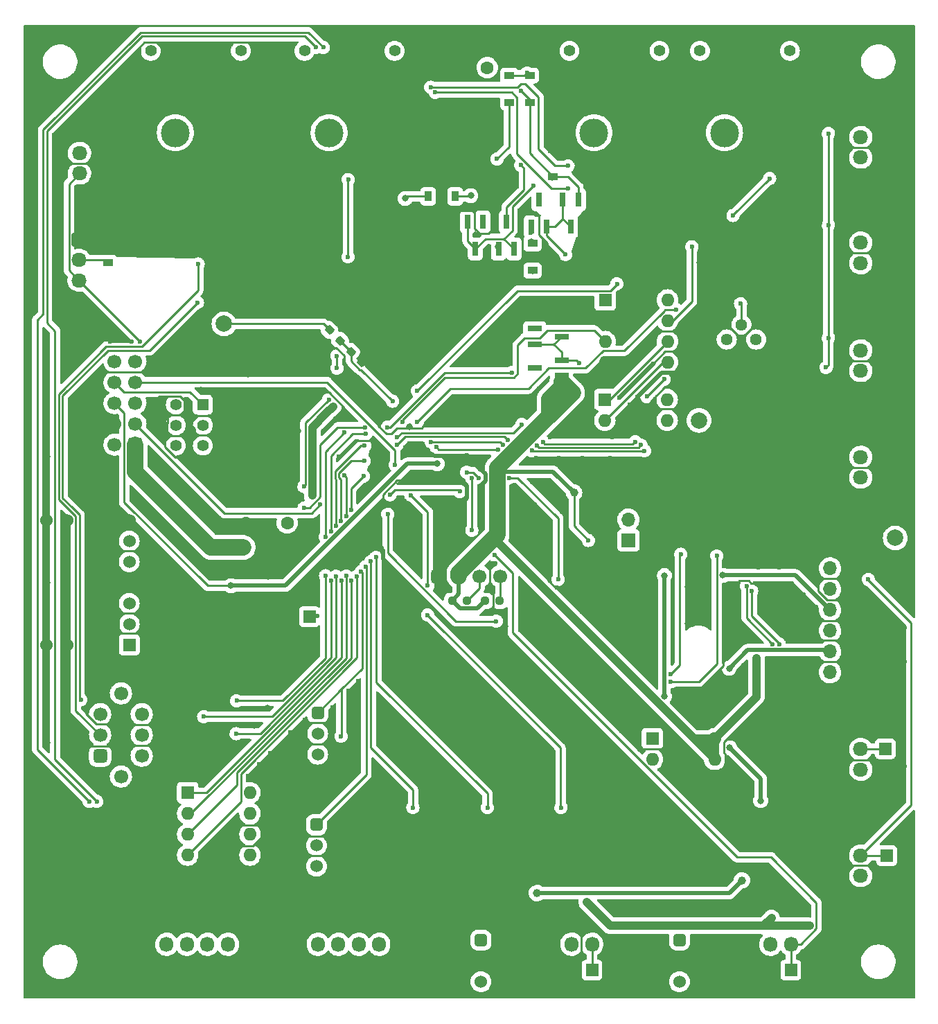
<source format=gbr>
%TF.GenerationSoftware,KiCad,Pcbnew,(6.0.11)*%
%TF.CreationDate,2023-12-12T02:53:41+09:00*%
%TF.ProjectId,Common_Control,436f6d6d-6f6e-45f4-936f-6e74726f6c2e,rev?*%
%TF.SameCoordinates,Original*%
%TF.FileFunction,Copper,L2,Bot*%
%TF.FilePolarity,Positive*%
%FSLAX46Y46*%
G04 Gerber Fmt 4.6, Leading zero omitted, Abs format (unit mm)*
G04 Created by KiCad (PCBNEW (6.0.11)) date 2023-12-12 02:53:41*
%MOMM*%
%LPD*%
G01*
G04 APERTURE LIST*
G04 Aperture macros list*
%AMRoundRect*
0 Rectangle with rounded corners*
0 $1 Rounding radius*
0 $2 $3 $4 $5 $6 $7 $8 $9 X,Y pos of 4 corners*
0 Add a 4 corners polygon primitive as box body*
4,1,4,$2,$3,$4,$5,$6,$7,$8,$9,$2,$3,0*
0 Add four circle primitives for the rounded corners*
1,1,$1+$1,$2,$3*
1,1,$1+$1,$4,$5*
1,1,$1+$1,$6,$7*
1,1,$1+$1,$8,$9*
0 Add four rect primitives between the rounded corners*
20,1,$1+$1,$2,$3,$4,$5,0*
20,1,$1+$1,$4,$5,$6,$7,0*
20,1,$1+$1,$6,$7,$8,$9,0*
20,1,$1+$1,$8,$9,$2,$3,0*%
G04 Aperture macros list end*
%TA.AperFunction,ComponentPad*%
%ADD10C,2.000000*%
%TD*%
%TA.AperFunction,ComponentPad*%
%ADD11RoundRect,0.250000X-0.675000X0.600000X-0.675000X-0.600000X0.675000X-0.600000X0.675000X0.600000X0*%
%TD*%
%TA.AperFunction,ComponentPad*%
%ADD12O,1.850000X1.700000*%
%TD*%
%TA.AperFunction,ComponentPad*%
%ADD13RoundRect,0.425000X-0.425000X-0.425000X0.425000X-0.425000X0.425000X0.425000X-0.425000X0.425000X0*%
%TD*%
%TA.AperFunction,ComponentPad*%
%ADD14C,1.700000*%
%TD*%
%TA.AperFunction,ComponentPad*%
%ADD15C,1.400000*%
%TD*%
%TA.AperFunction,ComponentPad*%
%ADD16R,3.500000X3.500000*%
%TD*%
%TA.AperFunction,ComponentPad*%
%ADD17C,3.500000*%
%TD*%
%TA.AperFunction,ComponentPad*%
%ADD18RoundRect,0.250000X0.675000X-0.600000X0.675000X0.600000X-0.675000X0.600000X-0.675000X-0.600000X0*%
%TD*%
%TA.AperFunction,ComponentPad*%
%ADD19RoundRect,0.381000X-0.381000X-0.381000X0.381000X-0.381000X0.381000X0.381000X-0.381000X0.381000X0*%
%TD*%
%TA.AperFunction,ComponentPad*%
%ADD20C,1.524000*%
%TD*%
%TA.AperFunction,ComponentPad*%
%ADD21RoundRect,0.250000X-0.600000X-0.675000X0.600000X-0.675000X0.600000X0.675000X-0.600000X0.675000X0*%
%TD*%
%TA.AperFunction,ComponentPad*%
%ADD22O,1.700000X1.850000*%
%TD*%
%TA.AperFunction,ComponentPad*%
%ADD23C,1.600000*%
%TD*%
%TA.AperFunction,ComponentPad*%
%ADD24R,1.700000X1.700000*%
%TD*%
%TA.AperFunction,ComponentPad*%
%ADD25O,1.700000X1.700000*%
%TD*%
%TA.AperFunction,ComponentPad*%
%ADD26RoundRect,0.425000X0.425000X0.425000X-0.425000X0.425000X-0.425000X-0.425000X0.425000X-0.425000X0*%
%TD*%
%TA.AperFunction,ComponentPad*%
%ADD27R,1.400000X1.400000*%
%TD*%
%TA.AperFunction,ComponentPad*%
%ADD28RoundRect,0.250000X0.600000X0.600000X-0.600000X0.600000X-0.600000X-0.600000X0.600000X-0.600000X0*%
%TD*%
%TA.AperFunction,ComponentPad*%
%ADD29R,1.600000X1.600000*%
%TD*%
%TA.AperFunction,ComponentPad*%
%ADD30O,1.600000X1.600000*%
%TD*%
%TA.AperFunction,ComponentPad*%
%ADD31R,1.524000X1.524000*%
%TD*%
%TA.AperFunction,ComponentPad*%
%ADD32C,1.440000*%
%TD*%
%TA.AperFunction,SMDPad,CuDef*%
%ADD33RoundRect,0.237500X-0.250000X-0.237500X0.250000X-0.237500X0.250000X0.237500X-0.250000X0.237500X0*%
%TD*%
%TA.AperFunction,SMDPad,CuDef*%
%ADD34R,0.900000X1.200000*%
%TD*%
%TA.AperFunction,SMDPad,CuDef*%
%ADD35R,1.500000X1.500000*%
%TD*%
%TA.AperFunction,SMDPad,CuDef*%
%ADD36R,0.800000X1.800000*%
%TD*%
%TA.AperFunction,SMDPad,CuDef*%
%ADD37R,1.800000X0.800000*%
%TD*%
%TA.AperFunction,SMDPad,CuDef*%
%ADD38RoundRect,0.237500X-0.344715X0.008839X0.008839X-0.344715X0.344715X-0.008839X-0.008839X0.344715X0*%
%TD*%
%TA.AperFunction,SMDPad,CuDef*%
%ADD39R,1.200000X0.900000*%
%TD*%
%TA.AperFunction,ViaPad*%
%ADD40C,0.800000*%
%TD*%
%TA.AperFunction,ViaPad*%
%ADD41C,0.600000*%
%TD*%
%TA.AperFunction,ViaPad*%
%ADD42C,1.000000*%
%TD*%
%TA.AperFunction,Conductor*%
%ADD43C,0.500000*%
%TD*%
%TA.AperFunction,Conductor*%
%ADD44C,0.250000*%
%TD*%
%TA.AperFunction,Conductor*%
%ADD45C,2.000000*%
%TD*%
%TA.AperFunction,Conductor*%
%ADD46C,1.000000*%
%TD*%
G04 APERTURE END LIST*
D10*
%TO.P,TP3,1,1*%
%TO.N,+5V*%
X196800000Y-96260000D03*
%TD*%
D11*
%TO.P,J20,1,Pin_1*%
%TO.N,GND*%
X97100000Y-46720000D03*
D12*
%TO.P,J20,2,Pin_2*%
%TO.N,+7.5V*%
X97100000Y-49220000D03*
%TO.P,J20,3,Pin_3*%
%TO.N,RS485_Arm*%
X97100000Y-51720000D03*
%TD*%
D13*
%TO.P,U7,1,GND*%
%TO.N,GND*%
X140930000Y-100925000D03*
D14*
%TO.P,U7,2,VCC*%
%TO.N,+3.3V*%
X143470000Y-100925000D03*
%TO.P,U7,3,SCL*%
%TO.N,I2C1_SCL*%
X146010000Y-100925000D03*
%TO.P,U7,4,SDA*%
%TO.N,I2C1_SDA*%
X148550000Y-100925000D03*
%TD*%
D15*
%TO.P,J5,*%
%TO.N,*%
X172940000Y-36735000D03*
X183940000Y-36735000D03*
D16*
%TO.P,J5,1,Pin_1*%
%TO.N,GND*%
X180940000Y-46735000D03*
D17*
%TO.P,J5,2,Pin_2*%
%TO.N,/5VBAT*%
X175940000Y-46735000D03*
%TD*%
D18*
%TO.P,J19,1,Pin_1*%
%TO.N,GND*%
X192590000Y-127060000D03*
D12*
%TO.P,J19,2,Pin_2*%
%TO.N,+3.3V*%
X192590000Y-124560000D03*
%TO.P,J19,3,Pin_3*%
%TO.N,Sensor4*%
X192590000Y-122060000D03*
%TD*%
D19*
%TO.P,SW16,1,A*%
%TO.N,Net-(Q26-Pad1)*%
X170440000Y-145410000D03*
D20*
%TO.P,SW16,2,B*%
%TO.N,GND*%
X170440000Y-147950000D03*
%TO.P,SW16,3,C*%
%TO.N,Net-(Q27-Pad1)*%
X170440000Y-150490000D03*
%TD*%
D21*
%TO.P,J17,1,Pin_1*%
%TO.N,GND*%
X179050000Y-145910000D03*
D22*
%TO.P,J17,2,Pin_2*%
%TO.N,Sensor2_Pw*%
X181550000Y-145910000D03*
%TO.P,J17,3,Pin_3*%
%TO.N,Sensor2*%
X184050000Y-145910000D03*
%TD*%
D15*
%TO.P,J2,*%
%TO.N,*%
X116820000Y-36735000D03*
X105820000Y-36735000D03*
D16*
%TO.P,J2,1,Pin_1*%
%TO.N,GND*%
X113820000Y-46735000D03*
D17*
%TO.P,J2,2,Pin_2*%
%TO.N,/7.5VBAT*%
X108820000Y-46735000D03*
%TD*%
D19*
%TO.P,SW7,1,A*%
%TO.N,Slide_Switch1*%
X126220000Y-117610000D03*
D20*
%TO.P,SW7,2,B*%
%TO.N,+3.3V*%
X126220000Y-120150000D03*
%TO.P,SW7,3,C*%
%TO.N,unconnected-(SW7-Pad3)*%
X126220000Y-122690000D03*
%TD*%
D23*
%TO.P,C14,1*%
%TO.N,GND*%
X146940000Y-43780000D03*
%TO.P,C14,2*%
%TO.N,Net-(C14-Pad2)*%
X146940000Y-38780000D03*
%TD*%
D24*
%TO.P,JP1,1,A*%
%TO.N,RS485_A*%
X164200000Y-96565000D03*
D25*
%TO.P,JP1,2,B*%
%TO.N,Net-(JP1-Pad2)*%
X164200000Y-94025000D03*
%TD*%
D10*
%TO.P,TP1,1,1*%
%TO.N,+7.5V*%
X114760000Y-70100000D03*
%TD*%
D18*
%TO.P,J9,1,Pin_1*%
%TO.N,GND*%
X192590000Y-65170000D03*
D12*
%TO.P,J9,2,Pin_2*%
%TO.N,+5V*%
X192590000Y-62670000D03*
%TO.P,J9,3,Pin_3*%
%TO.N,NeoPixel2_H*%
X192590000Y-60170000D03*
%TD*%
D21*
%TO.P,J22,1,Pin_1*%
%TO.N,GND*%
X105240000Y-145910000D03*
D22*
%TO.P,J22,2,Pin_2*%
%TO.N,unconnected-(J22-Pad2)*%
X107740000Y-145910000D03*
%TO.P,J22,3,Pin_3*%
%TO.N,unconnected-(J22-Pad3)*%
X110240000Y-145910000D03*
%TO.P,J22,4,Pin_4*%
%TO.N,RS485_A*%
X112740000Y-145910000D03*
%TO.P,J22,5,Pin_5*%
%TO.N,RS485_B*%
X115240000Y-145910000D03*
%TD*%
D14*
%TO.P,SW1,*%
%TO.N,*%
X102170000Y-125410000D03*
X102170000Y-115250000D03*
D26*
%TO.P,SW1,1,A*%
%TO.N,\u4E3B\u96FB\u6E90\u30B9\u30A4\u30C3\u30C1_7.4V*%
X99630000Y-122870000D03*
D14*
%TO.P,SW1,2,B*%
%TO.N,/7.5V_S-S*%
X99630000Y-120330000D03*
%TO.P,SW1,3,C*%
%TO.N,unconnected-(SW1-Pad3)*%
X99630000Y-117790000D03*
%TO.P,SW1,4,A*%
%TO.N,\u4E3B\u96FB\u6E90\u30B9\u30A4\u30C3\u30C1_5V*%
X104710000Y-122870000D03*
%TO.P,SW1,5,B*%
%TO.N,/5V_S-S*%
X104710000Y-120330000D03*
%TO.P,SW1,6,C*%
%TO.N,unconnected-(SW1-Pad6)*%
X104710000Y-117790000D03*
%TD*%
D18*
%TO.P,J10,1,Pin_1*%
%TO.N,GND*%
X192590000Y-78350000D03*
D12*
%TO.P,J10,2,Pin_2*%
%TO.N,+5V*%
X192590000Y-75850000D03*
%TO.P,J10,3,Pin_3*%
%TO.N,NeoPixel3_H*%
X192590000Y-73350000D03*
%TD*%
D27*
%TO.P,SW5,1,A*%
%TO.N,STLinkTX*%
X112180000Y-79972500D03*
D15*
%TO.P,SW5,2,B*%
%TO.N,MainRX1_F446WriteTX*%
X112180000Y-82472500D03*
%TO.P,SW5,3,C*%
%TO.N,F446USBTX*%
X112180000Y-84972500D03*
%TO.P,SW5,4,A*%
%TO.N,STLinkRX*%
X108880000Y-79972500D03*
%TO.P,SW5,5,B*%
%TO.N,MainTX1_F446WriteRX*%
X108880000Y-82472500D03*
%TO.P,SW5,6,C*%
%TO.N,F446USBRX*%
X108880000Y-84972500D03*
%TD*%
D18*
%TO.P,J18,1,Pin_1*%
%TO.N,GND*%
X192590000Y-140060000D03*
D12*
%TO.P,J18,2,Pin_2*%
%TO.N,+3.3V*%
X192590000Y-137560000D03*
%TO.P,J18,3,Pin_3*%
%TO.N,Sensor3*%
X192590000Y-135060000D03*
%TD*%
D28*
%TO.P,J7,1,Pin_1*%
%TO.N,/3.3VBUS*%
X103937500Y-84850000D03*
D14*
%TO.P,J7,2,Pin_2*%
%TO.N,unconnected-(J7-Pad2)*%
X101397500Y-84850000D03*
%TO.P,J7,3,Pin_3*%
%TO.N,TCK*%
X103937500Y-82310000D03*
%TO.P,J7,4,Pin_4*%
%TO.N,GND*%
X101397500Y-82310000D03*
%TO.P,J7,5,Pin_5*%
%TO.N,TMS*%
X103937500Y-79770000D03*
%TO.P,J7,6,Pin_6*%
%TO.N,NRST*%
X101397500Y-79770000D03*
%TO.P,J7,7,Pin_7*%
%TO.N,SWO*%
X103937500Y-77230000D03*
%TO.P,J7,8,Pin_8*%
%TO.N,STLinkTX*%
X101397500Y-77230000D03*
%TO.P,J7,9,Pin_9*%
%TO.N,STLinkRX*%
X103937500Y-74690000D03*
%TO.P,J7,10,Pin_10*%
%TO.N,unconnected-(J7-Pad10)*%
X101397500Y-74690000D03*
%TD*%
D24*
%TO.P,J1,1,Pin_1*%
%TO.N,GND*%
X188840000Y-115210000D03*
D25*
%TO.P,J1,2,Pin_2*%
%TO.N,TweWriteRX_TweTX0*%
X188840000Y-112670000D03*
%TO.P,J1,3,Pin_3*%
%TO.N,PRG*%
X188840000Y-110130000D03*
%TO.P,J1,4,Pin_4*%
%TO.N,TweWriteTX_TweRX0*%
X188840000Y-107590000D03*
%TO.P,J1,5,Pin_5*%
%TO.N,RST*%
X188840000Y-105050000D03*
%TO.P,J1,6,Pin_6*%
%TO.N,unconnected-(J1-Pad6)*%
X188840000Y-102510000D03*
%TO.P,J1,7,Pin_7*%
%TO.N,SET*%
X188840000Y-99970000D03*
%TD*%
D29*
%TO.P,U6,1,VIN*%
%TO.N,+3.3V*%
X161350000Y-67170000D03*
D30*
%TO.P,U6,2,GND*%
%TO.N,GND*%
X161350000Y-69710000D03*
%TO.P,U6,3,DIN*%
%TO.N,Speaker*%
X161350000Y-72250000D03*
%TO.P,U6,4,GND*%
%TO.N,GND*%
X161350000Y-74790000D03*
%TO.P,U6,5,EN2*%
%TO.N,Net-(R60-Pad2)*%
X168970000Y-74790000D03*
%TO.P,U6,6,EN1*%
%TO.N,Net-(R59-Pad2)*%
X168970000Y-72250000D03*
%TO.P,U6,7,VO2*%
%TO.N,Net-(LS1-Pad2)*%
X168970000Y-69710000D03*
%TO.P,U6,8,VO1*%
%TO.N,Net-(RV1-Pad3)*%
X168970000Y-67170000D03*
%TD*%
D19*
%TO.P,SW15,1,A*%
%TO.N,Net-(Q24-Pad1)*%
X146170000Y-145410000D03*
D20*
%TO.P,SW15,2,B*%
%TO.N,GND*%
X146170000Y-147950000D03*
%TO.P,SW15,3,C*%
%TO.N,Net-(Q25-Pad1)*%
X146170000Y-150490000D03*
%TD*%
D18*
%TO.P,J11,1,Pin_1*%
%TO.N,GND*%
X192590000Y-91360000D03*
D12*
%TO.P,J11,2,Pin_2*%
%TO.N,+5V*%
X192590000Y-88860000D03*
%TO.P,J11,3,Pin_3*%
%TO.N,NeoPixel4_H*%
X192590000Y-86360000D03*
%TD*%
D21*
%TO.P,J16,1,Pin_1*%
%TO.N,GND*%
X154740000Y-145910000D03*
D22*
%TO.P,J16,2,Pin_2*%
%TO.N,Sensor1_Pw*%
X157240000Y-145910000D03*
%TO.P,J16,3,Pin_3*%
%TO.N,Sensor1*%
X159740000Y-145910000D03*
%TD*%
D29*
%TO.P,SW4,1*%
%TO.N,Twe_SW1*%
X167117428Y-120772700D03*
D30*
%TO.P,SW4,2*%
%TO.N,Twe_SW2*%
X167117428Y-123312700D03*
%TO.P,SW4,3*%
%TO.N,+3.3V*%
X174737428Y-123312700D03*
%TO.P,SW4,4*%
X174737428Y-120772700D03*
%TD*%
D10*
%TO.P,TP5,1,1*%
%TO.N,GND*%
X188700000Y-38780000D03*
%TD*%
D29*
%TO.P,SW14,1*%
%TO.N,Net-(R59-Pad2)*%
X161310000Y-79335000D03*
D30*
%TO.P,SW14,2*%
%TO.N,Net-(R60-Pad2)*%
X161310000Y-81875000D03*
%TO.P,SW14,3*%
%TO.N,+3.3V*%
X168930000Y-81875000D03*
%TO.P,SW14,4*%
X168930000Y-79335000D03*
%TD*%
D15*
%TO.P,J4,*%
%TO.N,*%
X167990000Y-36735000D03*
X156990000Y-36735000D03*
D16*
%TO.P,J4,1,Pin_1*%
%TO.N,GND*%
X164990000Y-46735000D03*
D17*
%TO.P,J4,2,Pin_2*%
%TO.N,/5VBAT*%
X159990000Y-46735000D03*
%TD*%
D15*
%TO.P,J3,*%
%TO.N,*%
X124610000Y-36735000D03*
X135610000Y-36735000D03*
D16*
%TO.P,J3,1,Pin_1*%
%TO.N,GND*%
X132610000Y-46735000D03*
D17*
%TO.P,J3,2,Pin_2*%
%TO.N,/7.5VBAT*%
X127610000Y-46735000D03*
%TD*%
D11*
%TO.P,J21,1,Pin_1*%
%TO.N,GND*%
X97070000Y-59790000D03*
D12*
%TO.P,J21,2,Pin_2*%
%TO.N,+7.5V*%
X97070000Y-62290000D03*
%TO.P,J21,3,Pin_3*%
%TO.N,RS485_Arm*%
X97070000Y-64790000D03*
%TD*%
D18*
%TO.P,J8,1,Pin_1*%
%TO.N,GND*%
X192590000Y-52270000D03*
D12*
%TO.P,J8,2,Pin_2*%
%TO.N,+5V*%
X192590000Y-49770000D03*
%TO.P,J8,3,Pin_3*%
%TO.N,NeoPixel1_H*%
X192590000Y-47270000D03*
%TD*%
D29*
%TO.P,SW13,1*%
%TO.N,DIP_SW1*%
X110330000Y-127390000D03*
D30*
%TO.P,SW13,2*%
%TO.N,DIP_SW2*%
X110330000Y-129930000D03*
%TO.P,SW13,3*%
%TO.N,DIP_SW3*%
X110330000Y-132470000D03*
%TO.P,SW13,4*%
%TO.N,DIP_SW4*%
X110330000Y-135010000D03*
%TO.P,SW13,5*%
%TO.N,+3.3V*%
X117950000Y-135010000D03*
%TO.P,SW13,6*%
X117950000Y-132470000D03*
%TO.P,SW13,7*%
X117950000Y-129930000D03*
%TO.P,SW13,8*%
X117950000Y-127390000D03*
%TD*%
D20*
%TO.P,J6,A1,GND*%
%TO.N,GND*%
X103190000Y-101705000D03*
X103190000Y-94085000D03*
D31*
%TO.P,J6,A4,VBUS*%
%TO.N,VBUS*%
X103190000Y-109325000D03*
D20*
%TO.P,J6,A5,CC1*%
%TO.N,Net-(J6-PadA5)*%
X103190000Y-99165000D03*
%TO.P,J6,A6,D+*%
%TO.N,Net-(J6-PadA6)*%
X103190000Y-104245000D03*
%TO.P,J6,A7,D-*%
%TO.N,Net-(J6-PadA7)*%
X103190000Y-106785000D03*
%TO.P,J6,B5,CC2*%
%TO.N,Net-(J6-PadB5)*%
X103190000Y-96625000D03*
%TO.P,J6,S1,SHIELD*%
%TO.N,GND*%
X93030000Y-109325000D03*
X93030000Y-94085000D03*
X95570000Y-109325000D03*
X95570000Y-94085000D03*
%TD*%
D32*
%TO.P,RV1,1,1*%
%TO.N,Net-(LS1-Pad1)*%
X176203950Y-72005000D03*
%TO.P,RV1,2,2*%
X178000000Y-70208950D03*
%TO.P,RV1,3,3*%
%TO.N,Net-(RV1-Pad3)*%
X179796050Y-72005000D03*
%TD*%
D21*
%TO.P,J23,1,Pin_1*%
%TO.N,GND*%
X123740000Y-145910000D03*
D22*
%TO.P,J23,2,Pin_2*%
%TO.N,unconnected-(J23-Pad2)*%
X126240000Y-145910000D03*
%TO.P,J23,3,Pin_3*%
%TO.N,unconnected-(J23-Pad3)*%
X128740000Y-145910000D03*
%TO.P,J23,4,Pin_4*%
%TO.N,RS485_A*%
X131240000Y-145910000D03*
%TO.P,J23,5,Pin_5*%
%TO.N,RS485_B*%
X133740000Y-145910000D03*
%TD*%
D19*
%TO.P,SW8,1,A*%
%TO.N,Slide_Switch2*%
X126070000Y-131288000D03*
D20*
%TO.P,SW8,2,B*%
%TO.N,+3.3V*%
X126070000Y-133828000D03*
%TO.P,SW8,3,C*%
%TO.N,unconnected-(SW8-Pad3)*%
X126070000Y-136368000D03*
%TD*%
D10*
%TO.P,TP4,1,1*%
%TO.N,+3.3V*%
X172820000Y-81900000D03*
%TD*%
D23*
%TO.P,C23,1*%
%TO.N,GND*%
X117490000Y-94430000D03*
%TO.P,C23,2*%
%TO.N,Net-(C23-Pad2)*%
X122490000Y-94430000D03*
%TD*%
D33*
%TO.P,R62,1*%
%TO.N,+3.3V*%
X146647500Y-103940000D03*
%TO.P,R62,2*%
%TO.N,I2C1_SDA*%
X148472500Y-103940000D03*
%TD*%
D34*
%TO.P,D7,1,K*%
%TO.N,/7.5VCC*%
X139720000Y-54520000D03*
%TO.P,D7,2,A*%
%TO.N,/5VSYS_1*%
X143020000Y-54520000D03*
%TD*%
D35*
%TO.P,H10,1,1*%
%TO.N,Sensor1*%
X159750000Y-149030000D03*
%TD*%
D36*
%TO.P,Q10,1,B*%
%TO.N,Net-(Q10-Pad1)*%
X144540000Y-57640000D03*
%TO.P,Q10,2,E*%
%TO.N,/5VSYS_1*%
X146440000Y-57640000D03*
%TO.P,Q10,3,C*%
%TO.N,Net-(Q10-Pad1)*%
X145490000Y-60940000D03*
%TD*%
D37*
%TO.P,Q19,1,B*%
%TO.N,Net-(Q16-Pad1)*%
X156040000Y-74520000D03*
%TO.P,Q19,2,E*%
%TO.N,+3.3V*%
X156040000Y-76420000D03*
%TO.P,Q19,3,C*%
%TO.N,Net-(Q17-Pad1)*%
X152740000Y-75470000D03*
%TD*%
D38*
%TO.P,R17,1*%
%TO.N,V_Measure*%
X130294765Y-73504765D03*
%TO.P,R17,2*%
%TO.N,GND*%
X131585235Y-74795235D03*
%TD*%
D35*
%TO.P,H13,1,1*%
%TO.N,Sensor4*%
X195600000Y-122020000D03*
%TD*%
D36*
%TO.P,Q12,1,B*%
%TO.N,Net-(Q10-Pad1)*%
X150210000Y-60940000D03*
%TO.P,Q12,2,E*%
%TO.N,+5V*%
X148310000Y-60940000D03*
%TO.P,Q12,3,C*%
%TO.N,Net-(Q11-Pad1)*%
X149260000Y-57640000D03*
%TD*%
%TO.P,Q7,1,B*%
%TO.N,Net-(Q7-Pad1)*%
X156180000Y-54910000D03*
%TO.P,Q7,2,E*%
%TO.N,/5VSYS_2*%
X158080000Y-54910000D03*
%TO.P,Q7,3,C*%
%TO.N,Net-(Q7-Pad1)*%
X157130000Y-58210000D03*
%TD*%
D39*
%TO.P,D9,1,K*%
%TO.N,/5VSYS_2*%
X152120000Y-43040000D03*
%TO.P,D9,2,A*%
%TO.N,/5VBUS_Switch*%
X152120000Y-39740000D03*
%TD*%
%TO.P,D8,1,K*%
%TO.N,/5VSYS_1*%
X149620000Y-43040000D03*
%TO.P,D8,2,A*%
%TO.N,/5VBUS_Switch*%
X149620000Y-39740000D03*
%TD*%
D35*
%TO.P,H12,1,1*%
%TO.N,Sensor3*%
X195760000Y-135070000D03*
%TD*%
D36*
%TO.P,Q9,1,B*%
%TO.N,Net-(Q7-Pad1)*%
X154200000Y-58230000D03*
%TO.P,Q9,2,E*%
%TO.N,+5V*%
X152300000Y-58230000D03*
%TO.P,Q9,3,C*%
%TO.N,Net-(Q8-Pad1)*%
X153250000Y-54930000D03*
%TD*%
D38*
%TO.P,R16,1*%
%TO.N,+7.5V*%
X127654765Y-70844765D03*
%TO.P,R16,2*%
%TO.N,V_Measure*%
X128945235Y-72135235D03*
%TD*%
D39*
%TO.P,D10,1,K*%
%TO.N,+5V*%
X152480000Y-60280000D03*
%TO.P,D10,2,A*%
%TO.N,/3.3VSYS*%
X152480000Y-63580000D03*
%TD*%
%TO.P,D3,1,K*%
%TO.N,/5VSYS_2*%
X154990000Y-52130000D03*
%TO.P,D3,2,A*%
%TO.N,GND*%
X154990000Y-48830000D03*
%TD*%
%TO.P,D2,1,K*%
%TO.N,+7.5V*%
X100590000Y-62620000D03*
%TO.P,D2,2,A*%
%TO.N,GND*%
X100590000Y-59320000D03*
%TD*%
D35*
%TO.P,H6,1,1*%
%TO.N,BOOT0*%
X125200000Y-105850000D03*
%TD*%
%TO.P,H11,1,1*%
%TO.N,Sensor2*%
X184050000Y-149080000D03*
%TD*%
D33*
%TO.P,R61,1*%
%TO.N,+3.3V*%
X142647500Y-103940000D03*
%TO.P,R61,2*%
%TO.N,I2C1_SCL*%
X144472500Y-103940000D03*
%TD*%
D37*
%TO.P,Q16,1,B*%
%TO.N,Net-(Q16-Pad1)*%
X152730000Y-72580000D03*
%TO.P,Q16,2,E*%
%TO.N,/3.3VSYS*%
X152730000Y-70680000D03*
%TO.P,Q16,3,C*%
%TO.N,Net-(Q16-Pad1)*%
X156030000Y-71630000D03*
%TD*%
D40*
%TO.N,RST*%
X168600000Y-100850000D03*
X175714500Y-100830000D03*
X168599828Y-115620172D03*
%TO.N,GND*%
X187500000Y-51720000D03*
X172330000Y-148450000D03*
X165620000Y-122080000D03*
X157760000Y-134140000D03*
X145380000Y-118850000D03*
X157560000Y-121380000D03*
X192730000Y-71420000D03*
X162900000Y-61660000D03*
X108410000Y-96100000D03*
X187310000Y-122400000D03*
X143810000Y-147940000D03*
X118490000Y-119140000D03*
X143020000Y-59530000D03*
X170590000Y-61380000D03*
X178000000Y-71920000D03*
X138040000Y-144710000D03*
X109070000Y-111110000D03*
X107150000Y-138710000D03*
D41*
X159510000Y-83840000D03*
D40*
X123180000Y-108640000D03*
X132410000Y-74020000D03*
X132840000Y-87710000D03*
X125870000Y-71140000D03*
X110550000Y-84740000D03*
X171070000Y-89610000D03*
X97020000Y-85710000D03*
X127780000Y-125340000D03*
X183890000Y-132010000D03*
X114740000Y-152060000D03*
X113470000Y-89840000D03*
X112100000Y-125830000D03*
X168310000Y-132340000D03*
X190410000Y-103920000D03*
X175070000Y-113870000D03*
X187350000Y-56970000D03*
X97550000Y-123370000D03*
X182510000Y-150570000D03*
X96250000Y-83840000D03*
X103290000Y-126670000D03*
X136000000Y-136210000D03*
X182040000Y-148300000D03*
X118520000Y-69080000D03*
X148540000Y-47820000D03*
X101870000Y-113480000D03*
X146150000Y-91800000D03*
X126430000Y-140450000D03*
X158150000Y-137330000D03*
X168330000Y-149550000D03*
X116080000Y-136090000D03*
D41*
X128830000Y-86350000D03*
X155430000Y-102330000D03*
D40*
X160900000Y-132720000D03*
X163450000Y-64160000D03*
X145060000Y-133410000D03*
X157160000Y-88380000D03*
X97060000Y-129150000D03*
D41*
X197930000Y-111380000D03*
D40*
X165270000Y-73410000D03*
X135700000Y-130120000D03*
X171920000Y-122650000D03*
D41*
X137160000Y-94280000D03*
D40*
X101890000Y-105470000D03*
X186020000Y-45910000D03*
X144540000Y-65630000D03*
X93430000Y-127270000D03*
X172160000Y-75700000D03*
D41*
X183710000Y-108800000D03*
D40*
X168560000Y-135260000D03*
X153640000Y-117700000D03*
X114950000Y-36700000D03*
X176720000Y-95480000D03*
X136430000Y-66030000D03*
X156260000Y-150160000D03*
X111420000Y-76140000D03*
X163590000Y-124390000D03*
X127860000Y-136350000D03*
X110870000Y-118130000D03*
X152120000Y-80820000D03*
X124480000Y-109060000D03*
X156690000Y-148330000D03*
X113260000Y-94080000D03*
X181610000Y-126850000D03*
X92940000Y-71300000D03*
D41*
X185070000Y-99850000D03*
D40*
X95480000Y-96000000D03*
X90740000Y-116060000D03*
X189740000Y-145060000D03*
X167120000Y-57410000D03*
X155740000Y-34060000D03*
X118630000Y-75070000D03*
X95160000Y-71840000D03*
X171620000Y-99390000D03*
X175660000Y-51890000D03*
X90740000Y-58060000D03*
X170240000Y-57830000D03*
X117470000Y-100860000D03*
X169860000Y-65410000D03*
X130850000Y-66560000D03*
X149350000Y-64410000D03*
X135980000Y-114600000D03*
X157940000Y-108840000D03*
X156260000Y-112080000D03*
X172700000Y-69350000D03*
X191300000Y-102330000D03*
D41*
X195480000Y-130690000D03*
D40*
X147230000Y-102380000D03*
X188670000Y-142030000D03*
X175680000Y-145800000D03*
X90740000Y-75060000D03*
X174980000Y-82250000D03*
X109070000Y-74910000D03*
D41*
X103520000Y-72260000D03*
D40*
X189760000Y-126900000D03*
X101320000Y-102470000D03*
X145730000Y-80560000D03*
X121740000Y-152060000D03*
X136410000Y-51620000D03*
D41*
X126900000Y-83150000D03*
D40*
X148950000Y-130160000D03*
X164090000Y-87060000D03*
X133980000Y-116440000D03*
X181330000Y-70660000D03*
X188660000Y-81160000D03*
X147010000Y-74720000D03*
X175570000Y-148430000D03*
X134890000Y-100230000D03*
X166730000Y-68580000D03*
D41*
X153300000Y-78060000D03*
X102785000Y-131075000D03*
X171700000Y-84930000D03*
D40*
X164620000Y-132990000D03*
X190200000Y-101220000D03*
D41*
X154400000Y-100840000D03*
D40*
X117220000Y-111550000D03*
X168650000Y-138290000D03*
D41*
X130450000Y-81660000D03*
D40*
X147610000Y-105140000D03*
X133230000Y-67220000D03*
X131430000Y-128170000D03*
X113730000Y-114960000D03*
X148350000Y-69870000D03*
X166080000Y-99140000D03*
X163160000Y-74870000D03*
X161650000Y-149380000D03*
X152110000Y-98540000D03*
X178940000Y-148500000D03*
X172890000Y-62580000D03*
D41*
X151780000Y-55730000D03*
D40*
X186770000Y-97850000D03*
D41*
X125900000Y-96860000D03*
D40*
X181150000Y-58770000D03*
X198740000Y-89060000D03*
X167600000Y-60370000D03*
X96250000Y-87740000D03*
X183360000Y-77990000D03*
X100480000Y-126070000D03*
X120800000Y-88040000D03*
D41*
X120410000Y-122530000D03*
D40*
X148420000Y-150320000D03*
X176740000Y-41560000D03*
X138800000Y-111690000D03*
X98740000Y-44060000D03*
D41*
X167290000Y-84930000D03*
D40*
X166860000Y-82140000D03*
X133850000Y-149670000D03*
X152180000Y-150470000D03*
X121280000Y-84240000D03*
X129490000Y-80780000D03*
X106300000Y-116550000D03*
X175580000Y-138180000D03*
X136470000Y-123220000D03*
X195120000Y-101180000D03*
X116010000Y-71600000D03*
X168120000Y-145230000D03*
X117390000Y-107360000D03*
D41*
X164360000Y-79940000D03*
D40*
X123250000Y-86310000D03*
X161500000Y-64900000D03*
D41*
X185600000Y-103200000D03*
D40*
X136860000Y-59010000D03*
X160900000Y-136630000D03*
X176220000Y-108070000D03*
X103360000Y-116540000D03*
X189830000Y-58780000D03*
X112780000Y-49320000D03*
X117670000Y-76200000D03*
X122120000Y-78470000D03*
D41*
X158590000Y-86460000D03*
D40*
X114050000Y-106580000D03*
X166860000Y-80430000D03*
X149460000Y-141180000D03*
X158130000Y-113850000D03*
X172770000Y-132320000D03*
X101380000Y-122120000D03*
X132140000Y-51910000D03*
X198740000Y-61060000D03*
X139500000Y-51440000D03*
X173880000Y-102180000D03*
X95680000Y-137780000D03*
X177280000Y-101970000D03*
X106530000Y-93940000D03*
X175720000Y-60460000D03*
X141960000Y-95540000D03*
X118080000Y-82290000D03*
X156840000Y-99960000D03*
X172990000Y-95220000D03*
X114030000Y-79820000D03*
X192710000Y-129550000D03*
X144150000Y-91690000D03*
D41*
X127060000Y-75710000D03*
D40*
X149080000Y-116730000D03*
X149110000Y-107080000D03*
X184600000Y-152040000D03*
X134100000Y-121260000D03*
X187260000Y-48050000D03*
X133650000Y-88840000D03*
X131240000Y-147980000D03*
X160290000Y-150750000D03*
X189930000Y-72270000D03*
X198500000Y-135050000D03*
X181340000Y-57160000D03*
X136900000Y-49200000D03*
X100500000Y-129350000D03*
X143840000Y-89290000D03*
X183210000Y-124010000D03*
X128480000Y-81770000D03*
X105840000Y-113370000D03*
X113860000Y-99380000D03*
X147740000Y-34060000D03*
X135420000Y-47160000D03*
X192410000Y-133260000D03*
X191210000Y-58320000D03*
X109800000Y-90450000D03*
X98310000Y-112740000D03*
X117330000Y-85710000D03*
X93190000Y-101750000D03*
X186090000Y-58000000D03*
X110560000Y-82340000D03*
X144200000Y-70740000D03*
D41*
X133660000Y-82100000D03*
D40*
X163330000Y-66490000D03*
X165550000Y-124820000D03*
X116080000Y-131340000D03*
X172450000Y-45700000D03*
X185510000Y-127050000D03*
X172780000Y-97160000D03*
X192160000Y-98170000D03*
D41*
X197960000Y-124170000D03*
D40*
X166150000Y-95290000D03*
X186500000Y-79390000D03*
X143030000Y-36260000D03*
X148230000Y-145720000D03*
X106970000Y-98370000D03*
D41*
X133020000Y-84350000D03*
X146090000Y-87820000D03*
D40*
X187980000Y-77570000D03*
X117440000Y-142590000D03*
X195260000Y-117370000D03*
X173620000Y-129630000D03*
X116690000Y-51480000D03*
X178840000Y-66000000D03*
X100610000Y-132220000D03*
X164270000Y-137970000D03*
X141960000Y-98890000D03*
X115350000Y-91980000D03*
X153000000Y-148380000D03*
D41*
X152750000Y-92180000D03*
D40*
X159430000Y-92040000D03*
X162800000Y-91210000D03*
X174660000Y-118250000D03*
X101470000Y-134220000D03*
X131290000Y-131910000D03*
X147520000Y-143160000D03*
X189880000Y-51410000D03*
X123280000Y-111760000D03*
X173180000Y-115550000D03*
X128710000Y-65210000D03*
X195260000Y-111440000D03*
X142840000Y-51580000D03*
X187110000Y-108510000D03*
X155740000Y-41560000D03*
D41*
X154440000Y-97890000D03*
D40*
X183830000Y-51770000D03*
X198740000Y-97060000D03*
X192740000Y-41060000D03*
X191350000Y-115320000D03*
X186760000Y-92820000D03*
X136420000Y-78780000D03*
D41*
X95200000Y-123090000D03*
D40*
X163590000Y-107090000D03*
X180420000Y-104330000D03*
X154810000Y-48620000D03*
X109720000Y-115010000D03*
X175240000Y-134960000D03*
X187600000Y-134020000D03*
X106620000Y-148170000D03*
X90740000Y-152060000D03*
X155070000Y-106000000D03*
X158650000Y-147570000D03*
X178770000Y-122030000D03*
X135120000Y-42950000D03*
X142970000Y-79110000D03*
X153970000Y-130150000D03*
X93130000Y-86320000D03*
X102740000Y-34060000D03*
X138330000Y-99830000D03*
X101350000Y-90000000D03*
X136420000Y-77080000D03*
X100990000Y-116540000D03*
X187380000Y-83820000D03*
X107780000Y-106930000D03*
D41*
X146160000Y-89850000D03*
D40*
X139890000Y-133160000D03*
D41*
X134600000Y-87220000D03*
D40*
X145210000Y-127380000D03*
X124350000Y-80650000D03*
X93010000Y-96070000D03*
X166680000Y-109400000D03*
X106920000Y-100550000D03*
X132200000Y-90250000D03*
X187550000Y-145440000D03*
X187490000Y-67270000D03*
X176740000Y-63170000D03*
X98740000Y-144060000D03*
X183800000Y-80540000D03*
X128100000Y-67380000D03*
X128740000Y-152060000D03*
X137550000Y-85000000D03*
X134730000Y-144080000D03*
D41*
X163370000Y-119820000D03*
D40*
X198740000Y-78060000D03*
X179440000Y-90770000D03*
X113720000Y-121510000D03*
X155900000Y-64840000D03*
X151240000Y-145610000D03*
X99680000Y-127000000D03*
X164040000Y-69950000D03*
X187050000Y-101160000D03*
X189930000Y-57470000D03*
X124140000Y-131840000D03*
X160750000Y-128780000D03*
X149330000Y-122050000D03*
X113410000Y-86440000D03*
D41*
X167240000Y-74970000D03*
D40*
X130930000Y-124580000D03*
X92780000Y-124670000D03*
X136350000Y-141110000D03*
X148030000Y-62820000D03*
X172720000Y-104110000D03*
X168740000Y-152060000D03*
X101020000Y-86650000D03*
X117580000Y-138960000D03*
X147050000Y-71310000D03*
X157660000Y-127000000D03*
X98740000Y-152060000D03*
X150800000Y-92920000D03*
X167400000Y-102210000D03*
X90740000Y-46060000D03*
X97020000Y-89330000D03*
X149660000Y-81690000D03*
X179230000Y-68860000D03*
X127500000Y-147540000D03*
X136090000Y-147610000D03*
X170360000Y-47650000D03*
X90740000Y-64060000D03*
X176480000Y-104170000D03*
X190470000Y-106340000D03*
X148740000Y-133210000D03*
X182660000Y-75610000D03*
X97060000Y-81480000D03*
X120320000Y-128360000D03*
X190980000Y-81730000D03*
X136410000Y-127280000D03*
X160630000Y-120090000D03*
X106675000Y-135335000D03*
X176740000Y-34060000D03*
X137380000Y-61350000D03*
D41*
X154630000Y-83910000D03*
D40*
X130900000Y-119490000D03*
D41*
X116750000Y-81740000D03*
D40*
X96710000Y-119180000D03*
X143040000Y-56290000D03*
X134040000Y-49870000D03*
X193740000Y-107990000D03*
X120300000Y-79690000D03*
X137450000Y-82660000D03*
X185030000Y-106110000D03*
X183400000Y-103990000D03*
X143860000Y-94660000D03*
X167400000Y-105980000D03*
X115340000Y-95050000D03*
X141380000Y-109150000D03*
X113880000Y-100940000D03*
X103760000Y-90900000D03*
X116310000Y-83660000D03*
X153920000Y-109860000D03*
X183740000Y-111340000D03*
X171800000Y-86680000D03*
X190890000Y-90400000D03*
X189280000Y-95240000D03*
X143330000Y-107610000D03*
X179240000Y-78020000D03*
X90740000Y-131060000D03*
X108580000Y-126000000D03*
X163560000Y-105100000D03*
X157410000Y-81670000D03*
X90740000Y-124060000D03*
X135740000Y-152060000D03*
X189830000Y-139520000D03*
D41*
X161950000Y-86450000D03*
D40*
X138330000Y-96250000D03*
D41*
X147940000Y-99360000D03*
D40*
X115980000Y-148410000D03*
X140740000Y-102670000D03*
X104740000Y-38060000D03*
X94740000Y-48060000D03*
X145350000Y-141180000D03*
X120110000Y-117090000D03*
X171300000Y-38660000D03*
D41*
X100870000Y-72260000D03*
D40*
X189810000Y-79000000D03*
X106170000Y-121600000D03*
X139290000Y-147680000D03*
X142350000Y-93750000D03*
X117360000Y-103790000D03*
D41*
X134080000Y-97470000D03*
D40*
X98160000Y-107580000D03*
X195120000Y-97840000D03*
X167400000Y-66350000D03*
X135790000Y-132820000D03*
X142220000Y-47020000D03*
X167880000Y-86620000D03*
X144770000Y-136220000D03*
X140040000Y-46060000D03*
X187610000Y-148810000D03*
X105770000Y-74390000D03*
X187380000Y-62590000D03*
X124930000Y-107700000D03*
X95710000Y-131540000D03*
X141340000Y-54440000D03*
X90740000Y-81060000D03*
X169740000Y-125180000D03*
X184830000Y-67340000D03*
X174120000Y-125060000D03*
X198740000Y-69060000D03*
X180870000Y-63680000D03*
X158740000Y-152060000D03*
X178110000Y-84320000D03*
X132490000Y-65030000D03*
X102740000Y-42060000D03*
X176070000Y-69890000D03*
X114080000Y-111670000D03*
X137930000Y-106410000D03*
X90740000Y-87060000D03*
X156160000Y-93000000D03*
X198740000Y-145060000D03*
X92960000Y-111060000D03*
X144880000Y-112400000D03*
X153840000Y-127150000D03*
X93050000Y-107540000D03*
X144170000Y-143750000D03*
X105910000Y-105640000D03*
X167180000Y-141620000D03*
X191410000Y-108580000D03*
X95440000Y-111100000D03*
X104590000Y-102840000D03*
D41*
X182660000Y-99870000D03*
X132990000Y-79360000D03*
D40*
X171460000Y-80160000D03*
X90740000Y-70060000D03*
X147170000Y-79160000D03*
X119100000Y-91110000D03*
D41*
X131190000Y-113760000D03*
D40*
X181590000Y-37790000D03*
X184960000Y-84140000D03*
X134190000Y-76660000D03*
X148600000Y-74950000D03*
X187330000Y-129250000D03*
X117600000Y-79560000D03*
X177130000Y-80210000D03*
X152480000Y-89340000D03*
D41*
X197880000Y-119810000D03*
D40*
X159380000Y-89640000D03*
X185850000Y-111440000D03*
X148400000Y-148470000D03*
X163900000Y-141350000D03*
X93120000Y-121270000D03*
X173880000Y-106700000D03*
X181840000Y-61660000D03*
X189490000Y-84630000D03*
X134150000Y-70150000D03*
X163930000Y-114940000D03*
X176020000Y-132030000D03*
D41*
X135800000Y-95810000D03*
D40*
X111800000Y-92550000D03*
X194990000Y-151180000D03*
X175920000Y-150500000D03*
X114410000Y-123840000D03*
X179750000Y-73690000D03*
X193430000Y-115350000D03*
X142800000Y-115060000D03*
X166030000Y-104160000D03*
X139590000Y-121800000D03*
X166800000Y-126240000D03*
X173340000Y-66980000D03*
X157810000Y-117280000D03*
X136310000Y-118720000D03*
X111880000Y-113140000D03*
X125580000Y-55430000D03*
X118360000Y-71270000D03*
X173620000Y-72800000D03*
D41*
X113550000Y-81790000D03*
D40*
X190410000Y-111410000D03*
X187680000Y-88710000D03*
X163330000Y-102070000D03*
X101290000Y-94350000D03*
X105980000Y-124260000D03*
X184340000Y-90230000D03*
X153640000Y-112970000D03*
X139760000Y-43050000D03*
X194350000Y-123620000D03*
X124790000Y-111780000D03*
X131190000Y-61960000D03*
X123090000Y-113540000D03*
D41*
X124670000Y-118450000D03*
D40*
X98020000Y-121400000D03*
X160020000Y-62350000D03*
X141380000Y-145260000D03*
X154020000Y-136360000D03*
D41*
X132313374Y-72143639D03*
X197910000Y-115280000D03*
D40*
X90740000Y-40060000D03*
X138860000Y-88820000D03*
X173600000Y-92410000D03*
X126130000Y-129340000D03*
X138100000Y-76360000D03*
X113110000Y-108920000D03*
X124480000Y-123650000D03*
X141120000Y-61350000D03*
D41*
X197920000Y-128480000D03*
D40*
X175540000Y-86700000D03*
X140180000Y-58810000D03*
X178740000Y-152060000D03*
D41*
X197990000Y-107210000D03*
X165310000Y-79040000D03*
D40*
X181320000Y-87490000D03*
X198740000Y-152060000D03*
X195170000Y-91520000D03*
X196190000Y-142250000D03*
X116800000Y-73780000D03*
X112000000Y-134930000D03*
X141300000Y-80690000D03*
X181590000Y-66500000D03*
X192550000Y-83910000D03*
X142880000Y-121470000D03*
X187120000Y-113300000D03*
X123320000Y-105110000D03*
X169450000Y-99680000D03*
D41*
X104050000Y-132250000D03*
X126020000Y-79250000D03*
D40*
X124920000Y-104090000D03*
X171440000Y-106760000D03*
X170910000Y-64410000D03*
X162250000Y-97920000D03*
X183610000Y-119230000D03*
X157090000Y-45790000D03*
X148370000Y-73130000D03*
D41*
X157040000Y-83850000D03*
X141010000Y-91380000D03*
D40*
X160450000Y-103970000D03*
X139300000Y-126420000D03*
X179390000Y-93920000D03*
X122520000Y-90440000D03*
X163850000Y-110050000D03*
X191030000Y-141860000D03*
X107770000Y-118750000D03*
X184280000Y-70250000D03*
X110760000Y-123550000D03*
X104700000Y-128120000D03*
X184540000Y-63800000D03*
X125590000Y-149960000D03*
X157090000Y-49470000D03*
X104560000Y-97840000D03*
X197240000Y-48060000D03*
D41*
X130010000Y-114900000D03*
X144440000Y-86110000D03*
D40*
X145720000Y-109570000D03*
X166000000Y-92940000D03*
X130520000Y-42490000D03*
X119730000Y-61570000D03*
X178070000Y-97500000D03*
X105990000Y-86290000D03*
X170080000Y-129450000D03*
X96170000Y-79770000D03*
X163180000Y-72050000D03*
X161140000Y-37400000D03*
D41*
X155740000Y-86450000D03*
D40*
X113760000Y-83390000D03*
X93030000Y-115360000D03*
X174730000Y-89530000D03*
X198740000Y-140060000D03*
X111950000Y-78210000D03*
X140950000Y-73330000D03*
X131130000Y-140450000D03*
D41*
X181080000Y-115780000D03*
D40*
X164410000Y-150500000D03*
X124410000Y-101710000D03*
X136810000Y-98260000D03*
X134620000Y-104930000D03*
X182680000Y-97720000D03*
X170800000Y-133640000D03*
X198740000Y-131060000D03*
X137290000Y-73100000D03*
X180440000Y-118980000D03*
D41*
X110820000Y-98910000D03*
D40*
X138740000Y-34060000D03*
X139800000Y-56290000D03*
X192510000Y-67420000D03*
X120190000Y-100940000D03*
X119080000Y-136870000D03*
X193210000Y-145180000D03*
X97310000Y-91970000D03*
X151520000Y-142720000D03*
X167240000Y-71640000D03*
X171500000Y-102240000D03*
X90740000Y-108060000D03*
X119890000Y-82350000D03*
D41*
X195540000Y-133470000D03*
D40*
X116840000Y-121310000D03*
X174790000Y-64550000D03*
X173760000Y-99540000D03*
X187610000Y-139450000D03*
X169770000Y-120480000D03*
X151910000Y-37300000D03*
X158880000Y-98080000D03*
X195380000Y-120160000D03*
X170730000Y-66760000D03*
X166900000Y-89640000D03*
D41*
X184200000Y-101800000D03*
D40*
X106740000Y-152060000D03*
X191350000Y-119950000D03*
X153950000Y-121920000D03*
X183800000Y-114940000D03*
X198740000Y-52060000D03*
X198740000Y-105060000D03*
X167890000Y-63900000D03*
X103415000Y-119225000D03*
X141240000Y-149700000D03*
X191690000Y-148970000D03*
X121010000Y-92040000D03*
X181780000Y-134100000D03*
X139250000Y-85940000D03*
X189700000Y-63950000D03*
X137970000Y-103270000D03*
X111330000Y-73310000D03*
X179100000Y-126850000D03*
X198740000Y-34060000D03*
X104900000Y-108830000D03*
X170380000Y-122950000D03*
X128230000Y-142940000D03*
X139140000Y-118060000D03*
X184400000Y-87370000D03*
X174910000Y-77910000D03*
X185820000Y-141880000D03*
X172200000Y-138240000D03*
X193520000Y-103020000D03*
X112490000Y-138910000D03*
X165740000Y-41560000D03*
X112680000Y-54830000D03*
D41*
X129540000Y-70530000D03*
D40*
X157760000Y-130310000D03*
X95590000Y-107500000D03*
X164490000Y-128580000D03*
X106870000Y-75960000D03*
X182340000Y-82070000D03*
X160560000Y-111870000D03*
X189850000Y-68230000D03*
X131100000Y-136160000D03*
X90740000Y-101060000D03*
D41*
X187140000Y-99990000D03*
D40*
X172270000Y-151870000D03*
X141090000Y-141180000D03*
X165740000Y-34060000D03*
X148290000Y-66660000D03*
X107380000Y-73460000D03*
X176070000Y-127070000D03*
X111810000Y-148120000D03*
X177340000Y-58220000D03*
X108760000Y-102560000D03*
X189260000Y-118210000D03*
X177310000Y-75790000D03*
X164710000Y-83160000D03*
X106940000Y-131230000D03*
X166120000Y-147290000D03*
X136870000Y-85940000D03*
D41*
X169580000Y-101950000D03*
D40*
X184540000Y-73800000D03*
X127570000Y-135100000D03*
X120500000Y-49820000D03*
X140340000Y-64180000D03*
X175390000Y-74350000D03*
X160600000Y-116620000D03*
X113990000Y-103310000D03*
X123640000Y-142980000D03*
X96740000Y-34060000D03*
X145020000Y-130250000D03*
X163510000Y-117300000D03*
X177270000Y-141700000D03*
D41*
X152960000Y-86450000D03*
D40*
X96960000Y-74100000D03*
X101350000Y-118820000D03*
X90740000Y-144060000D03*
X106095000Y-79695000D03*
X170820000Y-77890000D03*
X93020000Y-75580000D03*
X97930000Y-117060000D03*
X107740000Y-37060000D03*
X109860000Y-86360000D03*
X170620000Y-141520000D03*
X90740000Y-52060000D03*
D41*
X175910000Y-99690000D03*
D40*
X107220000Y-88230000D03*
X154300000Y-61960000D03*
X90740000Y-138060000D03*
D41*
X181080000Y-111020000D03*
X182100000Y-101770000D03*
D40*
X170130000Y-115250000D03*
X163560000Y-145140000D03*
X96310000Y-128040000D03*
X102740000Y-48060000D03*
X146040000Y-125010000D03*
D41*
X180020000Y-108650000D03*
X150310000Y-89810000D03*
D40*
X163610000Y-147470000D03*
X172400000Y-145630000D03*
D41*
X169630000Y-108230000D03*
D40*
X96740000Y-40060000D03*
X171660000Y-127680000D03*
X170170000Y-92730000D03*
X174250000Y-141610000D03*
X123830000Y-83150000D03*
X154440000Y-94600000D03*
D41*
X98330000Y-125690000D03*
D40*
X151360000Y-105280000D03*
X195170000Y-104980000D03*
X154080000Y-133380000D03*
D41*
X181980000Y-107090000D03*
D40*
X193800000Y-120440000D03*
X134440000Y-109590000D03*
X126570000Y-78450000D03*
X159230000Y-79480000D03*
X169210000Y-95980000D03*
X151210000Y-107500000D03*
X111210000Y-103900000D03*
X102850000Y-123670000D03*
X137150000Y-69640000D03*
X186240000Y-75950000D03*
X126080000Y-100100000D03*
X90740000Y-94060000D03*
X179240000Y-60720000D03*
X95410000Y-114670000D03*
X178330000Y-111870000D03*
X137080000Y-89220000D03*
X128940000Y-63270000D03*
X190900000Y-136300000D03*
D41*
X122880000Y-120010000D03*
X163100000Y-79140000D03*
D40*
X151230000Y-102020000D03*
X163400000Y-82130000D03*
X139940000Y-128600000D03*
X198740000Y-42060000D03*
X116860000Y-89890000D03*
X140450000Y-88820000D03*
X127820000Y-122120000D03*
X123720000Y-78400000D03*
X95240000Y-76500000D03*
D41*
X128000000Y-117000000D03*
D40*
X120660000Y-148340000D03*
X192340000Y-94680000D03*
X168610000Y-129460000D03*
X173090000Y-136090000D03*
X195070000Y-94780000D03*
X139810000Y-136930000D03*
X119980000Y-111840000D03*
X167070000Y-113050000D03*
X183540000Y-94730000D03*
X160810000Y-106950000D03*
X184740000Y-41560000D03*
X111150000Y-105550000D03*
D41*
X180130000Y-99880000D03*
D40*
X118990000Y-145840000D03*
X147010000Y-65790000D03*
X140600000Y-82200000D03*
X195030000Y-137580000D03*
X133800000Y-73380000D03*
X181780000Y-129990000D03*
D41*
X158480000Y-105270000D03*
D40*
X184860000Y-136770000D03*
X160750000Y-125180000D03*
X118690000Y-87930000D03*
X189740000Y-152060000D03*
X132050000Y-142980000D03*
X154450000Y-46670000D03*
X148690000Y-136990000D03*
X140880000Y-97280000D03*
X128070000Y-131650000D03*
X180760000Y-51030000D03*
X185540000Y-147140000D03*
X183320000Y-61580000D03*
D41*
X143880000Y-97460000D03*
D40*
X133400000Y-124280000D03*
X184650000Y-57390000D03*
D41*
X169600000Y-104980000D03*
D40*
X104390000Y-59330000D03*
X186470000Y-117180000D03*
X95480000Y-101570000D03*
X188140000Y-91240000D03*
X153030000Y-103920000D03*
X157510000Y-63190000D03*
X148170000Y-35780000D03*
X119980000Y-103450000D03*
X177410000Y-106760000D03*
X120250000Y-131510000D03*
D41*
X117700000Y-125320000D03*
D40*
X143740000Y-152060000D03*
X104910000Y-95830000D03*
D41*
X119070000Y-123920000D03*
D40*
X187450000Y-71250000D03*
X181870000Y-84490000D03*
X129820000Y-49850000D03*
X191740000Y-34060000D03*
X101140000Y-138650000D03*
X121950000Y-139970000D03*
X119980000Y-107150000D03*
X93060000Y-91940000D03*
X90740000Y-34060000D03*
X184740000Y-34060000D03*
X189870000Y-132160000D03*
D41*
X162230000Y-83910000D03*
D40*
X140970000Y-69370000D03*
X154210000Y-143890000D03*
X143830000Y-81880000D03*
X115270000Y-88290000D03*
X120200000Y-114990000D03*
X132970000Y-59740000D03*
X178300000Y-119320000D03*
X161550000Y-88210000D03*
X111260000Y-87970000D03*
X97180000Y-78310000D03*
X154990000Y-90240000D03*
X109550000Y-121500000D03*
X142170000Y-124340000D03*
D41*
X105860000Y-82950000D03*
D40*
X176600000Y-66980000D03*
X105140000Y-110940000D03*
X116360000Y-99420000D03*
D41*
X176120000Y-84920000D03*
D40*
X149000000Y-126880000D03*
X112490000Y-142500000D03*
X123330000Y-127340000D03*
X179680000Y-82250000D03*
X180480000Y-122060000D03*
X195330000Y-125030000D03*
X145740000Y-47760000D03*
D41*
X187150000Y-104660000D03*
D40*
X149210000Y-113070000D03*
X152730000Y-141510000D03*
X93040000Y-80570000D03*
X96250000Y-90910000D03*
X106720000Y-142980000D03*
X197530000Y-147950000D03*
X190510000Y-123490000D03*
D42*
%TO.N,/3.3VBUS*%
X116087500Y-97382500D03*
X117110000Y-97410000D03*
X115087500Y-97382500D03*
D41*
%TO.N,/7.5V_S-S*%
X111610000Y-62780000D03*
%TO.N,Net-(C6-Pad2)*%
X111530000Y-67490000D03*
X97281500Y-116030000D03*
%TO.N,/5V_S-S*%
X156810000Y-50792000D03*
X126908592Y-36314915D03*
X140024852Y-41185500D03*
X98289999Y-128460001D03*
%TO.N,Net-(C7-Pad2)*%
X126020000Y-36309500D03*
X156799500Y-53550000D03*
X140590500Y-41810000D03*
X99220000Y-128450000D03*
%TO.N,+3.3V*%
X188640000Y-71800000D03*
D42*
X155795000Y-80065000D03*
X157550000Y-90730000D03*
X153020000Y-139660000D03*
X179840000Y-110920000D03*
D41*
X159300000Y-96560000D03*
D42*
X154505000Y-79595000D03*
D41*
X188353000Y-75432447D03*
D42*
X147810500Y-95880862D03*
X148155000Y-87705000D03*
X179840000Y-112040000D03*
D41*
X156230000Y-76370000D03*
X188640000Y-46830500D03*
D42*
X125550000Y-90054500D03*
X155098135Y-78678135D03*
X155863135Y-77913135D03*
X156585000Y-79275000D03*
X125540000Y-91090000D03*
D41*
X188640000Y-58030000D03*
D42*
X128136990Y-80183010D03*
X127290167Y-81009832D03*
X178070000Y-138100000D03*
X157370000Y-78490000D03*
D40*
%TO.N,/7.5VCC*%
X136910000Y-54765000D03*
%TO.N,/5VSYS_1*%
X144930000Y-54430000D03*
D41*
X149560000Y-43060000D03*
X148140000Y-49950000D03*
X146505406Y-57655406D03*
%TO.N,Tact_Switch1*%
X132720000Y-99130000D03*
X137860000Y-129210000D03*
%TO.N,Tact_Switch2*%
X133347475Y-98634541D03*
X146960000Y-129210000D03*
D42*
%TO.N,+5V*%
X159100500Y-140780000D03*
X186340000Y-143670000D03*
D41*
X152240000Y-59000000D03*
D40*
X152290000Y-60110000D03*
D42*
X181690000Y-142690000D03*
D40*
X148295000Y-60675000D03*
D42*
X185310000Y-143670000D03*
D41*
%TO.N,Tact_Switch3*%
X155960000Y-129210000D03*
X137613326Y-91021011D03*
X139653508Y-105673508D03*
X139666589Y-102093411D03*
D40*
%TO.N,/3.3VSYS*%
X152530000Y-63620000D03*
D41*
X134730000Y-82750000D03*
X152130000Y-70760000D03*
X149940000Y-76030000D03*
X124550500Y-92595500D03*
X131989500Y-82750000D03*
D40*
%TO.N,NRST*%
X115620000Y-102102500D03*
X140832625Y-87199159D03*
D41*
%TO.N,/5VSYS_2*%
X151020736Y-41651062D03*
D40*
X154910000Y-52170000D03*
D41*
X158080000Y-54910000D03*
%TO.N,/5VBUS_Switch*%
X151800000Y-39450000D03*
D40*
%TO.N,PRG*%
X176580000Y-121910000D03*
X180360000Y-128362500D03*
X176510000Y-112190000D03*
D41*
%TO.N,BOOT0*%
X126160000Y-105800000D03*
%TO.N,Sensor2*%
X145060272Y-95320226D03*
X145044571Y-88917748D03*
X147823238Y-98333238D03*
%TO.N,Sensor3*%
X165746448Y-84917125D03*
X153010307Y-84970307D03*
X193510000Y-101330000D03*
X140091439Y-84530523D03*
X148864136Y-84875250D03*
%TO.N,Sensor4*%
X148274693Y-85464693D03*
X152395000Y-85585614D03*
X140729268Y-85166639D03*
X166156589Y-85603411D03*
%TO.N,TCK*%
X126549500Y-92200000D03*
%TO.N,SWO*%
X135687621Y-87327621D03*
%TO.N,Sensor1*%
X149654500Y-88900000D03*
X144435772Y-88225772D03*
X155610000Y-101320000D03*
X145910000Y-88900000D03*
%TO.N,RS485_Arm*%
X104500000Y-72259500D03*
%TO.N,Net-(LS1-Pad1)*%
X177895661Y-67621161D03*
%TO.N,Net-(LS1-Pad2)*%
X171960000Y-60670000D03*
%TO.N,Net-(Q7-Pad1)*%
X156520000Y-61609500D03*
%TO.N,Net-(Q8-Pad1)*%
X153170000Y-54820000D03*
%TO.N,Net-(Q10-Pad1)*%
X152595434Y-53203065D03*
%TO.N,Net-(Q11-Pad1)*%
X149300000Y-57510000D03*
X151043542Y-50700204D03*
%TO.N,IND_5V*%
X129949510Y-52461525D03*
X129927502Y-61907502D03*
%TO.N,IND_3.3V*%
X127571657Y-79334835D03*
X128560000Y-74000501D03*
X124550500Y-89958458D03*
X128560000Y-75499501D03*
%TO.N,Net-(Q16-Pad1)*%
X158200307Y-74889693D03*
%TO.N,Net-(Q17-Pad1)*%
X152990000Y-75590000D03*
%TO.N,NeoPixel1_L*%
X181450000Y-52330500D03*
X176980000Y-56849500D03*
X138400500Y-78284732D03*
X162790000Y-65200000D03*
%TO.N,NeoPixel2_L*%
X138380500Y-82041839D03*
X170050000Y-68370000D03*
%TO.N,NeoPixel3_L*%
X166442193Y-78967807D03*
X135916620Y-83970203D03*
X151150000Y-82405500D03*
X168562807Y-76847193D03*
%TO.N,NeoPixel4_L*%
X153803436Y-84575500D03*
X135906589Y-84863411D03*
X149472368Y-84267018D03*
X165051589Y-84498411D03*
%TO.N,Twe_SW1*%
X169349500Y-113830000D03*
X174990000Y-98450000D03*
%TO.N,Twe_SW2*%
X169349500Y-112930000D03*
X170595391Y-98254800D03*
%TO.N,V_Measure*%
X135370777Y-79544326D03*
%TO.N,Twe_LED1*%
X181830000Y-109220500D03*
X178640000Y-102120000D03*
%TO.N,Twe_LED2*%
X179264500Y-102750000D03*
X182629503Y-109220500D03*
%TO.N,Slide_Switch1*%
X131543963Y-100358214D03*
X129079122Y-120489122D03*
%TO.N,Slide_Switch2*%
X132095500Y-99757475D03*
%TO.N,DIP_SW1*%
X129105403Y-101480000D03*
X129089109Y-94194106D03*
X131904643Y-86834500D03*
%TO.N,LED1*%
X127179662Y-100880000D03*
X116310000Y-116160000D03*
X129496510Y-83374500D03*
X127168939Y-96114276D03*
%TO.N,LED2*%
X127822135Y-95461079D03*
X127856403Y-101480000D03*
X112290000Y-118100000D03*
X132070765Y-83545361D03*
%TO.N,LED3*%
X128480903Y-100950000D03*
X131966905Y-84975461D03*
X116250000Y-120180000D03*
X128464609Y-94799441D03*
%TO.N,DIP_SW2*%
X129729903Y-100910896D03*
X129443796Y-88573542D03*
X129714501Y-93568714D03*
%TO.N,DIP_SW3*%
X130311607Y-92824500D03*
X130354403Y-101472532D03*
X131801556Y-88710000D03*
%TO.N,DIP_SW4*%
X131007962Y-100976496D03*
%TO.N,Speaker*%
X136594001Y-82069176D03*
%TO.N,MainTX5_RS485RX*%
X134780001Y-93361558D03*
X148041492Y-106428508D03*
%TO.N,MainRX5_RS485TX*%
X143581418Y-90570601D03*
X135062621Y-90977604D03*
%TD*%
D43*
%TO.N,RST*%
X168600000Y-115620000D02*
X168600000Y-100850000D01*
X188840000Y-105050000D02*
X184620000Y-100830000D01*
X168599828Y-115620172D02*
X168600000Y-115620000D01*
X184620000Y-100830000D02*
X175714500Y-100830000D01*
D44*
%TO.N,GND*%
X151780000Y-55730000D02*
X151555000Y-55955000D01*
X107765000Y-82365000D02*
X107765000Y-83235000D01*
X191495000Y-87685000D02*
X196575000Y-87685000D01*
X193750000Y-136300000D02*
X195030000Y-137580000D01*
X147660000Y-102810000D02*
X147660000Y-105090000D01*
X106842500Y-78947500D02*
X109417500Y-78947500D01*
X155430000Y-102330000D02*
X155300000Y-102330000D01*
X107580000Y-83750000D02*
X107930000Y-83400000D01*
X128483383Y-73040000D02*
X129440000Y-73996617D01*
X94740000Y-48060000D02*
X94740000Y-49230000D01*
X189880000Y-49860000D02*
X191210000Y-48530000D01*
X166860000Y-80430000D02*
X166890000Y-80460000D01*
X189490000Y-85870000D02*
X191400000Y-87780000D01*
X187260000Y-106340000D02*
X186660000Y-105740000D01*
X101205000Y-118965000D02*
X101350000Y-118820000D01*
X115720000Y-35930000D02*
X115720000Y-35820000D01*
X189830000Y-58780000D02*
X189830000Y-59770000D01*
X134600000Y-83510000D02*
X135240000Y-83510000D01*
X109530000Y-79060000D02*
X109905000Y-79435000D01*
X104108000Y-107872000D02*
X101872000Y-107872000D01*
D43*
X134205000Y-98845000D02*
X134205000Y-98005000D01*
D44*
X134220000Y-90936341D02*
X134220000Y-91620000D01*
X109905000Y-79605000D02*
X109905000Y-80695000D01*
X153240000Y-57010000D02*
X153240000Y-59220000D01*
X179510000Y-70410000D02*
X179510000Y-69140000D01*
X110120000Y-79930000D02*
X110120000Y-79820000D01*
D43*
X134890000Y-99530000D02*
X134205000Y-98845000D01*
D44*
X106560000Y-35710000D02*
X107740000Y-36890000D01*
X111155000Y-83345000D02*
X111155000Y-82935000D01*
X106095000Y-79695000D02*
X106842500Y-78947500D01*
X109620000Y-83780000D02*
X110550000Y-84710000D01*
X107765000Y-82365000D02*
X107550000Y-82580000D01*
X147820000Y-58330000D02*
X147820000Y-53490000D01*
X152880000Y-56830000D02*
X153280000Y-56830000D01*
X169960000Y-73470000D02*
X172160000Y-75670000D01*
X189880000Y-51410000D02*
X189880000Y-49860000D01*
X196770000Y-48530000D02*
X197240000Y-48060000D01*
X194115000Y-123385000D02*
X194350000Y-123620000D01*
X97580000Y-46720000D02*
X97100000Y-46720000D01*
X97930000Y-117060000D02*
X97930000Y-117751701D01*
X107440000Y-119080000D02*
X107770000Y-118750000D01*
X132313374Y-72143639D02*
X134150000Y-70307013D01*
X171060000Y-70990000D02*
X172700000Y-69350000D01*
X135520000Y-92260000D02*
X137160000Y-93900000D01*
X190365000Y-103875000D02*
X188525000Y-103875000D01*
D43*
X134080000Y-97880000D02*
X134205000Y-98005000D01*
D44*
X196575000Y-87685000D02*
X197950000Y-89060000D01*
X103140000Y-119500000D02*
X103415000Y-119225000D01*
X105030000Y-35710000D02*
X106560000Y-35710000D01*
X124490000Y-120390000D02*
X124490000Y-119750000D01*
D43*
X146090000Y-87820000D02*
X144580000Y-86310000D01*
X163100000Y-79140000D02*
X163100000Y-79110000D01*
D44*
X104470000Y-37790000D02*
X104470000Y-36270000D01*
X97970000Y-50520000D02*
X99090000Y-49400000D01*
X190470000Y-106340000D02*
X187260000Y-106340000D01*
X147820000Y-53490000D02*
X145910000Y-51580000D01*
X107855000Y-82275000D02*
X107765000Y-82365000D01*
X189930000Y-72270000D02*
X189930000Y-73290000D01*
X96090000Y-50580000D02*
X96150000Y-50520000D01*
X137080000Y-89220000D02*
X135936341Y-89220000D01*
D43*
X146705000Y-88435000D02*
X146705000Y-89305000D01*
X143840000Y-89290000D02*
X143880000Y-89290000D01*
X168252807Y-76097193D02*
X171762807Y-76097193D01*
D44*
X127590706Y-78470000D02*
X129490000Y-80369294D01*
X111520000Y-83710000D02*
X111155000Y-83345000D01*
X124420000Y-131840000D02*
X125320000Y-132740000D01*
D43*
X140180000Y-85940000D02*
X140480000Y-86240000D01*
D44*
X124140000Y-134460000D02*
X124140000Y-131840000D01*
X175070000Y-112600000D02*
X175810000Y-111860000D01*
X104560000Y-97840000D02*
X101650000Y-97840000D01*
X133660000Y-82570000D02*
X134600000Y-83510000D01*
X191225000Y-108765000D02*
X187365000Y-108765000D01*
X108320000Y-83790000D02*
X109610000Y-83790000D01*
X134860000Y-92260000D02*
X135520000Y-92260000D01*
D43*
X144310000Y-86240000D02*
X144440000Y-86110000D01*
D44*
X197950000Y-89060000D02*
X198740000Y-89060000D01*
X98330000Y-124150000D02*
X97550000Y-123370000D01*
X190900000Y-136300000D02*
X193750000Y-136300000D01*
X190200000Y-101220000D02*
X187110000Y-101220000D01*
D43*
X143880000Y-89290000D02*
X144485272Y-89895272D01*
D44*
X154400000Y-101430000D02*
X154400000Y-100840000D01*
X194350000Y-61440000D02*
X194730000Y-61060000D01*
X101850000Y-107850000D02*
X101850000Y-105510000D01*
X103730000Y-121600000D02*
X103140000Y-121010000D01*
X119300000Y-131340000D02*
X119430000Y-131470000D01*
X177755000Y-101495000D02*
X178925000Y-101495000D01*
X110120000Y-79820000D02*
X109905000Y-79605000D01*
X116080000Y-134540000D02*
X116080000Y-136090000D01*
X107550000Y-82370000D02*
X107855000Y-82065000D01*
X175810000Y-108480000D02*
X176220000Y-108070000D01*
X109610000Y-83790000D02*
X109620000Y-83780000D01*
X98020000Y-121400000D02*
X98315000Y-121695000D01*
X124490000Y-119750000D02*
X125370000Y-118870000D01*
X116080000Y-131340000D02*
X119300000Y-131340000D01*
X107990000Y-81250000D02*
X107930000Y-81190000D01*
X175855000Y-121175000D02*
X177710000Y-119320000D01*
X137580000Y-82790000D02*
X137580000Y-82810000D01*
X185880000Y-111410000D02*
X185850000Y-111440000D01*
X96150000Y-50520000D02*
X97970000Y-50520000D01*
X168100000Y-70990000D02*
X171060000Y-70990000D01*
X167240000Y-74929009D02*
X168699009Y-73470000D01*
X176070000Y-127070000D02*
X176070000Y-122710000D01*
D43*
X144485272Y-91354728D02*
X144150000Y-91690000D01*
D44*
X110010000Y-80040000D02*
X110120000Y-79930000D01*
X190410000Y-103920000D02*
X190365000Y-103875000D01*
X158650000Y-147570000D02*
X158415000Y-147335000D01*
X101850000Y-105510000D02*
X101890000Y-105470000D01*
X167450000Y-71640000D02*
X168100000Y-70990000D01*
X124780000Y-135100000D02*
X124140000Y-134460000D01*
X191210000Y-48530000D02*
X196770000Y-48530000D01*
X127460000Y-78450000D02*
X127480000Y-78470000D01*
X145430000Y-56600000D02*
X145430000Y-58420000D01*
X190410000Y-111410000D02*
X185880000Y-111410000D01*
X190615000Y-123385000D02*
X194115000Y-123385000D01*
X176070000Y-122710000D02*
X175855000Y-122495000D01*
X185400000Y-105740000D02*
X185030000Y-106110000D01*
X134150000Y-70307013D02*
X134150000Y-70150000D01*
X127770000Y-73040000D02*
X128483383Y-73040000D01*
X127640000Y-118870000D02*
X128000000Y-118510000D01*
X176070000Y-69990000D02*
X178000000Y-71920000D01*
X153280000Y-56830000D02*
X153280000Y-56970000D01*
X190510000Y-123490000D02*
X190615000Y-123385000D01*
X107930000Y-81190000D02*
X107855000Y-81265000D01*
X127820000Y-122120000D02*
X127120000Y-121420000D01*
X147230000Y-102380000D02*
X147230000Y-100070000D01*
X129440000Y-76090000D02*
X132710000Y-79360000D01*
X175855000Y-122495000D02*
X175855000Y-121175000D01*
X110550000Y-84710000D02*
X110550000Y-84740000D01*
X124140000Y-131840000D02*
X124420000Y-131840000D01*
X153280000Y-56970000D02*
X153240000Y-57010000D01*
X172160000Y-75670000D02*
X172160000Y-75700000D01*
X138940000Y-82810000D02*
X139550000Y-82200000D01*
X187110000Y-101220000D02*
X187050000Y-101160000D01*
X168610000Y-77880000D02*
X170810000Y-77880000D01*
X189490000Y-84630000D02*
X189490000Y-85870000D01*
X145910000Y-51580000D02*
X142840000Y-51580000D01*
X110560000Y-81330000D02*
X110010000Y-80780000D01*
X147230000Y-102380000D02*
X147660000Y-102810000D01*
X191400000Y-87780000D02*
X191495000Y-87685000D01*
X113070000Y-81310000D02*
X113550000Y-81790000D01*
X129440000Y-73996617D02*
X129440000Y-76090000D01*
X194460000Y-72890000D02*
X192990000Y-71420000D01*
X132710000Y-79360000D02*
X132990000Y-79360000D01*
X111155000Y-82935000D02*
X110560000Y-82340000D01*
X106170000Y-121600000D02*
X103730000Y-121600000D01*
X97930000Y-117751701D02*
X99143299Y-118965000D01*
X176070000Y-69890000D02*
X176070000Y-69990000D01*
X127480000Y-78470000D02*
X127590706Y-78470000D01*
X166890000Y-80460000D02*
X171160000Y-80460000D01*
X191500000Y-61440000D02*
X194350000Y-61440000D01*
X191290000Y-74650000D02*
X193900000Y-74650000D01*
X106870000Y-75960000D02*
X99990000Y-75960000D01*
X110560000Y-82340000D02*
X110560000Y-82250000D01*
X94740000Y-49230000D02*
X96090000Y-50580000D01*
X110010000Y-80780000D02*
X110010000Y-80040000D01*
X109860000Y-86360000D02*
X108817931Y-86360000D01*
X137270000Y-82840000D02*
X137450000Y-82660000D01*
X107855000Y-81265000D02*
X107855000Y-82065000D01*
X104610000Y-105470000D02*
X104680000Y-105540000D01*
X194730000Y-61060000D02*
X198740000Y-61060000D01*
X99090000Y-49400000D02*
X99090000Y-48230000D01*
X157800000Y-143890000D02*
X154210000Y-143890000D01*
X178000000Y-71920000D02*
X179510000Y-70410000D01*
X165620000Y-122080000D02*
X169510000Y-122080000D01*
X189930000Y-73290000D02*
X191290000Y-74650000D01*
X120710000Y-131470000D02*
X118295000Y-133885000D01*
X166860000Y-79630000D02*
X168610000Y-77880000D01*
X111500000Y-81310000D02*
X113070000Y-81310000D01*
D43*
X139250000Y-85940000D02*
X140180000Y-85940000D01*
D44*
X171160000Y-80460000D02*
X171460000Y-80160000D01*
X137580000Y-82810000D02*
X138940000Y-82810000D01*
X107855000Y-82065000D02*
X107855000Y-82275000D01*
X135240000Y-83510000D02*
X135910000Y-82840000D01*
X103140000Y-121010000D02*
X103140000Y-119500000D01*
X133020000Y-84350000D02*
X130900000Y-84350000D01*
X125370000Y-118870000D02*
X127640000Y-118870000D01*
X154300000Y-60280000D02*
X154300000Y-61960000D01*
X188525000Y-103875000D02*
X187350000Y-102700000D01*
X118295000Y-133885000D02*
X116735000Y-133885000D01*
D43*
X140480000Y-86240000D02*
X144310000Y-86240000D01*
D44*
X133660000Y-82100000D02*
X133660000Y-82570000D01*
X151780000Y-55730000D02*
X152880000Y-56830000D01*
X115720000Y-35820000D02*
X115830000Y-35710000D01*
D43*
X171762807Y-76097193D02*
X172160000Y-75700000D01*
D44*
X175070000Y-113870000D02*
X175070000Y-112600000D01*
X98330000Y-125690000D02*
X98330000Y-124150000D01*
X125320000Y-132740000D02*
X126980000Y-132740000D01*
X191410000Y-108580000D02*
X191225000Y-108765000D01*
X147070000Y-59080000D02*
X147820000Y-58330000D01*
X179510000Y-69140000D02*
X179230000Y-68860000D01*
X104680000Y-107300000D02*
X104108000Y-107872000D01*
X110560000Y-82250000D02*
X111500000Y-81310000D01*
X192990000Y-71420000D02*
X192730000Y-71420000D01*
X118470000Y-35890000D02*
X118470000Y-38780000D01*
X101610000Y-97880000D02*
X101290000Y-97560000D01*
X118470000Y-38780000D02*
X118080000Y-39170000D01*
X126570000Y-78450000D02*
X127460000Y-78450000D01*
X127120000Y-121420000D02*
X125520000Y-121420000D01*
X153240000Y-59220000D02*
X154300000Y-60280000D01*
D43*
X134890000Y-100230000D02*
X134890000Y-99530000D01*
D44*
X116735000Y-133885000D02*
X116080000Y-134540000D01*
X109905000Y-80695000D02*
X109350000Y-81250000D01*
X143040000Y-56290000D02*
X145120000Y-56290000D01*
X99990000Y-75960000D02*
X97640000Y-78310000D01*
X104470000Y-36270000D02*
X105030000Y-35710000D01*
X167240000Y-71640000D02*
X167450000Y-71640000D01*
X127570000Y-135100000D02*
X124780000Y-135100000D01*
X169510000Y-122080000D02*
X170380000Y-122950000D01*
X167240000Y-74970000D02*
X167240000Y-74929009D01*
D43*
X163100000Y-79110000D02*
X167240000Y-74970000D01*
D44*
X134220000Y-91620000D02*
X134860000Y-92260000D01*
X177710000Y-119320000D02*
X178300000Y-119320000D01*
X130900000Y-84350000D02*
X128900000Y-86350000D01*
X109905000Y-79435000D02*
X109905000Y-79605000D01*
X103415000Y-119225000D02*
X103560000Y-119080000D01*
X114950000Y-36700000D02*
X115720000Y-35930000D01*
X129490000Y-80369294D02*
X129490000Y-80780000D01*
X126980000Y-132740000D02*
X128070000Y-131650000D01*
D43*
X134080000Y-97470000D02*
X134080000Y-97880000D01*
D44*
X135936341Y-89220000D02*
X134220000Y-90936341D01*
X104740000Y-38060000D02*
X104470000Y-37790000D01*
X147660000Y-105090000D02*
X147610000Y-105140000D01*
X128000000Y-118510000D02*
X128000000Y-117000000D01*
X189830000Y-59770000D02*
X191500000Y-61440000D01*
X155300000Y-102330000D02*
X154400000Y-101430000D01*
X194460000Y-74090000D02*
X194460000Y-72890000D01*
X100955000Y-121695000D02*
X101380000Y-122120000D01*
X187350000Y-101460000D02*
X187050000Y-101160000D01*
X137450000Y-82660000D02*
X137580000Y-82790000D01*
X178925000Y-101495000D02*
X179200000Y-101770000D01*
X187350000Y-102700000D02*
X187350000Y-101460000D01*
X179200000Y-101770000D02*
X182100000Y-101770000D01*
X107550000Y-82580000D02*
X107550000Y-82370000D01*
X119430000Y-131470000D02*
X120710000Y-131470000D01*
X139550000Y-82200000D02*
X140600000Y-82200000D01*
X117420000Y-39170000D02*
X114950000Y-36700000D01*
X109350000Y-81250000D02*
X107990000Y-81250000D01*
X101290000Y-97560000D02*
X101290000Y-94350000D01*
X107765000Y-83235000D02*
X107930000Y-83400000D01*
X145120000Y-56290000D02*
X145430000Y-56600000D01*
X187365000Y-108765000D02*
X187110000Y-108510000D01*
X99090000Y-48230000D02*
X97580000Y-46720000D01*
X170810000Y-77880000D02*
X170820000Y-77890000D01*
X108817931Y-86360000D02*
X107580000Y-85122069D01*
X137160000Y-93900000D02*
X137160000Y-94280000D01*
D43*
X146090000Y-87820000D02*
X146705000Y-88435000D01*
D44*
X146090000Y-59080000D02*
X147070000Y-59080000D01*
X101650000Y-97840000D02*
X101610000Y-97880000D01*
X177280000Y-101970000D02*
X177755000Y-101495000D01*
X113440000Y-83710000D02*
X111520000Y-83710000D01*
X103560000Y-119080000D02*
X107440000Y-119080000D01*
X107580000Y-85122069D02*
X107580000Y-83750000D01*
X168699009Y-73470000D02*
X169960000Y-73470000D01*
D43*
X165310000Y-79040000D02*
X168252807Y-76097193D01*
D44*
X99143299Y-118965000D02*
X101205000Y-118965000D01*
X113760000Y-83390000D02*
X113440000Y-83710000D01*
D43*
X146705000Y-89305000D02*
X146160000Y-89850000D01*
D44*
X147230000Y-100070000D02*
X147940000Y-99360000D01*
D43*
X134205000Y-98005000D02*
X134205000Y-97750000D01*
D44*
X145430000Y-58420000D02*
X146090000Y-59080000D01*
X98315000Y-121695000D02*
X100955000Y-121695000D01*
X193900000Y-74650000D02*
X194460000Y-74090000D01*
D43*
X144485272Y-89895272D02*
X144485272Y-91354728D01*
D44*
X100870000Y-72260000D02*
X103520000Y-72260000D01*
X115830000Y-35710000D02*
X118290000Y-35710000D01*
X107930000Y-83400000D02*
X108320000Y-83790000D01*
X186660000Y-105740000D02*
X185400000Y-105740000D01*
X125520000Y-121420000D02*
X124490000Y-120390000D01*
X109417500Y-78947500D02*
X109530000Y-79060000D01*
X104680000Y-105540000D02*
X104680000Y-107300000D01*
X101872000Y-107872000D02*
X101850000Y-107850000D01*
X158415000Y-144505000D02*
X157800000Y-143890000D01*
X107740000Y-36890000D02*
X107740000Y-37060000D01*
X118080000Y-39170000D02*
X117420000Y-39170000D01*
X97640000Y-78310000D02*
X97180000Y-78310000D01*
X101890000Y-105470000D02*
X104610000Y-105470000D01*
X175810000Y-111860000D02*
X175810000Y-108480000D01*
X128900000Y-86350000D02*
X128830000Y-86350000D01*
X158415000Y-147335000D02*
X158415000Y-144505000D01*
X166860000Y-80430000D02*
X166860000Y-79630000D01*
X125870000Y-71140000D02*
X127770000Y-73040000D01*
X110560000Y-82340000D02*
X110560000Y-81330000D01*
X118290000Y-35710000D02*
X118470000Y-35890000D01*
X135910000Y-82840000D02*
X137270000Y-82840000D01*
D45*
%TO.N,/3.3VBUS*%
X117110000Y-97410000D02*
X113170000Y-97410000D01*
X103937500Y-88177500D02*
X103937500Y-84850000D01*
X113170000Y-97410000D02*
X103937500Y-88177500D01*
D44*
%TO.N,/7.5V_S-S*%
X94567000Y-78703000D02*
X94567000Y-91544749D01*
X111610000Y-66033384D02*
X104758884Y-72884500D01*
X94567000Y-91544749D02*
X96657000Y-93634749D01*
X111610000Y-62780000D02*
X111610000Y-66033384D01*
X96657000Y-93634749D02*
X96657000Y-117357000D01*
X96657000Y-117357000D02*
X99630000Y-120330000D01*
X104758884Y-72884500D02*
X100385500Y-72884500D01*
X100385500Y-72884500D02*
X94567000Y-78703000D01*
%TO.N,Net-(C6-Pad2)*%
X111530000Y-67490000D02*
X105685500Y-73334500D01*
X97107000Y-93448353D02*
X97107000Y-96010000D01*
X96169324Y-92510677D02*
X97107000Y-93448353D01*
X95017000Y-91358353D02*
X96169324Y-92510677D01*
X95017000Y-90510000D02*
X95017000Y-91358353D01*
X100571896Y-73334500D02*
X95017000Y-78889396D01*
X97107000Y-115855500D02*
X97281500Y-116030000D01*
X97107000Y-96010000D02*
X97107000Y-115855500D01*
X105685500Y-73334500D02*
X100571896Y-73334500D01*
X95017000Y-83963000D02*
X95017000Y-90510000D01*
X95017000Y-78889396D02*
X95017000Y-83963000D01*
%TO.N,/5V_S-S*%
X98289999Y-128460001D02*
X91943000Y-122113002D01*
X153190000Y-48730000D02*
X155252000Y-50792000D01*
X125073677Y-34480000D02*
X126908592Y-36314915D01*
X92680000Y-46363604D02*
X104563604Y-34480000D01*
X92680000Y-68870000D02*
X92680000Y-46363604D01*
X151019774Y-40770226D02*
X151610226Y-40770226D01*
X140024852Y-41185500D02*
X150604500Y-41185500D01*
X91943000Y-122113002D02*
X91943000Y-69607000D01*
X150604500Y-41185500D02*
X151019774Y-40770226D01*
X104563604Y-34480000D02*
X125073677Y-34480000D01*
X153190000Y-42350000D02*
X153190000Y-48730000D01*
X155252000Y-50792000D02*
X156810000Y-50792000D01*
X91943000Y-69607000D02*
X92680000Y-68870000D01*
X151610226Y-40770226D02*
X153190000Y-42350000D01*
%TO.N,Net-(C7-Pad2)*%
X126020000Y-36309500D02*
X124640500Y-34930000D01*
X156799500Y-53550000D02*
X154777222Y-53550000D01*
X124640500Y-34930000D02*
X123500000Y-34930000D01*
X140600500Y-41800000D02*
X140590500Y-41810000D01*
X150543058Y-49315836D02*
X150543058Y-44173058D01*
X93130000Y-69970000D02*
X94117000Y-70957000D01*
X150545000Y-44171116D02*
X150545000Y-42425000D01*
X98140000Y-41540000D02*
X93130000Y-46550000D01*
X123500000Y-34930000D02*
X104750000Y-34930000D01*
X94117000Y-123347000D02*
X99220000Y-128450000D01*
X93130000Y-46550000D02*
X93130000Y-69970000D01*
X104750000Y-34930000D02*
X98140000Y-41540000D01*
X149920000Y-41800000D02*
X140600500Y-41800000D01*
X150545000Y-42425000D02*
X149920000Y-41800000D01*
X154777222Y-53550000D02*
X150543058Y-49315836D01*
X94117000Y-70957000D02*
X94117000Y-123347000D01*
X150543058Y-44173058D02*
X150545000Y-44171116D01*
D46*
%TO.N,+3.3V*%
X125550500Y-91079500D02*
X125550500Y-90054500D01*
X174737428Y-122307428D02*
X174737428Y-123312700D01*
D45*
X157370000Y-78490000D02*
X154395000Y-81465000D01*
D44*
X188640000Y-58030000D02*
X188640000Y-71800000D01*
D46*
X148330000Y-95800000D02*
X148330000Y-96905272D01*
D44*
X159300000Y-96560000D02*
X157550000Y-94810000D01*
D46*
X174737428Y-120772700D02*
X179840000Y-115670128D01*
X179840000Y-115670128D02*
X179840000Y-112040000D01*
D43*
X148155000Y-87705000D02*
X148600000Y-88150000D01*
D46*
X125550000Y-90014500D02*
X125570000Y-90034500D01*
D44*
X188640000Y-75145447D02*
X188640000Y-71800000D01*
D45*
X148155000Y-87705000D02*
X148155000Y-95880862D01*
D44*
X188353000Y-75432447D02*
X188640000Y-75145447D01*
D43*
X142647500Y-103940000D02*
X143470000Y-103117500D01*
D44*
X188640000Y-46830500D02*
X188640000Y-58030000D01*
D43*
X148600000Y-88150000D02*
X154970000Y-88150000D01*
D46*
X125550000Y-82749999D02*
X125550000Y-90014500D01*
X127290167Y-81009832D02*
X125550000Y-82749999D01*
D45*
X143470000Y-100565862D02*
X143470000Y-100925000D01*
D46*
X125540000Y-91090000D02*
X125550500Y-91079500D01*
X174737428Y-122002828D02*
X173507300Y-120772700D01*
X172197428Y-120772700D02*
X171472364Y-120047636D01*
D45*
X154505000Y-79271270D02*
X155863135Y-77913135D01*
D46*
X179840000Y-112040000D02*
X179840000Y-110920000D01*
D43*
X176510000Y-139660000D02*
X178070000Y-138100000D01*
X145722500Y-104865000D02*
X143572500Y-104865000D01*
D45*
X154505000Y-79595000D02*
X154505000Y-81355000D01*
X154505000Y-79595000D02*
X154505000Y-79271270D01*
D44*
X157550000Y-94810000D02*
X157550000Y-90730000D01*
D43*
X143470000Y-103117500D02*
X143470000Y-100925000D01*
D46*
X174737428Y-120772700D02*
X174737428Y-122307428D01*
X174737428Y-120772700D02*
X173507300Y-120772700D01*
X174737428Y-123312700D02*
X171472364Y-120047636D01*
X148330000Y-96905272D02*
X171472364Y-120047636D01*
X174737428Y-122307428D02*
X174737428Y-122002828D01*
D43*
X153020000Y-139660000D02*
X176510000Y-139660000D01*
D46*
X127310168Y-81009832D02*
X127290167Y-81009832D01*
D43*
X143572500Y-104865000D02*
X142647500Y-103940000D01*
D46*
X173507300Y-120772700D02*
X172197428Y-120772700D01*
D45*
X154505000Y-81355000D02*
X154395000Y-81465000D01*
X148155000Y-95880862D02*
X143470000Y-100565862D01*
D43*
X154970000Y-88150000D02*
X157550000Y-90730000D01*
D45*
X154395000Y-81465000D02*
X148155000Y-87705000D01*
X156040000Y-77160000D02*
X157370000Y-78490000D01*
D43*
X146647500Y-103940000D02*
X145722500Y-104865000D01*
D46*
X128136990Y-80183010D02*
X127310168Y-81009832D01*
D44*
%TO.N,/7.5VCC*%
X137155000Y-54520000D02*
X139720000Y-54520000D01*
X136910000Y-54765000D02*
X137155000Y-54520000D01*
%TO.N,/5VSYS_1*%
X143020000Y-54520000D02*
X144840000Y-54520000D01*
X149620000Y-43040000D02*
X149620000Y-48470000D01*
X149620000Y-48470000D02*
X148140000Y-49950000D01*
X144840000Y-54520000D02*
X144930000Y-54430000D01*
%TO.N,Tact_Switch1*%
X137860000Y-129210000D02*
X137860000Y-127030000D01*
X137860000Y-127030000D02*
X132720000Y-121890000D01*
X132720000Y-121890000D02*
X132720000Y-99130000D01*
%TO.N,Tact_Switch2*%
X133370000Y-113910000D02*
X133370000Y-98657066D01*
X146960000Y-129210000D02*
X146960000Y-127500000D01*
X146960000Y-127500000D02*
X133370000Y-113910000D01*
X133370000Y-98657066D02*
X133347475Y-98634541D01*
D46*
%TO.N,+5V*%
X161990500Y-143670000D02*
X180490000Y-143670000D01*
X181690000Y-142690000D02*
X180710000Y-143670000D01*
X185310000Y-143670000D02*
X186340000Y-143670000D01*
X180490000Y-143670000D02*
X185310000Y-143670000D01*
X180710000Y-143670000D02*
X180490000Y-143670000D01*
X159100500Y-140780000D02*
X161990500Y-143670000D01*
D44*
%TO.N,Tact_Switch3*%
X155960000Y-129210000D02*
X155890000Y-129140000D01*
X155890000Y-129140000D02*
X155890000Y-121910000D01*
X139666589Y-93074274D02*
X139666589Y-102093411D01*
X155890000Y-121910000D02*
X139653508Y-105673508D01*
X137613326Y-91021011D02*
X139666589Y-93074274D01*
%TO.N,/3.3VSYS*%
X141750000Y-76030000D02*
X149940000Y-76030000D01*
X131989500Y-82750000D02*
X128660000Y-82750000D01*
X126540000Y-91256726D02*
X125201226Y-92595500D01*
X135030000Y-82750000D02*
X141750000Y-76030000D01*
X126540000Y-84870000D02*
X126540000Y-91256726D01*
X128660000Y-82750000D02*
X126540000Y-84870000D01*
X125201226Y-92595500D02*
X124550500Y-92595500D01*
X134730000Y-82750000D02*
X135030000Y-82750000D01*
%TO.N,NRST*%
X112752500Y-102102500D02*
X102572500Y-91922500D01*
D43*
X122240669Y-102102500D02*
X137144010Y-87199159D01*
X115620000Y-102102500D02*
X122240669Y-102102500D01*
X137144010Y-87199159D02*
X140832625Y-87199159D01*
D44*
X102572500Y-80945000D02*
X101397500Y-79770000D01*
X102572500Y-91922500D02*
X102572500Y-80945000D01*
X115620000Y-102102500D02*
X112752500Y-102102500D01*
%TO.N,+7.5V*%
X126910000Y-70100000D02*
X114760000Y-70100000D01*
X100260000Y-62290000D02*
X100590000Y-62620000D01*
X97070000Y-62290000D02*
X100260000Y-62290000D01*
X127654765Y-70844765D02*
X126910000Y-70100000D01*
%TO.N,/5VSYS_2*%
X158080000Y-53390000D02*
X158080000Y-54910000D01*
X152120000Y-42750326D02*
X152120000Y-43040000D01*
X151020736Y-41651062D02*
X152120000Y-42750326D01*
X156820000Y-52130000D02*
X158080000Y-53390000D01*
X152120000Y-49260000D02*
X152120000Y-43040000D01*
X154990000Y-52130000D02*
X152120000Y-49260000D01*
X154990000Y-52130000D02*
X156820000Y-52130000D01*
%TO.N,/5VBUS_Switch*%
X149620000Y-39740000D02*
X151510000Y-39740000D01*
X151510000Y-39740000D02*
X151800000Y-39450000D01*
D43*
%TO.N,PRG*%
X188680000Y-109970000D02*
X179870000Y-109970000D01*
X178730000Y-109970000D02*
X176510000Y-112190000D01*
X180360000Y-125690000D02*
X180360000Y-128362500D01*
X179870000Y-109970000D02*
X178730000Y-109970000D01*
X176580000Y-121910000D02*
X180360000Y-125690000D01*
X188840000Y-110130000D02*
X188680000Y-109970000D01*
D44*
%TO.N,BOOT0*%
X126110000Y-105850000D02*
X126160000Y-105800000D01*
X125200000Y-105850000D02*
X126110000Y-105850000D01*
%TO.N,Sensor2*%
X187165000Y-140835000D02*
X187165000Y-144011727D01*
X184050000Y-149080000D02*
X184050000Y-145910000D01*
X177483737Y-135270000D02*
X181600000Y-135270000D01*
X147823238Y-98333238D02*
X150070000Y-100580000D01*
X145044571Y-88917748D02*
X145060272Y-88933449D01*
X187165000Y-144011727D02*
X185266727Y-145910000D01*
X145060272Y-88933449D02*
X145060272Y-95320226D01*
X150070000Y-100580000D02*
X150070000Y-107856263D01*
X181600000Y-135270000D02*
X187165000Y-140835000D01*
X150070000Y-107856263D02*
X177483737Y-135270000D01*
X185266727Y-145910000D02*
X184050000Y-145910000D01*
%TO.N,Sensor3*%
X153240000Y-85200000D02*
X153010307Y-84970307D01*
X193510000Y-101380000D02*
X193510000Y-101330000D01*
X148864136Y-84875250D02*
X148519409Y-84530523D01*
X195760000Y-135070000D02*
X192600000Y-135070000D01*
X198760000Y-106630000D02*
X193510000Y-101380000D01*
X192600000Y-135070000D02*
X192590000Y-135060000D01*
X165746448Y-84917125D02*
X165463573Y-85200000D01*
X165463573Y-85200000D02*
X153240000Y-85200000D01*
X192590000Y-135060000D02*
X198760000Y-128890000D01*
X148519409Y-84530523D02*
X140091439Y-84530523D01*
X198760000Y-128890000D02*
X198760000Y-106630000D01*
%TO.N,Sensor4*%
X148274693Y-85464693D02*
X141027322Y-85464693D01*
X192630000Y-122020000D02*
X192590000Y-122060000D01*
X195600000Y-122020000D02*
X192630000Y-122020000D01*
X141027322Y-85464693D02*
X140729268Y-85166639D01*
X166110000Y-85650000D02*
X152459386Y-85650000D01*
X152459386Y-85650000D02*
X152395000Y-85585614D01*
X166156589Y-85603411D02*
X166110000Y-85650000D01*
%TO.N,TCK*%
X125529500Y-93220000D02*
X114847500Y-93220000D01*
X126549500Y-92200000D02*
X125529500Y-93220000D01*
X114847500Y-93220000D02*
X103937500Y-82310000D01*
%TO.N,SWO*%
X135687621Y-85527621D02*
X127390000Y-77230000D01*
X135687621Y-87327621D02*
X135687621Y-85527621D01*
X127390000Y-77230000D02*
X103937500Y-77230000D01*
%TO.N,STLinkTX*%
X102572500Y-78405000D02*
X110612500Y-78405000D01*
X110612500Y-78405000D02*
X112180000Y-79972500D01*
X101397500Y-77230000D02*
X102572500Y-78405000D01*
%TO.N,Sensor1*%
X150660000Y-88900000D02*
X149654500Y-88900000D01*
X145910000Y-88900000D02*
X145235772Y-88225772D01*
X155610000Y-93850000D02*
X150660000Y-88900000D01*
X145235772Y-88225772D02*
X144435772Y-88225772D01*
X159750000Y-145920000D02*
X159740000Y-145910000D01*
X155610000Y-101320000D02*
X155610000Y-93850000D01*
X159750000Y-149030000D02*
X159750000Y-145920000D01*
%TO.N,RS485_Arm*%
X104500000Y-72220000D02*
X97070000Y-64790000D01*
X104500000Y-72259500D02*
X104500000Y-72220000D01*
X97100000Y-51720000D02*
X95820000Y-53000000D01*
X95820000Y-63540000D02*
X97070000Y-64790000D01*
X95820000Y-53000000D02*
X95820000Y-63540000D01*
%TO.N,Net-(LS1-Pad1)*%
X178000000Y-67725500D02*
X177895661Y-67621161D01*
X178000000Y-70208950D02*
X178000000Y-67725500D01*
%TO.N,Net-(LS1-Pad2)*%
X169593884Y-69710000D02*
X168970000Y-69710000D01*
X171960000Y-60670000D02*
X171960000Y-67343884D01*
X171960000Y-67343884D02*
X169593884Y-69710000D01*
%TO.N,Net-(Q7-Pad1)*%
X155210000Y-58230000D02*
X156180000Y-57260000D01*
X154200000Y-59289500D02*
X156520000Y-61609500D01*
X154200000Y-58230000D02*
X154200000Y-59289500D01*
X156180000Y-54910000D02*
X156180000Y-57260000D01*
X154200000Y-58230000D02*
X155210000Y-58230000D01*
X156180000Y-57260000D02*
X157130000Y-58210000D01*
%TO.N,Net-(Q10-Pad1)*%
X144540000Y-57640000D02*
X144540000Y-59990000D01*
X144540000Y-59990000D02*
X145490000Y-60940000D01*
X150020000Y-58680000D02*
X148985000Y-59715000D01*
X152595434Y-53203065D02*
X150020000Y-55778499D01*
X145490000Y-60940000D02*
X146715000Y-59715000D01*
X148985000Y-59715000D02*
X150210000Y-60940000D01*
X146715000Y-59715000D02*
X148985000Y-59715000D01*
X150020000Y-55778499D02*
X150020000Y-58680000D01*
%TO.N,Net-(Q11-Pad1)*%
X151426052Y-53736051D02*
X151426052Y-51082714D01*
X149300000Y-57510000D02*
X149300000Y-55862103D01*
X149300000Y-55862103D02*
X151426052Y-53736051D01*
X151426052Y-51082714D02*
X151043542Y-50700204D01*
%TO.N,IND_5V*%
X129927502Y-52483533D02*
X129949510Y-52461525D01*
X129927502Y-61907502D02*
X129927502Y-52483533D01*
%TO.N,IND_3.3V*%
X128560000Y-75499501D02*
X128560000Y-74000501D01*
X124725000Y-82181492D02*
X127571657Y-79334835D01*
X124725000Y-89783958D02*
X124725000Y-82181492D01*
X124550500Y-89958458D02*
X124725000Y-89783958D01*
%TO.N,Net-(Q16-Pad1)*%
X152730000Y-72580000D02*
X155080000Y-72580000D01*
X156040000Y-74520000D02*
X156040000Y-73540000D01*
X157830614Y-74520000D02*
X158200307Y-74889693D01*
X156040000Y-74520000D02*
X157830614Y-74520000D01*
X156040000Y-73540000D02*
X155080000Y-72580000D01*
X155080000Y-72580000D02*
X156030000Y-71630000D01*
%TO.N,NeoPixel1_L*%
X161945000Y-66045000D02*
X162790000Y-65200000D01*
X176980000Y-56849500D02*
X176980000Y-56800500D01*
X160950000Y-66045000D02*
X161945000Y-66045000D01*
X150640232Y-66045000D02*
X160950000Y-66045000D01*
X176980000Y-56800500D02*
X181450000Y-52330500D01*
X138400500Y-78284732D02*
X150640232Y-66045000D01*
%TO.N,NeoPixel2_L*%
X154475307Y-75514693D02*
X158975307Y-75514693D01*
X170050000Y-68370000D02*
X168700000Y-68370000D01*
X161115000Y-73375000D02*
X163695000Y-73375000D01*
X142392339Y-78030000D02*
X151960000Y-78030000D01*
X151960000Y-78030000D02*
X154475307Y-75514693D01*
X158975307Y-75514693D02*
X161115000Y-73375000D01*
X163695000Y-73375000D02*
X168480000Y-68590000D01*
X138380500Y-82041839D02*
X142392339Y-78030000D01*
X168700000Y-68370000D02*
X168480000Y-68590000D01*
%TO.N,NeoPixel3_L*%
X150155500Y-83400000D02*
X151150000Y-82405500D01*
X135916620Y-83970203D02*
X136486823Y-83400000D01*
X136486823Y-83400000D02*
X138880000Y-83400000D01*
X138880000Y-83400000D02*
X150155500Y-83400000D01*
X166442193Y-78967807D02*
X168562807Y-76847193D01*
%TO.N,NeoPixel4_L*%
X164981589Y-84498411D02*
X165051589Y-84498411D01*
X149055350Y-83850000D02*
X149472368Y-84267018D01*
X145990000Y-83850000D02*
X149055350Y-83850000D01*
X135906589Y-84863411D02*
X136920000Y-83850000D01*
X136920000Y-83850000D02*
X145990000Y-83850000D01*
X155590000Y-84750000D02*
X164150000Y-84750000D01*
X153977936Y-84750000D02*
X155590000Y-84750000D01*
X164730000Y-84750000D02*
X164770000Y-84710000D01*
X164150000Y-84750000D02*
X164730000Y-84750000D01*
X164770000Y-84710000D02*
X164981589Y-84498411D01*
X153803436Y-84575500D02*
X153977936Y-84750000D01*
%TO.N,Twe_SW1*%
X169349500Y-113830000D02*
X172780000Y-113830000D01*
X172780000Y-113830000D02*
X174990000Y-111620000D01*
X174990000Y-111620000D02*
X174990000Y-98450000D01*
%TO.N,Twe_SW2*%
X170595391Y-98254800D02*
X170460000Y-98390191D01*
X170460000Y-98390191D02*
X170460000Y-111819500D01*
X170460000Y-111819500D02*
X169349500Y-112930000D01*
%TO.N,V_Measure*%
X131361078Y-75702450D02*
X130294765Y-74636137D01*
X131528901Y-75702450D02*
X131361078Y-75702450D01*
X135370777Y-79544326D02*
X131528901Y-75702450D01*
X128945235Y-72155235D02*
X130294765Y-73504765D01*
X130294765Y-74636137D02*
X130294765Y-73504765D01*
X128945235Y-72135235D02*
X128945235Y-72155235D01*
%TO.N,Twe_LED1*%
X181830000Y-109220500D02*
X178640000Y-106030500D01*
X178640000Y-106030500D02*
X178640000Y-102120000D01*
%TO.N,Twe_LED2*%
X182629503Y-109136119D02*
X179264500Y-105771116D01*
X182629503Y-109220500D02*
X182629503Y-109136119D01*
X179264500Y-105771116D02*
X179264500Y-102750000D01*
%TO.N,Slide_Switch1*%
X131632462Y-100446713D02*
X131632462Y-112197538D01*
X129110000Y-114720000D02*
X126220000Y-117610000D01*
X131543963Y-100358214D02*
X131632462Y-100446713D01*
X129110000Y-114720000D02*
X129110000Y-120458244D01*
X129110000Y-120458244D02*
X129079122Y-120489122D01*
X131632462Y-112197538D02*
X129110000Y-114720000D01*
%TO.N,Slide_Switch2*%
X126070000Y-131270000D02*
X126070000Y-131288000D01*
X132168463Y-125171537D02*
X126070000Y-131270000D01*
X132168463Y-99830438D02*
X132168463Y-125171537D01*
X132095500Y-99757475D02*
X132168463Y-99830438D01*
%TO.N,DIP_SW1*%
X131904643Y-86834500D02*
X130298954Y-86834500D01*
X129089109Y-89102739D02*
X129089109Y-94194106D01*
X130298954Y-86834500D02*
X128818796Y-88314658D01*
X129105403Y-110905409D02*
X129105403Y-101480000D01*
X112620812Y-127390000D02*
X129105403Y-110905409D01*
X128818796Y-88832426D02*
X129089109Y-89102739D01*
X110330000Y-127390000D02*
X112620812Y-127390000D01*
X128818796Y-88314658D02*
X128818796Y-88832426D01*
%TO.N,LED1*%
X116310000Y-116160000D02*
X121941624Y-116160000D01*
X127174500Y-87605500D02*
X127174500Y-96108715D01*
X127179662Y-110921962D02*
X127179662Y-100880000D01*
X121941624Y-116160000D02*
X127179662Y-110921962D01*
X127174500Y-85696510D02*
X129496510Y-83374500D01*
X127174500Y-96108715D02*
X127168939Y-96114276D01*
X127174500Y-87605500D02*
X127174500Y-85696510D01*
%TO.N,LED2*%
X127822135Y-86227865D02*
X127822135Y-95461079D01*
X112290000Y-118100000D02*
X120638020Y-118100000D01*
X132070765Y-83545361D02*
X130504639Y-83545361D01*
X127856403Y-110881617D02*
X127856403Y-101480000D01*
X130504639Y-83545361D02*
X127822135Y-86227865D01*
X120638020Y-118100000D02*
X127856403Y-110881617D01*
%TO.N,LED3*%
X119194416Y-120180000D02*
X128480903Y-110893513D01*
X116250000Y-120180000D02*
X119194416Y-120180000D01*
X131966905Y-84975461D02*
X131521597Y-84975461D01*
X128368796Y-88128262D02*
X128368796Y-89018822D01*
X128464609Y-89114635D02*
X128464609Y-94799441D01*
X128480903Y-110893513D02*
X128480903Y-100950000D01*
X128368796Y-89018822D02*
X128464609Y-89114635D01*
X131521597Y-84975461D02*
X128368796Y-88128262D01*
%TO.N,DIP_SW2*%
X129729903Y-110917305D02*
X129729903Y-100910896D01*
X129686607Y-92565616D02*
X129690000Y-92562223D01*
X110330000Y-129930000D02*
X110717208Y-129930000D01*
X129690000Y-88819746D02*
X129443796Y-88573542D01*
X129714501Y-93568714D02*
X129686607Y-93540820D01*
X110717208Y-129930000D02*
X129729903Y-110917305D01*
X129690000Y-92562223D02*
X129690000Y-88819746D01*
X129686607Y-93540820D02*
X129686607Y-92565616D01*
%TO.N,DIP_SW3*%
X110330000Y-132470000D02*
X116375000Y-126425000D01*
X116375000Y-124908604D02*
X130354403Y-110929201D01*
X130311607Y-90199949D02*
X131801556Y-88710000D01*
X130354403Y-110929201D02*
X130354403Y-101472532D01*
X130311607Y-92824500D02*
X130311607Y-90199949D01*
X116375000Y-126425000D02*
X116375000Y-124908604D01*
%TO.N,DIP_SW4*%
X116825000Y-128515000D02*
X110330000Y-135010000D01*
X131025864Y-100994398D02*
X131025864Y-110894136D01*
X131025864Y-110894136D02*
X116825000Y-125095000D01*
X131007962Y-100976496D02*
X131025864Y-100994398D01*
X116825000Y-125095000D02*
X116825000Y-128515000D01*
%TO.N,Net-(R59-Pad2)*%
X161885000Y-79335000D02*
X168970000Y-72250000D01*
X161310000Y-79335000D02*
X161885000Y-79335000D01*
%TO.N,Net-(R60-Pad2)*%
X168395000Y-74790000D02*
X161310000Y-81875000D01*
X168970000Y-74790000D02*
X168395000Y-74790000D01*
%TO.N,I2C1_SCL*%
X146010000Y-100925000D02*
X146010000Y-102402500D01*
X146010000Y-102402500D02*
X144472500Y-103940000D01*
%TO.N,I2C1_SDA*%
X148550000Y-103862500D02*
X148472500Y-103940000D01*
X148550000Y-100925000D02*
X148550000Y-103862500D01*
%TO.N,Speaker*%
X154285000Y-70905000D02*
X153335000Y-71855000D01*
X150680000Y-76173884D02*
X150680000Y-72680000D01*
X136594001Y-82069176D02*
X136594001Y-81822395D01*
X136594001Y-81822395D02*
X141761396Y-76655000D01*
X150198884Y-76655000D02*
X150680000Y-76173884D01*
X153335000Y-71855000D02*
X151505000Y-71855000D01*
X151505000Y-71855000D02*
X150680000Y-72680000D01*
X160005000Y-70905000D02*
X154285000Y-70905000D01*
X161350000Y-72250000D02*
X160005000Y-70905000D01*
X141761396Y-76655000D02*
X150198884Y-76655000D01*
%TO.N,MainTX5_RS485RX*%
X143118508Y-106428508D02*
X134780000Y-98090000D01*
X148041492Y-106428508D02*
X143118508Y-106428508D01*
X134780000Y-98090000D02*
X134780001Y-93361558D01*
%TO.N,MainRX5_RS485TX*%
X143406828Y-90396011D02*
X135644214Y-90396011D01*
X143581418Y-90570601D02*
X143406828Y-90396011D01*
X135644214Y-90396011D02*
X135062621Y-90977604D01*
%TD*%
%TA.AperFunction,Conductor*%
%TO.N,GND*%
G36*
X199173621Y-33588502D02*
G01*
X199220114Y-33642158D01*
X199231500Y-33694500D01*
X199231500Y-105901405D01*
X199211498Y-105969526D01*
X199157842Y-106016019D01*
X199087568Y-106026123D01*
X199022988Y-105996629D01*
X199016405Y-105990500D01*
X194350739Y-101324834D01*
X194316713Y-101262522D01*
X194314619Y-101249785D01*
X194305879Y-101171876D01*
X194303397Y-101149745D01*
X194253872Y-101007529D01*
X194246064Y-100985106D01*
X194246062Y-100985103D01*
X194243745Y-100978448D01*
X194147626Y-100824624D01*
X194133941Y-100810843D01*
X194024778Y-100700915D01*
X194024774Y-100700912D01*
X194019815Y-100695918D01*
X194008697Y-100688862D01*
X193922017Y-100633854D01*
X193866666Y-100598727D01*
X193813594Y-100579829D01*
X193702425Y-100540243D01*
X193702420Y-100540242D01*
X193695790Y-100537881D01*
X193688802Y-100537048D01*
X193688799Y-100537047D01*
X193561619Y-100521882D01*
X193515680Y-100516404D01*
X193508677Y-100517140D01*
X193508676Y-100517140D01*
X193342288Y-100534628D01*
X193342286Y-100534629D01*
X193335288Y-100535364D01*
X193163579Y-100593818D01*
X193157575Y-100597512D01*
X193015095Y-100685166D01*
X193015092Y-100685168D01*
X193009088Y-100688862D01*
X193004053Y-100693793D01*
X193004050Y-100693795D01*
X192922831Y-100773331D01*
X192879493Y-100815771D01*
X192781235Y-100968238D01*
X192778826Y-100974858D01*
X192778824Y-100974861D01*
X192749349Y-101055844D01*
X192719197Y-101138685D01*
X192696463Y-101318640D01*
X192714163Y-101499160D01*
X192771418Y-101671273D01*
X192775065Y-101677295D01*
X192775066Y-101677297D01*
X192860045Y-101817614D01*
X192865380Y-101826424D01*
X192870269Y-101831487D01*
X192870270Y-101831488D01*
X192871152Y-101832401D01*
X192991382Y-101956902D01*
X193005550Y-101966173D01*
X193131631Y-102048678D01*
X193143159Y-102056222D01*
X193149763Y-102058678D01*
X193149765Y-102058679D01*
X193306558Y-102116990D01*
X193306560Y-102116990D01*
X193313168Y-102119448D01*
X193320155Y-102120380D01*
X193326988Y-102122084D01*
X193326502Y-102124033D01*
X193382355Y-102148852D01*
X193389918Y-102155822D01*
X198089595Y-106855499D01*
X198123621Y-106917811D01*
X198126500Y-106944594D01*
X198126500Y-128575406D01*
X198106498Y-128643527D01*
X198089595Y-128664501D01*
X193058552Y-133695543D01*
X192996240Y-133729569D01*
X192947037Y-133730437D01*
X192797395Y-133703378D01*
X192797394Y-133703378D01*
X192793308Y-133702639D01*
X192775586Y-133701803D01*
X192770644Y-133701570D01*
X192770637Y-133701570D01*
X192769156Y-133701500D01*
X192457110Y-133701500D01*
X192390191Y-133707178D01*
X192290591Y-133715629D01*
X192290587Y-133715630D01*
X192285280Y-133716080D01*
X192280125Y-133717418D01*
X192280119Y-133717419D01*
X192067297Y-133772657D01*
X192067293Y-133772658D01*
X192062128Y-133773999D01*
X192057262Y-133776191D01*
X192057259Y-133776192D01*
X191930095Y-133833475D01*
X191851925Y-133868688D01*
X191660681Y-133997441D01*
X191493865Y-134156576D01*
X191490682Y-134160854D01*
X191483720Y-134170211D01*
X191356246Y-134341542D01*
X191353830Y-134346293D01*
X191353828Y-134346297D01*
X191347757Y-134358238D01*
X191251760Y-134547051D01*
X191250178Y-134552145D01*
X191250177Y-134552148D01*
X191212237Y-134674334D01*
X191183393Y-134767227D01*
X191182692Y-134772516D01*
X191161490Y-134932488D01*
X191153102Y-134995774D01*
X191153302Y-135001103D01*
X191153302Y-135001105D01*
X191154253Y-135026440D01*
X191161751Y-135226158D01*
X191162846Y-135231377D01*
X191169589Y-135263512D01*
X191209093Y-135451791D01*
X191293776Y-135666221D01*
X191296543Y-135670780D01*
X191296544Y-135670783D01*
X191383910Y-135814757D01*
X191413377Y-135863317D01*
X191416874Y-135867347D01*
X191503438Y-135967103D01*
X191564477Y-136037445D01*
X191568608Y-136040832D01*
X191738627Y-136180240D01*
X191738633Y-136180244D01*
X191742755Y-136183624D01*
X191774250Y-136201552D01*
X191823555Y-136252632D01*
X191837417Y-136322262D01*
X191811434Y-136388333D01*
X191782284Y-136415573D01*
X191660681Y-136497441D01*
X191493865Y-136656576D01*
X191356246Y-136841542D01*
X191251760Y-137047051D01*
X191250178Y-137052145D01*
X191250177Y-137052148D01*
X191208062Y-137187781D01*
X191183393Y-137267227D01*
X191182692Y-137272516D01*
X191156607Y-137469331D01*
X191153102Y-137495774D01*
X191161751Y-137726158D01*
X191209093Y-137951791D01*
X191211051Y-137956750D01*
X191211052Y-137956752D01*
X191277407Y-138124771D01*
X191293776Y-138166221D01*
X191413377Y-138363317D01*
X191416874Y-138367347D01*
X191503438Y-138467103D01*
X191564477Y-138537445D01*
X191568608Y-138540832D01*
X191738627Y-138680240D01*
X191738633Y-138680244D01*
X191742755Y-138683624D01*
X191747391Y-138686263D01*
X191747394Y-138686265D01*
X191812394Y-138723265D01*
X191943114Y-138797675D01*
X192159825Y-138876337D01*
X192165074Y-138877286D01*
X192165077Y-138877287D01*
X192382608Y-138916623D01*
X192382615Y-138916624D01*
X192386692Y-138917361D01*
X192404414Y-138918197D01*
X192409356Y-138918430D01*
X192409363Y-138918430D01*
X192410844Y-138918500D01*
X192722890Y-138918500D01*
X192789809Y-138912822D01*
X192889409Y-138904371D01*
X192889413Y-138904370D01*
X192894720Y-138903920D01*
X192899875Y-138902582D01*
X192899881Y-138902581D01*
X193112703Y-138847343D01*
X193112707Y-138847342D01*
X193117872Y-138846001D01*
X193122738Y-138843809D01*
X193122741Y-138843808D01*
X193323202Y-138753507D01*
X193328075Y-138751312D01*
X193519319Y-138622559D01*
X193686135Y-138463424D01*
X193823754Y-138278458D01*
X193928240Y-138072949D01*
X193930372Y-138066085D01*
X193995024Y-137857871D01*
X193996607Y-137852773D01*
X193997308Y-137847484D01*
X194026198Y-137629511D01*
X194026198Y-137629506D01*
X194026898Y-137624226D01*
X194018249Y-137393842D01*
X193970907Y-137168209D01*
X193967140Y-137158670D01*
X193888185Y-136958744D01*
X193888184Y-136958742D01*
X193886224Y-136953779D01*
X193766623Y-136756683D01*
X193679755Y-136656576D01*
X193619023Y-136586588D01*
X193619021Y-136586586D01*
X193615523Y-136582555D01*
X193573970Y-136548484D01*
X193441373Y-136439760D01*
X193441367Y-136439756D01*
X193437245Y-136436376D01*
X193405750Y-136418448D01*
X193356445Y-136367368D01*
X193342583Y-136297738D01*
X193368566Y-136231667D01*
X193397716Y-136204427D01*
X193439820Y-136176081D01*
X193519319Y-136122559D01*
X193686135Y-135963424D01*
X193732187Y-135901528D01*
X193820564Y-135782746D01*
X193820566Y-135782743D01*
X193823754Y-135778458D01*
X193826840Y-135772387D01*
X193827265Y-135771937D01*
X193828982Y-135769168D01*
X193829546Y-135769518D01*
X193875545Y-135720734D01*
X193939153Y-135703500D01*
X194375500Y-135703500D01*
X194443621Y-135723502D01*
X194490114Y-135777158D01*
X194501500Y-135829500D01*
X194501500Y-135868134D01*
X194508255Y-135930316D01*
X194559385Y-136066705D01*
X194646739Y-136183261D01*
X194763295Y-136270615D01*
X194899684Y-136321745D01*
X194961866Y-136328500D01*
X196558134Y-136328500D01*
X196620316Y-136321745D01*
X196756705Y-136270615D01*
X196873261Y-136183261D01*
X196960615Y-136066705D01*
X197011745Y-135930316D01*
X197018500Y-135868134D01*
X197018500Y-134271866D01*
X197011745Y-134209684D01*
X196960615Y-134073295D01*
X196873261Y-133956739D01*
X196756705Y-133869385D01*
X196620316Y-133818255D01*
X196558134Y-133811500D01*
X195038594Y-133811500D01*
X194970473Y-133791498D01*
X194923980Y-133737842D01*
X194913876Y-133667568D01*
X194943370Y-133602988D01*
X194949499Y-133596405D01*
X199016405Y-129529499D01*
X199078717Y-129495473D01*
X199149532Y-129500538D01*
X199206368Y-129543085D01*
X199231179Y-129609605D01*
X199231500Y-129618594D01*
X199231500Y-152425500D01*
X199211498Y-152493621D01*
X199157842Y-152540114D01*
X199105500Y-152551500D01*
X90374500Y-152551500D01*
X90306379Y-152531498D01*
X90259886Y-152477842D01*
X90248500Y-152425500D01*
X90248500Y-150490000D01*
X144894647Y-150490000D01*
X144914022Y-150711463D01*
X144971560Y-150926196D01*
X144973882Y-150931177D01*
X144973883Y-150931178D01*
X145063186Y-151122689D01*
X145063189Y-151122694D01*
X145065512Y-151127676D01*
X145193023Y-151309781D01*
X145350219Y-151466977D01*
X145354727Y-151470134D01*
X145354730Y-151470136D01*
X145430495Y-151523187D01*
X145532323Y-151594488D01*
X145537305Y-151596811D01*
X145537310Y-151596814D01*
X145728822Y-151686117D01*
X145733804Y-151688440D01*
X145739112Y-151689862D01*
X145739114Y-151689863D01*
X145804949Y-151707503D01*
X145948537Y-151745978D01*
X146170000Y-151765353D01*
X146391463Y-151745978D01*
X146535051Y-151707503D01*
X146600886Y-151689863D01*
X146600888Y-151689862D01*
X146606196Y-151688440D01*
X146611178Y-151686117D01*
X146802690Y-151596814D01*
X146802695Y-151596811D01*
X146807677Y-151594488D01*
X146909505Y-151523187D01*
X146985270Y-151470136D01*
X146985273Y-151470134D01*
X146989781Y-151466977D01*
X147146977Y-151309781D01*
X147274488Y-151127676D01*
X147276811Y-151122694D01*
X147276814Y-151122689D01*
X147366117Y-150931178D01*
X147366118Y-150931177D01*
X147368440Y-150926196D01*
X147425978Y-150711463D01*
X147445353Y-150490000D01*
X169164647Y-150490000D01*
X169184022Y-150711463D01*
X169241560Y-150926196D01*
X169243882Y-150931177D01*
X169243883Y-150931178D01*
X169333186Y-151122689D01*
X169333189Y-151122694D01*
X169335512Y-151127676D01*
X169463023Y-151309781D01*
X169620219Y-151466977D01*
X169624727Y-151470134D01*
X169624730Y-151470136D01*
X169700495Y-151523187D01*
X169802323Y-151594488D01*
X169807305Y-151596811D01*
X169807310Y-151596814D01*
X169998822Y-151686117D01*
X170003804Y-151688440D01*
X170009112Y-151689862D01*
X170009114Y-151689863D01*
X170074949Y-151707503D01*
X170218537Y-151745978D01*
X170440000Y-151765353D01*
X170661463Y-151745978D01*
X170805051Y-151707503D01*
X170870886Y-151689863D01*
X170870888Y-151689862D01*
X170876196Y-151688440D01*
X170881178Y-151686117D01*
X171072690Y-151596814D01*
X171072695Y-151596811D01*
X171077677Y-151594488D01*
X171179505Y-151523187D01*
X171255270Y-151470136D01*
X171255273Y-151470134D01*
X171259781Y-151466977D01*
X171416977Y-151309781D01*
X171544488Y-151127676D01*
X171546811Y-151122694D01*
X171546814Y-151122689D01*
X171636117Y-150931178D01*
X171636118Y-150931177D01*
X171638440Y-150926196D01*
X171695978Y-150711463D01*
X171715353Y-150490000D01*
X171695978Y-150268537D01*
X171644576Y-150076705D01*
X171639863Y-150059114D01*
X171639862Y-150059112D01*
X171638440Y-150053804D01*
X171636117Y-150048822D01*
X171546814Y-149857311D01*
X171546811Y-149857306D01*
X171544488Y-149852324D01*
X171527550Y-149828134D01*
X171420136Y-149674730D01*
X171420134Y-149674727D01*
X171416977Y-149670219D01*
X171259781Y-149513023D01*
X171255273Y-149509866D01*
X171255270Y-149509864D01*
X171179505Y-149456813D01*
X171077677Y-149385512D01*
X171072695Y-149383189D01*
X171072690Y-149383186D01*
X170881178Y-149293883D01*
X170881177Y-149293882D01*
X170876196Y-149291560D01*
X170870888Y-149290138D01*
X170870886Y-149290137D01*
X170767665Y-149262479D01*
X170661463Y-149234022D01*
X170440000Y-149214647D01*
X170218537Y-149234022D01*
X170112335Y-149262479D01*
X170009114Y-149290137D01*
X170009112Y-149290138D01*
X170003804Y-149291560D01*
X169998823Y-149293882D01*
X169998822Y-149293883D01*
X169807311Y-149383186D01*
X169807306Y-149383189D01*
X169802324Y-149385512D01*
X169797817Y-149388668D01*
X169797815Y-149388669D01*
X169624730Y-149509864D01*
X169624727Y-149509866D01*
X169620219Y-149513023D01*
X169463023Y-149670219D01*
X169459866Y-149674727D01*
X169459864Y-149674730D01*
X169352450Y-149828134D01*
X169335512Y-149852324D01*
X169333189Y-149857306D01*
X169333186Y-149857311D01*
X169243883Y-150048822D01*
X169241560Y-150053804D01*
X169240138Y-150059112D01*
X169240137Y-150059114D01*
X169235424Y-150076705D01*
X169184022Y-150268537D01*
X169164647Y-150490000D01*
X147445353Y-150490000D01*
X147425978Y-150268537D01*
X147374576Y-150076705D01*
X147369863Y-150059114D01*
X147369862Y-150059112D01*
X147368440Y-150053804D01*
X147366117Y-150048822D01*
X147276814Y-149857311D01*
X147276811Y-149857306D01*
X147274488Y-149852324D01*
X147257550Y-149828134D01*
X147150136Y-149674730D01*
X147150134Y-149674727D01*
X147146977Y-149670219D01*
X146989781Y-149513023D01*
X146985273Y-149509866D01*
X146985270Y-149509864D01*
X146909505Y-149456813D01*
X146807677Y-149385512D01*
X146802695Y-149383189D01*
X146802690Y-149383186D01*
X146611178Y-149293883D01*
X146611177Y-149293882D01*
X146606196Y-149291560D01*
X146600888Y-149290138D01*
X146600886Y-149290137D01*
X146497665Y-149262479D01*
X146391463Y-149234022D01*
X146170000Y-149214647D01*
X145948537Y-149234022D01*
X145842335Y-149262479D01*
X145739114Y-149290137D01*
X145739112Y-149290138D01*
X145733804Y-149291560D01*
X145728823Y-149293882D01*
X145728822Y-149293883D01*
X145537311Y-149383186D01*
X145537306Y-149383189D01*
X145532324Y-149385512D01*
X145527817Y-149388668D01*
X145527815Y-149388669D01*
X145354730Y-149509864D01*
X145354727Y-149509866D01*
X145350219Y-149513023D01*
X145193023Y-149670219D01*
X145189866Y-149674727D01*
X145189864Y-149674730D01*
X145082450Y-149828134D01*
X145065512Y-149852324D01*
X145063189Y-149857306D01*
X145063186Y-149857311D01*
X144973883Y-150048822D01*
X144971560Y-150053804D01*
X144970138Y-150059112D01*
X144970137Y-150059114D01*
X144965424Y-150076705D01*
X144914022Y-150268537D01*
X144894647Y-150490000D01*
X90248500Y-150490000D01*
X90248500Y-148192703D01*
X92630743Y-148192703D01*
X92631302Y-148196947D01*
X92631302Y-148196951D01*
X92642931Y-148285283D01*
X92668268Y-148477734D01*
X92744129Y-148755036D01*
X92856923Y-149019476D01*
X92868693Y-149039142D01*
X92985040Y-149233543D01*
X93004561Y-149266161D01*
X93184313Y-149490528D01*
X93307711Y-149607628D01*
X93378422Y-149674730D01*
X93392851Y-149688423D01*
X93415787Y-149704904D01*
X93614668Y-149847815D01*
X93626317Y-149856186D01*
X93630112Y-149858195D01*
X93630113Y-149858196D01*
X93651869Y-149869715D01*
X93880392Y-149990712D01*
X93904699Y-149999607D01*
X94135016Y-150083891D01*
X94150373Y-150089511D01*
X94431264Y-150150755D01*
X94459841Y-150153004D01*
X94654282Y-150168307D01*
X94654291Y-150168307D01*
X94656739Y-150168500D01*
X94812271Y-150168500D01*
X94814407Y-150168354D01*
X94814418Y-150168354D01*
X95022548Y-150154165D01*
X95022554Y-150154164D01*
X95026825Y-150153873D01*
X95031020Y-150153004D01*
X95031022Y-150153004D01*
X95167584Y-150124723D01*
X95308342Y-150095574D01*
X95579343Y-149999607D01*
X95834812Y-149867750D01*
X95838313Y-149865289D01*
X95838317Y-149865287D01*
X95952418Y-149785095D01*
X96070023Y-149702441D01*
X96273861Y-149513023D01*
X96277479Y-149509661D01*
X96277481Y-149509658D01*
X96280622Y-149506740D01*
X96462713Y-149284268D01*
X96612927Y-149039142D01*
X96728483Y-148775898D01*
X96807244Y-148499406D01*
X96847751Y-148214784D01*
X96847845Y-148196951D01*
X96849235Y-147931583D01*
X96849235Y-147931576D01*
X96849257Y-147927297D01*
X96843659Y-147884771D01*
X96829523Y-147777402D01*
X96811732Y-147642266D01*
X96735871Y-147364964D01*
X96695076Y-147269322D01*
X96624763Y-147104476D01*
X96624761Y-147104472D01*
X96623077Y-147100524D01*
X96475439Y-146853839D01*
X96295687Y-146629472D01*
X96130240Y-146472469D01*
X96090258Y-146434527D01*
X96090255Y-146434525D01*
X96087149Y-146431577D01*
X95853683Y-146263814D01*
X95831843Y-146252250D01*
X95770708Y-146219881D01*
X95599608Y-146129288D01*
X95370753Y-146045539D01*
X95363514Y-146042890D01*
X106381500Y-146042890D01*
X106396080Y-146214720D01*
X106397418Y-146219875D01*
X106397419Y-146219881D01*
X106451715Y-146429074D01*
X106453999Y-146437872D01*
X106456191Y-146442738D01*
X106456192Y-146442741D01*
X106487479Y-146512196D01*
X106548688Y-146648075D01*
X106677441Y-146839319D01*
X106681120Y-146843176D01*
X106681122Y-146843178D01*
X106691292Y-146853839D01*
X106836576Y-147006135D01*
X107021542Y-147143754D01*
X107026293Y-147146170D01*
X107026297Y-147146172D01*
X107099919Y-147183603D01*
X107227051Y-147248240D01*
X107232145Y-147249822D01*
X107232148Y-147249823D01*
X107432020Y-147311885D01*
X107447227Y-147316607D01*
X107452516Y-147317308D01*
X107670489Y-147346198D01*
X107670494Y-147346198D01*
X107675774Y-147346898D01*
X107681103Y-147346698D01*
X107681105Y-147346698D01*
X107790966Y-147342573D01*
X107906158Y-147338249D01*
X108131791Y-147290907D01*
X108136750Y-147288949D01*
X108136752Y-147288948D01*
X108341256Y-147208185D01*
X108341258Y-147208184D01*
X108346221Y-147206224D01*
X108373500Y-147189671D01*
X108538757Y-147089390D01*
X108538756Y-147089390D01*
X108543317Y-147086623D01*
X108554175Y-147077201D01*
X108713412Y-146939023D01*
X108713414Y-146939021D01*
X108717445Y-146935523D01*
X108787166Y-146850492D01*
X108860240Y-146761373D01*
X108860244Y-146761367D01*
X108863624Y-146757245D01*
X108881552Y-146725750D01*
X108932632Y-146676445D01*
X109002262Y-146662583D01*
X109068333Y-146688566D01*
X109095573Y-146717716D01*
X109177441Y-146839319D01*
X109181120Y-146843176D01*
X109181122Y-146843178D01*
X109191292Y-146853839D01*
X109336576Y-147006135D01*
X109521542Y-147143754D01*
X109526293Y-147146170D01*
X109526297Y-147146172D01*
X109599919Y-147183603D01*
X109727051Y-147248240D01*
X109732145Y-147249822D01*
X109732148Y-147249823D01*
X109932020Y-147311885D01*
X109947227Y-147316607D01*
X109952516Y-147317308D01*
X110170489Y-147346198D01*
X110170494Y-147346198D01*
X110175774Y-147346898D01*
X110181103Y-147346698D01*
X110181105Y-147346698D01*
X110290966Y-147342573D01*
X110406158Y-147338249D01*
X110631791Y-147290907D01*
X110636750Y-147288949D01*
X110636752Y-147288948D01*
X110841256Y-147208185D01*
X110841258Y-147208184D01*
X110846221Y-147206224D01*
X110873500Y-147189671D01*
X111038757Y-147089390D01*
X111038756Y-147089390D01*
X111043317Y-147086623D01*
X111054175Y-147077201D01*
X111213412Y-146939023D01*
X111213414Y-146939021D01*
X111217445Y-146935523D01*
X111287166Y-146850492D01*
X111360240Y-146761373D01*
X111360244Y-146761367D01*
X111363624Y-146757245D01*
X111381552Y-146725750D01*
X111432632Y-146676445D01*
X111502262Y-146662583D01*
X111568333Y-146688566D01*
X111595573Y-146717716D01*
X111677441Y-146839319D01*
X111681120Y-146843176D01*
X111681122Y-146843178D01*
X111691292Y-146853839D01*
X111836576Y-147006135D01*
X112021542Y-147143754D01*
X112026293Y-147146170D01*
X112026297Y-147146172D01*
X112099919Y-147183603D01*
X112227051Y-147248240D01*
X112232145Y-147249822D01*
X112232148Y-147249823D01*
X112432020Y-147311885D01*
X112447227Y-147316607D01*
X112452516Y-147317308D01*
X112670489Y-147346198D01*
X112670494Y-147346198D01*
X112675774Y-147346898D01*
X112681103Y-147346698D01*
X112681105Y-147346698D01*
X112790966Y-147342573D01*
X112906158Y-147338249D01*
X113131791Y-147290907D01*
X113136750Y-147288949D01*
X113136752Y-147288948D01*
X113341256Y-147208185D01*
X113341258Y-147208184D01*
X113346221Y-147206224D01*
X113373500Y-147189671D01*
X113538757Y-147089390D01*
X113538756Y-147089390D01*
X113543317Y-147086623D01*
X113554175Y-147077201D01*
X113713412Y-146939023D01*
X113713414Y-146939021D01*
X113717445Y-146935523D01*
X113787166Y-146850492D01*
X113860240Y-146761373D01*
X113860244Y-146761367D01*
X113863624Y-146757245D01*
X113881552Y-146725750D01*
X113932632Y-146676445D01*
X114002262Y-146662583D01*
X114068333Y-146688566D01*
X114095573Y-146717716D01*
X114177441Y-146839319D01*
X114181120Y-146843176D01*
X114181122Y-146843178D01*
X114191292Y-146853839D01*
X114336576Y-147006135D01*
X114521542Y-147143754D01*
X114526293Y-147146170D01*
X114526297Y-147146172D01*
X114599919Y-147183603D01*
X114727051Y-147248240D01*
X114732145Y-147249822D01*
X114732148Y-147249823D01*
X114932020Y-147311885D01*
X114947227Y-147316607D01*
X114952516Y-147317308D01*
X115170489Y-147346198D01*
X115170494Y-147346198D01*
X115175774Y-147346898D01*
X115181103Y-147346698D01*
X115181105Y-147346698D01*
X115290966Y-147342573D01*
X115406158Y-147338249D01*
X115631791Y-147290907D01*
X115636750Y-147288949D01*
X115636752Y-147288948D01*
X115841256Y-147208185D01*
X115841258Y-147208184D01*
X115846221Y-147206224D01*
X115873500Y-147189671D01*
X116038757Y-147089390D01*
X116038756Y-147089390D01*
X116043317Y-147086623D01*
X116054175Y-147077201D01*
X116213412Y-146939023D01*
X116213414Y-146939021D01*
X116217445Y-146935523D01*
X116287166Y-146850492D01*
X116360240Y-146761373D01*
X116360244Y-146761367D01*
X116363624Y-146757245D01*
X116402719Y-146688566D01*
X116475032Y-146561529D01*
X116477675Y-146556886D01*
X116556337Y-146340175D01*
X116566630Y-146283255D01*
X116596623Y-146117392D01*
X116596624Y-146117385D01*
X116597361Y-146113308D01*
X116598500Y-146089156D01*
X116598500Y-146042890D01*
X124881500Y-146042890D01*
X124896080Y-146214720D01*
X124897418Y-146219875D01*
X124897419Y-146219881D01*
X124951715Y-146429074D01*
X124953999Y-146437872D01*
X124956191Y-146442738D01*
X124956192Y-146442741D01*
X124987479Y-146512196D01*
X125048688Y-146648075D01*
X125177441Y-146839319D01*
X125181120Y-146843176D01*
X125181122Y-146843178D01*
X125191292Y-146853839D01*
X125336576Y-147006135D01*
X125521542Y-147143754D01*
X125526293Y-147146170D01*
X125526297Y-147146172D01*
X125599919Y-147183603D01*
X125727051Y-147248240D01*
X125732145Y-147249822D01*
X125732148Y-147249823D01*
X125932020Y-147311885D01*
X125947227Y-147316607D01*
X125952516Y-147317308D01*
X126170489Y-147346198D01*
X126170494Y-147346198D01*
X126175774Y-147346898D01*
X126181103Y-147346698D01*
X126181105Y-147346698D01*
X126290966Y-147342573D01*
X126406158Y-147338249D01*
X126631791Y-147290907D01*
X126636750Y-147288949D01*
X126636752Y-147288948D01*
X126841256Y-147208185D01*
X126841258Y-147208184D01*
X126846221Y-147206224D01*
X126873500Y-147189671D01*
X127038757Y-147089390D01*
X127038756Y-147089390D01*
X127043317Y-147086623D01*
X127054175Y-147077201D01*
X127213412Y-146939023D01*
X127213414Y-146939021D01*
X127217445Y-146935523D01*
X127287166Y-146850492D01*
X127360240Y-146761373D01*
X127360244Y-146761367D01*
X127363624Y-146757245D01*
X127381552Y-146725750D01*
X127432632Y-146676445D01*
X127502262Y-146662583D01*
X127568333Y-146688566D01*
X127595573Y-146717716D01*
X127677441Y-146839319D01*
X127681120Y-146843176D01*
X127681122Y-146843178D01*
X127691292Y-146853839D01*
X127836576Y-147006135D01*
X128021542Y-147143754D01*
X128026293Y-147146170D01*
X128026297Y-147146172D01*
X128099919Y-147183603D01*
X128227051Y-147248240D01*
X128232145Y-147249822D01*
X128232148Y-147249823D01*
X128432020Y-147311885D01*
X128447227Y-147316607D01*
X128452516Y-147317308D01*
X128670489Y-147346198D01*
X128670494Y-147346198D01*
X128675774Y-147346898D01*
X128681103Y-147346698D01*
X128681105Y-147346698D01*
X128790966Y-147342573D01*
X128906158Y-147338249D01*
X129131791Y-147290907D01*
X129136750Y-147288949D01*
X129136752Y-147288948D01*
X129341256Y-147208185D01*
X129341258Y-147208184D01*
X129346221Y-147206224D01*
X129373500Y-147189671D01*
X129538757Y-147089390D01*
X129538756Y-147089390D01*
X129543317Y-147086623D01*
X129554175Y-147077201D01*
X129713412Y-146939023D01*
X129713414Y-146939021D01*
X129717445Y-146935523D01*
X129787166Y-146850492D01*
X129860240Y-146761373D01*
X129860244Y-146761367D01*
X129863624Y-146757245D01*
X129881552Y-146725750D01*
X129932632Y-146676445D01*
X130002262Y-146662583D01*
X130068333Y-146688566D01*
X130095573Y-146717716D01*
X130177441Y-146839319D01*
X130181120Y-146843176D01*
X130181122Y-146843178D01*
X130191292Y-146853839D01*
X130336576Y-147006135D01*
X130521542Y-147143754D01*
X130526293Y-147146170D01*
X130526297Y-147146172D01*
X130599919Y-147183603D01*
X130727051Y-147248240D01*
X130732145Y-147249822D01*
X130732148Y-147249823D01*
X130932020Y-147311885D01*
X130947227Y-147316607D01*
X130952516Y-147317308D01*
X131170489Y-147346198D01*
X131170494Y-147346198D01*
X131175774Y-147346898D01*
X131181103Y-147346698D01*
X131181105Y-147346698D01*
X131290966Y-147342573D01*
X131406158Y-147338249D01*
X131631791Y-147290907D01*
X131636750Y-147288949D01*
X131636752Y-147288948D01*
X131841256Y-147208185D01*
X131841258Y-147208184D01*
X131846221Y-147206224D01*
X131873500Y-147189671D01*
X132038757Y-147089390D01*
X132038756Y-147089390D01*
X132043317Y-147086623D01*
X132054175Y-147077201D01*
X132213412Y-146939023D01*
X132213414Y-146939021D01*
X132217445Y-146935523D01*
X132287166Y-146850492D01*
X132360240Y-146761373D01*
X132360244Y-146761367D01*
X132363624Y-146757245D01*
X132381552Y-146725750D01*
X132432632Y-146676445D01*
X132502262Y-146662583D01*
X132568333Y-146688566D01*
X132595573Y-146717716D01*
X132677441Y-146839319D01*
X132681120Y-146843176D01*
X132681122Y-146843178D01*
X132691292Y-146853839D01*
X132836576Y-147006135D01*
X133021542Y-147143754D01*
X133026293Y-147146170D01*
X133026297Y-147146172D01*
X133099919Y-147183603D01*
X133227051Y-147248240D01*
X133232145Y-147249822D01*
X133232148Y-147249823D01*
X133432020Y-147311885D01*
X133447227Y-147316607D01*
X133452516Y-147317308D01*
X133670489Y-147346198D01*
X133670494Y-147346198D01*
X133675774Y-147346898D01*
X133681103Y-147346698D01*
X133681105Y-147346698D01*
X133790966Y-147342573D01*
X133906158Y-147338249D01*
X134131791Y-147290907D01*
X134136750Y-147288949D01*
X134136752Y-147288948D01*
X134341256Y-147208185D01*
X134341258Y-147208184D01*
X134346221Y-147206224D01*
X134373500Y-147189671D01*
X134538757Y-147089390D01*
X134538756Y-147089390D01*
X134543317Y-147086623D01*
X134554175Y-147077201D01*
X134713412Y-146939023D01*
X134713414Y-146939021D01*
X134717445Y-146935523D01*
X134787166Y-146850492D01*
X134860240Y-146761373D01*
X134860244Y-146761367D01*
X134863624Y-146757245D01*
X134902719Y-146688566D01*
X134975032Y-146561529D01*
X134977675Y-146556886D01*
X135056337Y-146340175D01*
X135066630Y-146283255D01*
X135096623Y-146117392D01*
X135096624Y-146117385D01*
X135097361Y-146113308D01*
X135098500Y-146089156D01*
X135098500Y-145853258D01*
X144899500Y-145853258D01*
X144905612Y-145930915D01*
X144907105Y-145936488D01*
X144907106Y-145936492D01*
X144948411Y-146090644D01*
X144954006Y-146111524D01*
X145038893Y-146278125D01*
X145156564Y-146423436D01*
X145161690Y-146427587D01*
X145294361Y-146535022D01*
X145301875Y-146541107D01*
X145468476Y-146625994D01*
X145474849Y-146627702D01*
X145474850Y-146627702D01*
X145643508Y-146672894D01*
X145643512Y-146672895D01*
X145649085Y-146674388D01*
X145654841Y-146674841D01*
X145724286Y-146680307D01*
X145724294Y-146680307D01*
X145726742Y-146680500D01*
X146613258Y-146680500D01*
X146615706Y-146680307D01*
X146615714Y-146680307D01*
X146685159Y-146674841D01*
X146690915Y-146674388D01*
X146696488Y-146672895D01*
X146696492Y-146672894D01*
X146865150Y-146627702D01*
X146865151Y-146627702D01*
X146871524Y-146625994D01*
X147038125Y-146541107D01*
X147045640Y-146535022D01*
X147178310Y-146427587D01*
X147183436Y-146423436D01*
X147301107Y-146278125D01*
X147385994Y-146111524D01*
X147391589Y-146090644D01*
X147404385Y-146042890D01*
X155881500Y-146042890D01*
X155896080Y-146214720D01*
X155897418Y-146219875D01*
X155897419Y-146219881D01*
X155951715Y-146429074D01*
X155953999Y-146437872D01*
X155956191Y-146442738D01*
X155956192Y-146442741D01*
X155987479Y-146512196D01*
X156048688Y-146648075D01*
X156177441Y-146839319D01*
X156181120Y-146843176D01*
X156181122Y-146843178D01*
X156191292Y-146853839D01*
X156336576Y-147006135D01*
X156521542Y-147143754D01*
X156526293Y-147146170D01*
X156526297Y-147146172D01*
X156599919Y-147183603D01*
X156727051Y-147248240D01*
X156732145Y-147249822D01*
X156732148Y-147249823D01*
X156932020Y-147311885D01*
X156947227Y-147316607D01*
X156952516Y-147317308D01*
X157170489Y-147346198D01*
X157170494Y-147346198D01*
X157175774Y-147346898D01*
X157181103Y-147346698D01*
X157181105Y-147346698D01*
X157290966Y-147342573D01*
X157406158Y-147338249D01*
X157631791Y-147290907D01*
X157636750Y-147288949D01*
X157636752Y-147288948D01*
X157841256Y-147208185D01*
X157841258Y-147208184D01*
X157846221Y-147206224D01*
X157873500Y-147189671D01*
X158038757Y-147089390D01*
X158038756Y-147089390D01*
X158043317Y-147086623D01*
X158054175Y-147077201D01*
X158213412Y-146939023D01*
X158213414Y-146939021D01*
X158217445Y-146935523D01*
X158287166Y-146850492D01*
X158360240Y-146761373D01*
X158360244Y-146761367D01*
X158363624Y-146757245D01*
X158381552Y-146725750D01*
X158432632Y-146676445D01*
X158502262Y-146662583D01*
X158568333Y-146688566D01*
X158595573Y-146717716D01*
X158677441Y-146839319D01*
X158681120Y-146843176D01*
X158681122Y-146843178D01*
X158691292Y-146853839D01*
X158836576Y-147006135D01*
X159021542Y-147143754D01*
X159026297Y-147146172D01*
X159026301Y-147146174D01*
X159047604Y-147157005D01*
X159099262Y-147205708D01*
X159116500Y-147269322D01*
X159116500Y-147645500D01*
X159096498Y-147713621D01*
X159042842Y-147760114D01*
X158990500Y-147771500D01*
X158951866Y-147771500D01*
X158889684Y-147778255D01*
X158753295Y-147829385D01*
X158636739Y-147916739D01*
X158549385Y-148033295D01*
X158498255Y-148169684D01*
X158491500Y-148231866D01*
X158491500Y-149828134D01*
X158498255Y-149890316D01*
X158549385Y-150026705D01*
X158636739Y-150143261D01*
X158753295Y-150230615D01*
X158889684Y-150281745D01*
X158951866Y-150288500D01*
X160548134Y-150288500D01*
X160610316Y-150281745D01*
X160746705Y-150230615D01*
X160863261Y-150143261D01*
X160950615Y-150026705D01*
X161001745Y-149890316D01*
X161008500Y-149828134D01*
X161008500Y-148231866D01*
X161001745Y-148169684D01*
X160950615Y-148033295D01*
X160863261Y-147916739D01*
X160746705Y-147829385D01*
X160610316Y-147778255D01*
X160548134Y-147771500D01*
X160509500Y-147771500D01*
X160441379Y-147751498D01*
X160394886Y-147697842D01*
X160383500Y-147645500D01*
X160383500Y-147254528D01*
X160403502Y-147186407D01*
X160444134Y-147146809D01*
X160445181Y-147146174D01*
X160543317Y-147086623D01*
X160554175Y-147077201D01*
X160713412Y-146939023D01*
X160713414Y-146939021D01*
X160717445Y-146935523D01*
X160787166Y-146850492D01*
X160860240Y-146761373D01*
X160860244Y-146761367D01*
X160863624Y-146757245D01*
X160902719Y-146688566D01*
X160975032Y-146561529D01*
X160977675Y-146556886D01*
X161056337Y-146340175D01*
X161066630Y-146283255D01*
X161096623Y-146117392D01*
X161096624Y-146117385D01*
X161097361Y-146113308D01*
X161098500Y-146089156D01*
X161098500Y-145777110D01*
X161083920Y-145605280D01*
X161082582Y-145600125D01*
X161082581Y-145600119D01*
X161027343Y-145387297D01*
X161027342Y-145387293D01*
X161026001Y-145382128D01*
X160931312Y-145171925D01*
X160802559Y-144980681D01*
X160643424Y-144813865D01*
X160458458Y-144676246D01*
X160453707Y-144673830D01*
X160453703Y-144673828D01*
X160322975Y-144607363D01*
X160252949Y-144571760D01*
X160247855Y-144570178D01*
X160247852Y-144570177D01*
X160040457Y-144505779D01*
X160032773Y-144503393D01*
X160023734Y-144502195D01*
X159809511Y-144473802D01*
X159809506Y-144473802D01*
X159804226Y-144473102D01*
X159798897Y-144473302D01*
X159798895Y-144473302D01*
X159689034Y-144477426D01*
X159573842Y-144481751D01*
X159348209Y-144529093D01*
X159343250Y-144531051D01*
X159343248Y-144531052D01*
X159138744Y-144611815D01*
X159138742Y-144611816D01*
X159133779Y-144613776D01*
X159129220Y-144616543D01*
X159129217Y-144616544D01*
X159020161Y-144682721D01*
X158936683Y-144733377D01*
X158932653Y-144736874D01*
X158839484Y-144817722D01*
X158762555Y-144884477D01*
X158754057Y-144894841D01*
X158619760Y-145058627D01*
X158619756Y-145058633D01*
X158616376Y-145062755D01*
X158598448Y-145094250D01*
X158547368Y-145143555D01*
X158477738Y-145157417D01*
X158411667Y-145131434D01*
X158384427Y-145102284D01*
X158325424Y-145014644D01*
X158302559Y-144980681D01*
X158143424Y-144813865D01*
X157958458Y-144676246D01*
X157953707Y-144673830D01*
X157953703Y-144673828D01*
X157822975Y-144607363D01*
X157752949Y-144571760D01*
X157747855Y-144570178D01*
X157747852Y-144570177D01*
X157540457Y-144505779D01*
X157532773Y-144503393D01*
X157523734Y-144502195D01*
X157309511Y-144473802D01*
X157309506Y-144473802D01*
X157304226Y-144473102D01*
X157298897Y-144473302D01*
X157298895Y-144473302D01*
X157189034Y-144477426D01*
X157073842Y-144481751D01*
X156848209Y-144529093D01*
X156843250Y-144531051D01*
X156843248Y-144531052D01*
X156638744Y-144611815D01*
X156638742Y-144611816D01*
X156633779Y-144613776D01*
X156629220Y-144616543D01*
X156629217Y-144616544D01*
X156520161Y-144682721D01*
X156436683Y-144733377D01*
X156432653Y-144736874D01*
X156339484Y-144817722D01*
X156262555Y-144884477D01*
X156254057Y-144894841D01*
X156119760Y-145058627D01*
X156119756Y-145058633D01*
X156116376Y-145062755D01*
X156113738Y-145067390D01*
X156113735Y-145067394D01*
X156070382Y-145143555D01*
X156002325Y-145263114D01*
X155923663Y-145479825D01*
X155922714Y-145485074D01*
X155922713Y-145485077D01*
X155883377Y-145702608D01*
X155883376Y-145702615D01*
X155882639Y-145706692D01*
X155881500Y-145730844D01*
X155881500Y-146042890D01*
X147404385Y-146042890D01*
X147432894Y-145936492D01*
X147432895Y-145936488D01*
X147434388Y-145930915D01*
X147440500Y-145853258D01*
X147440500Y-144966742D01*
X147434388Y-144889085D01*
X147432216Y-144880977D01*
X147387702Y-144714850D01*
X147387702Y-144714849D01*
X147385994Y-144708476D01*
X147301107Y-144541875D01*
X147274596Y-144509136D01*
X147187587Y-144401690D01*
X147183436Y-144396564D01*
X147166676Y-144382992D01*
X147043255Y-144283047D01*
X147043254Y-144283046D01*
X147038125Y-144278893D01*
X146871524Y-144194006D01*
X146826885Y-144182045D01*
X146696492Y-144147106D01*
X146696488Y-144147105D01*
X146690915Y-144145612D01*
X146679534Y-144144716D01*
X146615714Y-144139693D01*
X146615706Y-144139693D01*
X146613258Y-144139500D01*
X145726742Y-144139500D01*
X145724294Y-144139693D01*
X145724286Y-144139693D01*
X145660466Y-144144716D01*
X145649085Y-144145612D01*
X145643512Y-144147105D01*
X145643508Y-144147106D01*
X145513115Y-144182045D01*
X145468476Y-144194006D01*
X145301875Y-144278893D01*
X145296746Y-144283046D01*
X145296745Y-144283047D01*
X145173324Y-144382992D01*
X145156564Y-144396564D01*
X145152413Y-144401690D01*
X145065405Y-144509136D01*
X145038893Y-144541875D01*
X144954006Y-144708476D01*
X144952298Y-144714849D01*
X144952298Y-144714850D01*
X144907785Y-144880977D01*
X144905612Y-144889085D01*
X144899500Y-144966742D01*
X144899500Y-145853258D01*
X135098500Y-145853258D01*
X135098500Y-145777110D01*
X135083920Y-145605280D01*
X135082582Y-145600125D01*
X135082581Y-145600119D01*
X135027343Y-145387297D01*
X135027342Y-145387293D01*
X135026001Y-145382128D01*
X134931312Y-145171925D01*
X134802559Y-144980681D01*
X134643424Y-144813865D01*
X134458458Y-144676246D01*
X134453707Y-144673830D01*
X134453703Y-144673828D01*
X134322975Y-144607363D01*
X134252949Y-144571760D01*
X134247855Y-144570178D01*
X134247852Y-144570177D01*
X134040457Y-144505779D01*
X134032773Y-144503393D01*
X134023734Y-144502195D01*
X133809511Y-144473802D01*
X133809506Y-144473802D01*
X133804226Y-144473102D01*
X133798897Y-144473302D01*
X133798895Y-144473302D01*
X133689034Y-144477426D01*
X133573842Y-144481751D01*
X133348209Y-144529093D01*
X133343250Y-144531051D01*
X133343248Y-144531052D01*
X133138744Y-144611815D01*
X133138742Y-144611816D01*
X133133779Y-144613776D01*
X133129220Y-144616543D01*
X133129217Y-144616544D01*
X133020161Y-144682721D01*
X132936683Y-144733377D01*
X132932653Y-144736874D01*
X132839484Y-144817722D01*
X132762555Y-144884477D01*
X132754057Y-144894841D01*
X132619760Y-145058627D01*
X132619756Y-145058633D01*
X132616376Y-145062755D01*
X132598448Y-145094250D01*
X132547368Y-145143555D01*
X132477738Y-145157417D01*
X132411667Y-145131434D01*
X132384427Y-145102284D01*
X132325424Y-145014644D01*
X132302559Y-144980681D01*
X132143424Y-144813865D01*
X131958458Y-144676246D01*
X131953707Y-144673830D01*
X131953703Y-144673828D01*
X131822975Y-144607363D01*
X131752949Y-144571760D01*
X131747855Y-144570178D01*
X131747852Y-144570177D01*
X131540457Y-144505779D01*
X131532773Y-144503393D01*
X131523734Y-144502195D01*
X131309511Y-144473802D01*
X131309506Y-144473802D01*
X131304226Y-144473102D01*
X131298897Y-144473302D01*
X131298895Y-144473302D01*
X131189034Y-144477426D01*
X131073842Y-144481751D01*
X130848209Y-144529093D01*
X130843250Y-144531051D01*
X130843248Y-144531052D01*
X130638744Y-144611815D01*
X130638742Y-144611816D01*
X130633779Y-144613776D01*
X130629220Y-144616543D01*
X130629217Y-144616544D01*
X130520161Y-144682721D01*
X130436683Y-144733377D01*
X130432653Y-144736874D01*
X130339484Y-144817722D01*
X130262555Y-144884477D01*
X130254057Y-144894841D01*
X130119760Y-145058627D01*
X130119756Y-145058633D01*
X130116376Y-145062755D01*
X130098448Y-145094250D01*
X130047368Y-145143555D01*
X129977738Y-145157417D01*
X129911667Y-145131434D01*
X129884427Y-145102284D01*
X129825424Y-145014644D01*
X129802559Y-144980681D01*
X129643424Y-144813865D01*
X129458458Y-144676246D01*
X129453707Y-144673830D01*
X129453703Y-144673828D01*
X129322975Y-144607363D01*
X129252949Y-144571760D01*
X129247855Y-144570178D01*
X129247852Y-144570177D01*
X129040457Y-144505779D01*
X129032773Y-144503393D01*
X129023734Y-144502195D01*
X128809511Y-144473802D01*
X128809506Y-144473802D01*
X128804226Y-144473102D01*
X128798897Y-144473302D01*
X128798895Y-144473302D01*
X128689034Y-144477426D01*
X128573842Y-144481751D01*
X128348209Y-144529093D01*
X128343250Y-144531051D01*
X128343248Y-144531052D01*
X128138744Y-144611815D01*
X128138742Y-144611816D01*
X128133779Y-144613776D01*
X128129220Y-144616543D01*
X128129217Y-144616544D01*
X128020161Y-144682721D01*
X127936683Y-144733377D01*
X127932653Y-144736874D01*
X127839484Y-144817722D01*
X127762555Y-144884477D01*
X127754057Y-144894841D01*
X127619760Y-145058627D01*
X127619756Y-145058633D01*
X127616376Y-145062755D01*
X127598448Y-145094250D01*
X127547368Y-145143555D01*
X127477738Y-145157417D01*
X127411667Y-145131434D01*
X127384427Y-145102284D01*
X127325424Y-145014644D01*
X127302559Y-144980681D01*
X127143424Y-144813865D01*
X126958458Y-144676246D01*
X126953707Y-144673830D01*
X126953703Y-144673828D01*
X126822975Y-144607363D01*
X126752949Y-144571760D01*
X126747855Y-144570178D01*
X126747852Y-144570177D01*
X126540457Y-144505779D01*
X126532773Y-144503393D01*
X126523734Y-144502195D01*
X126309511Y-144473802D01*
X126309506Y-144473802D01*
X126304226Y-144473102D01*
X126298897Y-144473302D01*
X126298895Y-144473302D01*
X126189034Y-144477426D01*
X126073842Y-144481751D01*
X125848209Y-144529093D01*
X125843250Y-144531051D01*
X125843248Y-144531052D01*
X125638744Y-144611815D01*
X125638742Y-144611816D01*
X125633779Y-144613776D01*
X125629220Y-144616543D01*
X125629217Y-144616544D01*
X125520161Y-144682721D01*
X125436683Y-144733377D01*
X125432653Y-144736874D01*
X125339484Y-144817722D01*
X125262555Y-144884477D01*
X125254057Y-144894841D01*
X125119760Y-145058627D01*
X125119756Y-145058633D01*
X125116376Y-145062755D01*
X125113738Y-145067390D01*
X125113735Y-145067394D01*
X125070382Y-145143555D01*
X125002325Y-145263114D01*
X124923663Y-145479825D01*
X124922714Y-145485074D01*
X124922713Y-145485077D01*
X124883377Y-145702608D01*
X124883376Y-145702615D01*
X124882639Y-145706692D01*
X124881500Y-145730844D01*
X124881500Y-146042890D01*
X116598500Y-146042890D01*
X116598500Y-145777110D01*
X116583920Y-145605280D01*
X116582582Y-145600125D01*
X116582581Y-145600119D01*
X116527343Y-145387297D01*
X116527342Y-145387293D01*
X116526001Y-145382128D01*
X116431312Y-145171925D01*
X116302559Y-144980681D01*
X116143424Y-144813865D01*
X115958458Y-144676246D01*
X115953707Y-144673830D01*
X115953703Y-144673828D01*
X115822975Y-144607363D01*
X115752949Y-144571760D01*
X115747855Y-144570178D01*
X115747852Y-144570177D01*
X115540457Y-144505779D01*
X115532773Y-144503393D01*
X115523734Y-144502195D01*
X115309511Y-144473802D01*
X115309506Y-144473802D01*
X115304226Y-144473102D01*
X115298897Y-144473302D01*
X115298895Y-144473302D01*
X115189034Y-144477426D01*
X115073842Y-144481751D01*
X114848209Y-144529093D01*
X114843250Y-144531051D01*
X114843248Y-144531052D01*
X114638744Y-144611815D01*
X114638742Y-144611816D01*
X114633779Y-144613776D01*
X114629220Y-144616543D01*
X114629217Y-144616544D01*
X114520161Y-144682721D01*
X114436683Y-144733377D01*
X114432653Y-144736874D01*
X114339484Y-144817722D01*
X114262555Y-144884477D01*
X114254057Y-144894841D01*
X114119760Y-145058627D01*
X114119756Y-145058633D01*
X114116376Y-145062755D01*
X114098448Y-145094250D01*
X114047368Y-145143555D01*
X113977738Y-145157417D01*
X113911667Y-145131434D01*
X113884427Y-145102284D01*
X113825424Y-145014644D01*
X113802559Y-144980681D01*
X113643424Y-144813865D01*
X113458458Y-144676246D01*
X113453707Y-144673830D01*
X113453703Y-144673828D01*
X113322975Y-144607363D01*
X113252949Y-144571760D01*
X113247855Y-144570178D01*
X113247852Y-144570177D01*
X113040457Y-144505779D01*
X113032773Y-144503393D01*
X113023734Y-144502195D01*
X112809511Y-144473802D01*
X112809506Y-144473802D01*
X112804226Y-144473102D01*
X112798897Y-144473302D01*
X112798895Y-144473302D01*
X112689034Y-144477426D01*
X112573842Y-144481751D01*
X112348209Y-144529093D01*
X112343250Y-144531051D01*
X112343248Y-144531052D01*
X112138744Y-144611815D01*
X112138742Y-144611816D01*
X112133779Y-144613776D01*
X112129220Y-144616543D01*
X112129217Y-144616544D01*
X112020161Y-144682721D01*
X111936683Y-144733377D01*
X111932653Y-144736874D01*
X111839484Y-144817722D01*
X111762555Y-144884477D01*
X111754057Y-144894841D01*
X111619760Y-145058627D01*
X111619756Y-145058633D01*
X111616376Y-145062755D01*
X111598448Y-145094250D01*
X111547368Y-145143555D01*
X111477738Y-145157417D01*
X111411667Y-145131434D01*
X111384427Y-145102284D01*
X111325424Y-145014644D01*
X111302559Y-144980681D01*
X111143424Y-144813865D01*
X110958458Y-144676246D01*
X110953707Y-144673830D01*
X110953703Y-144673828D01*
X110822975Y-144607363D01*
X110752949Y-144571760D01*
X110747855Y-144570178D01*
X110747852Y-144570177D01*
X110540457Y-144505779D01*
X110532773Y-144503393D01*
X110523734Y-144502195D01*
X110309511Y-144473802D01*
X110309506Y-144473802D01*
X110304226Y-144473102D01*
X110298897Y-144473302D01*
X110298895Y-144473302D01*
X110189034Y-144477426D01*
X110073842Y-144481751D01*
X109848209Y-144529093D01*
X109843250Y-144531051D01*
X109843248Y-144531052D01*
X109638744Y-144611815D01*
X109638742Y-144611816D01*
X109633779Y-144613776D01*
X109629220Y-144616543D01*
X109629217Y-144616544D01*
X109520161Y-144682721D01*
X109436683Y-144733377D01*
X109432653Y-144736874D01*
X109339484Y-144817722D01*
X109262555Y-144884477D01*
X109254057Y-144894841D01*
X109119760Y-145058627D01*
X109119756Y-145058633D01*
X109116376Y-145062755D01*
X109098448Y-145094250D01*
X109047368Y-145143555D01*
X108977738Y-145157417D01*
X108911667Y-145131434D01*
X108884427Y-145102284D01*
X108825424Y-145014644D01*
X108802559Y-144980681D01*
X108643424Y-144813865D01*
X108458458Y-144676246D01*
X108453707Y-144673830D01*
X108453703Y-144673828D01*
X108322975Y-144607363D01*
X108252949Y-144571760D01*
X108247855Y-144570178D01*
X108247852Y-144570177D01*
X108040457Y-144505779D01*
X108032773Y-144503393D01*
X108023734Y-144502195D01*
X107809511Y-144473802D01*
X107809506Y-144473802D01*
X107804226Y-144473102D01*
X107798897Y-144473302D01*
X107798895Y-144473302D01*
X107689034Y-144477426D01*
X107573842Y-144481751D01*
X107348209Y-144529093D01*
X107343250Y-144531051D01*
X107343248Y-144531052D01*
X107138744Y-144611815D01*
X107138742Y-144611816D01*
X107133779Y-144613776D01*
X107129220Y-144616543D01*
X107129217Y-144616544D01*
X107020161Y-144682721D01*
X106936683Y-144733377D01*
X106932653Y-144736874D01*
X106839484Y-144817722D01*
X106762555Y-144884477D01*
X106754057Y-144894841D01*
X106619760Y-145058627D01*
X106619756Y-145058633D01*
X106616376Y-145062755D01*
X106613738Y-145067390D01*
X106613735Y-145067394D01*
X106570382Y-145143555D01*
X106502325Y-145263114D01*
X106423663Y-145479825D01*
X106422714Y-145485074D01*
X106422713Y-145485077D01*
X106383377Y-145702608D01*
X106383376Y-145702615D01*
X106382639Y-145706692D01*
X106381500Y-145730844D01*
X106381500Y-146042890D01*
X95363514Y-146042890D01*
X95333658Y-146031964D01*
X95333656Y-146031963D01*
X95329627Y-146030489D01*
X95048736Y-145969245D01*
X95017685Y-145966801D01*
X94825718Y-145951693D01*
X94825709Y-145951693D01*
X94823261Y-145951500D01*
X94667729Y-145951500D01*
X94665593Y-145951646D01*
X94665582Y-145951646D01*
X94457452Y-145965835D01*
X94457446Y-145965836D01*
X94453175Y-145966127D01*
X94448980Y-145966996D01*
X94448978Y-145966996D01*
X94312417Y-145995276D01*
X94171658Y-146024426D01*
X93900657Y-146120393D01*
X93645188Y-146252250D01*
X93641687Y-146254711D01*
X93641683Y-146254713D01*
X93601072Y-146283255D01*
X93409977Y-146417559D01*
X93388118Y-146437872D01*
X93209030Y-146604291D01*
X93199378Y-146613260D01*
X93017287Y-146835732D01*
X92867073Y-147080858D01*
X92865347Y-147084791D01*
X92865346Y-147084792D01*
X92835878Y-147151922D01*
X92751517Y-147344102D01*
X92672756Y-147620594D01*
X92632249Y-147905216D01*
X92632227Y-147909505D01*
X92632226Y-147909512D01*
X92630822Y-148177540D01*
X92630743Y-148192703D01*
X90248500Y-148192703D01*
X90248500Y-69586943D01*
X91304780Y-69586943D01*
X91305526Y-69594835D01*
X91308941Y-69630961D01*
X91309500Y-69642819D01*
X91309500Y-122034235D01*
X91308973Y-122045418D01*
X91307298Y-122052911D01*
X91307547Y-122060837D01*
X91307547Y-122060838D01*
X91309438Y-122120988D01*
X91309500Y-122124947D01*
X91309500Y-122152858D01*
X91309997Y-122156792D01*
X91309997Y-122156793D01*
X91310005Y-122156858D01*
X91310938Y-122168695D01*
X91312327Y-122212891D01*
X91317978Y-122232341D01*
X91321987Y-122251702D01*
X91324526Y-122271799D01*
X91327445Y-122279170D01*
X91327445Y-122279172D01*
X91340804Y-122312914D01*
X91344649Y-122324144D01*
X91356982Y-122366595D01*
X91361015Y-122373414D01*
X91361017Y-122373419D01*
X91367293Y-122384030D01*
X91375988Y-122401778D01*
X91383448Y-122420619D01*
X91388110Y-122427035D01*
X91388110Y-122427036D01*
X91409436Y-122456389D01*
X91415952Y-122466309D01*
X91419857Y-122472911D01*
X91438458Y-122504364D01*
X91452779Y-122518685D01*
X91465619Y-122533718D01*
X91477528Y-122550109D01*
X91483634Y-122555160D01*
X91511605Y-122578300D01*
X91520384Y-122586290D01*
X97454749Y-128520656D01*
X97488775Y-128582968D01*
X97491053Y-128597454D01*
X97494162Y-128629161D01*
X97551417Y-128801274D01*
X97555064Y-128807296D01*
X97555065Y-128807298D01*
X97623709Y-128920643D01*
X97645379Y-128956425D01*
X97771381Y-129086903D01*
X97793958Y-129101677D01*
X97911630Y-129178679D01*
X97923158Y-129186223D01*
X97929762Y-129188679D01*
X97929764Y-129188680D01*
X98086557Y-129246991D01*
X98086559Y-129246991D01*
X98093167Y-129249449D01*
X98176994Y-129260634D01*
X98265979Y-129272508D01*
X98265983Y-129272508D01*
X98272960Y-129273439D01*
X98279971Y-129272801D01*
X98279975Y-129272801D01*
X98422458Y-129259833D01*
X98453599Y-129256999D01*
X98460301Y-129254821D01*
X98460303Y-129254821D01*
X98619408Y-129203125D01*
X98619411Y-129203124D01*
X98626107Y-129200948D01*
X98639232Y-129193124D01*
X98697067Y-129158648D01*
X98765822Y-129140948D01*
X98830576Y-129161444D01*
X98853159Y-129176222D01*
X98859763Y-129178678D01*
X98859765Y-129178679D01*
X99016558Y-129236990D01*
X99016560Y-129236990D01*
X99023168Y-129239448D01*
X99105105Y-129250381D01*
X99195980Y-129262507D01*
X99195984Y-129262507D01*
X99202961Y-129263438D01*
X99209972Y-129262800D01*
X99209976Y-129262800D01*
X99356669Y-129249449D01*
X99383600Y-129246998D01*
X99390302Y-129244820D01*
X99390304Y-129244820D01*
X99549409Y-129193124D01*
X99549412Y-129193123D01*
X99556108Y-129190947D01*
X99711912Y-129098069D01*
X99843266Y-128972982D01*
X99943643Y-128821902D01*
X99991907Y-128694848D01*
X100005555Y-128658920D01*
X100005556Y-128658918D01*
X100008055Y-128652338D01*
X100009260Y-128643767D01*
X100032748Y-128476639D01*
X100032748Y-128476636D01*
X100033299Y-128472717D01*
X100033616Y-128450000D01*
X100013397Y-128269745D01*
X99989251Y-128200406D01*
X99956064Y-128105106D01*
X99956062Y-128105103D01*
X99953745Y-128098448D01*
X99857626Y-127944624D01*
X99852664Y-127939627D01*
X99734778Y-127820915D01*
X99734774Y-127820912D01*
X99729815Y-127815918D01*
X99704112Y-127799606D01*
X99599292Y-127733086D01*
X99576666Y-127718727D01*
X99405790Y-127657881D01*
X99356007Y-127651945D01*
X99290733Y-127624018D01*
X99281830Y-127615926D01*
X97042599Y-125376695D01*
X100807251Y-125376695D01*
X100807548Y-125381848D01*
X100807548Y-125381851D01*
X100818921Y-125579088D01*
X100820110Y-125599715D01*
X100821247Y-125604761D01*
X100821248Y-125604767D01*
X100837119Y-125675189D01*
X100869222Y-125817639D01*
X100907461Y-125911811D01*
X100950495Y-126017791D01*
X100953266Y-126024616D01*
X101069987Y-126215088D01*
X101216250Y-126383938D01*
X101388126Y-126526632D01*
X101581000Y-126639338D01*
X101789692Y-126719030D01*
X101794760Y-126720061D01*
X101794763Y-126720062D01*
X101875549Y-126736498D01*
X102008597Y-126763567D01*
X102013772Y-126763757D01*
X102013774Y-126763757D01*
X102226673Y-126771564D01*
X102226677Y-126771564D01*
X102231837Y-126771753D01*
X102236957Y-126771097D01*
X102236959Y-126771097D01*
X102448288Y-126744025D01*
X102448289Y-126744025D01*
X102453416Y-126743368D01*
X102476315Y-126736498D01*
X102662429Y-126680661D01*
X102662434Y-126680659D01*
X102667384Y-126679174D01*
X102867994Y-126580896D01*
X103049860Y-126451173D01*
X103208096Y-126293489D01*
X103235298Y-126255634D01*
X103335435Y-126116277D01*
X103338453Y-126112077D01*
X103341555Y-126105802D01*
X103435136Y-125916453D01*
X103435137Y-125916451D01*
X103437430Y-125911811D01*
X103485527Y-125753507D01*
X103500865Y-125703023D01*
X103500865Y-125703021D01*
X103502370Y-125698069D01*
X103531529Y-125476590D01*
X103533156Y-125410000D01*
X103514852Y-125187361D01*
X103460431Y-124970702D01*
X103371354Y-124765840D01*
X103331906Y-124704862D01*
X103252822Y-124582617D01*
X103252820Y-124582614D01*
X103250014Y-124578277D01*
X103099670Y-124413051D01*
X103095619Y-124409852D01*
X103095615Y-124409848D01*
X102928414Y-124277800D01*
X102928410Y-124277798D01*
X102924359Y-124274598D01*
X102911007Y-124267227D01*
X102840850Y-124228499D01*
X102728789Y-124166638D01*
X102723920Y-124164914D01*
X102723916Y-124164912D01*
X102523087Y-124093795D01*
X102523083Y-124093794D01*
X102518212Y-124092069D01*
X102513119Y-124091162D01*
X102513116Y-124091161D01*
X102303373Y-124053800D01*
X102303367Y-124053799D01*
X102298284Y-124052894D01*
X102224452Y-124051992D01*
X102080081Y-124050228D01*
X102080079Y-124050228D01*
X102074911Y-124050165D01*
X101854091Y-124083955D01*
X101641756Y-124153357D01*
X101613226Y-124168209D01*
X101497779Y-124228307D01*
X101443607Y-124256507D01*
X101439474Y-124259610D01*
X101439471Y-124259612D01*
X101356302Y-124322057D01*
X101264965Y-124390635D01*
X101110629Y-124552138D01*
X100984743Y-124736680D01*
X100890688Y-124939305D01*
X100830989Y-125154570D01*
X100807251Y-125376695D01*
X97042599Y-125376695D01*
X94787405Y-123121500D01*
X94753379Y-123059188D01*
X94750500Y-123032405D01*
X94750500Y-92928343D01*
X94770502Y-92860222D01*
X94824158Y-92813729D01*
X94894432Y-92803625D01*
X94959012Y-92833119D01*
X94965595Y-92839248D01*
X95986595Y-93860248D01*
X96020621Y-93922560D01*
X96023500Y-93949343D01*
X96023500Y-117278233D01*
X96022973Y-117289416D01*
X96021298Y-117296909D01*
X96021547Y-117304835D01*
X96021547Y-117304836D01*
X96023438Y-117364986D01*
X96023500Y-117368945D01*
X96023500Y-117396856D01*
X96023997Y-117400790D01*
X96023997Y-117400791D01*
X96024005Y-117400856D01*
X96024938Y-117412693D01*
X96026327Y-117456889D01*
X96031978Y-117476339D01*
X96035987Y-117495700D01*
X96038526Y-117515797D01*
X96041445Y-117523168D01*
X96041445Y-117523170D01*
X96054804Y-117556912D01*
X96058649Y-117568142D01*
X96062339Y-117580843D01*
X96070982Y-117610593D01*
X96075015Y-117617412D01*
X96075017Y-117617417D01*
X96081293Y-117628028D01*
X96089988Y-117645776D01*
X96097448Y-117664617D01*
X96102110Y-117671033D01*
X96102110Y-117671034D01*
X96123436Y-117700387D01*
X96129952Y-117710307D01*
X96146471Y-117738238D01*
X96152458Y-117748362D01*
X96166779Y-117762683D01*
X96179619Y-117777716D01*
X96191528Y-117794107D01*
X96197634Y-117799158D01*
X96225605Y-117822298D01*
X96234384Y-117830288D01*
X98279777Y-119875682D01*
X98313803Y-119937994D01*
X98312100Y-119998446D01*
X98290989Y-120074570D01*
X98267251Y-120296695D01*
X98267548Y-120301848D01*
X98267548Y-120301851D01*
X98273011Y-120396590D01*
X98280110Y-120519715D01*
X98281247Y-120524761D01*
X98281248Y-120524767D01*
X98295092Y-120586196D01*
X98329222Y-120737639D01*
X98413266Y-120944616D01*
X98448965Y-121002872D01*
X98525017Y-121126977D01*
X98529987Y-121135088D01*
X98676250Y-121303938D01*
X98680225Y-121307238D01*
X98680228Y-121307241D01*
X98799732Y-121406455D01*
X98839367Y-121465358D01*
X98840865Y-121536339D01*
X98803750Y-121596861D01*
X98776451Y-121615665D01*
X98693779Y-121657789D01*
X98541280Y-121781280D01*
X98417789Y-121933779D01*
X98328702Y-122108621D01*
X98326994Y-122114994D01*
X98326994Y-122114995D01*
X98295810Y-122231377D01*
X98277914Y-122298164D01*
X98277461Y-122303918D01*
X98277461Y-122303920D01*
X98271694Y-122377204D01*
X98271500Y-122379663D01*
X98271501Y-123360336D01*
X98277914Y-123441836D01*
X98328702Y-123631379D01*
X98417789Y-123806221D01*
X98541280Y-123958720D01*
X98693779Y-124082211D01*
X98868621Y-124171298D01*
X98874994Y-124173006D01*
X98874995Y-124173006D01*
X99052587Y-124220592D01*
X99052591Y-124220593D01*
X99058164Y-124222086D01*
X99063920Y-124222539D01*
X99137206Y-124228307D01*
X99137215Y-124228307D01*
X99139663Y-124228500D01*
X99629801Y-124228500D01*
X100120336Y-124228499D01*
X100170220Y-124224574D01*
X100196082Y-124222539D01*
X100196085Y-124222539D01*
X100201836Y-124222086D01*
X100326596Y-124188657D01*
X100385005Y-124173006D01*
X100385006Y-124173006D01*
X100391379Y-124171298D01*
X100566221Y-124082211D01*
X100718720Y-123958720D01*
X100842211Y-123806221D01*
X100931298Y-123631379D01*
X100943300Y-123586588D01*
X100980592Y-123447413D01*
X100980593Y-123447409D01*
X100982086Y-123441836D01*
X100982723Y-123433738D01*
X100988307Y-123362794D01*
X100988307Y-123362785D01*
X100988500Y-123360337D01*
X100988499Y-122836695D01*
X103347251Y-122836695D01*
X103347548Y-122841848D01*
X103347548Y-122841851D01*
X103353011Y-122936590D01*
X103360110Y-123059715D01*
X103361247Y-123064761D01*
X103361248Y-123064767D01*
X103377897Y-123138642D01*
X103409222Y-123277639D01*
X103445657Y-123367368D01*
X103478160Y-123447413D01*
X103493266Y-123484616D01*
X103495965Y-123489020D01*
X103605017Y-123666977D01*
X103609987Y-123675088D01*
X103756250Y-123843938D01*
X103928126Y-123986632D01*
X104121000Y-124099338D01*
X104329692Y-124179030D01*
X104334760Y-124180061D01*
X104334763Y-124180062D01*
X104442017Y-124201883D01*
X104548597Y-124223567D01*
X104553772Y-124223757D01*
X104553774Y-124223757D01*
X104766673Y-124231564D01*
X104766677Y-124231564D01*
X104771837Y-124231753D01*
X104776957Y-124231097D01*
X104776959Y-124231097D01*
X104988288Y-124204025D01*
X104988289Y-124204025D01*
X104993416Y-124203368D01*
X104998366Y-124201883D01*
X105202429Y-124140661D01*
X105202434Y-124140659D01*
X105207384Y-124139174D01*
X105407994Y-124040896D01*
X105589860Y-123911173D01*
X105748096Y-123753489D01*
X105807594Y-123670689D01*
X105875435Y-123576277D01*
X105878453Y-123572077D01*
X105893918Y-123540787D01*
X105975136Y-123376453D01*
X105975137Y-123376451D01*
X105977430Y-123371811D01*
X106028285Y-123204427D01*
X106040865Y-123163023D01*
X106040865Y-123163021D01*
X106042370Y-123158069D01*
X106071529Y-122936590D01*
X106073156Y-122870000D01*
X106054852Y-122647361D01*
X106000431Y-122430702D01*
X105911354Y-122225840D01*
X105835522Y-122108621D01*
X105792822Y-122042617D01*
X105792820Y-122042614D01*
X105790014Y-122038277D01*
X105639670Y-121873051D01*
X105635619Y-121869852D01*
X105635615Y-121869848D01*
X105468414Y-121737800D01*
X105468410Y-121737798D01*
X105464359Y-121734598D01*
X105423053Y-121711796D01*
X105373084Y-121661364D01*
X105358312Y-121591921D01*
X105383428Y-121525516D01*
X105410780Y-121498909D01*
X105457817Y-121465358D01*
X105589860Y-121371173D01*
X105594552Y-121366498D01*
X105671209Y-121290107D01*
X105748096Y-121213489D01*
X105807594Y-121130689D01*
X105875435Y-121036277D01*
X105878453Y-121032077D01*
X105882794Y-121023295D01*
X105975136Y-120836453D01*
X105975137Y-120836451D01*
X105977430Y-120831811D01*
X106042370Y-120618069D01*
X106071529Y-120396590D01*
X106073156Y-120330000D01*
X106054852Y-120107361D01*
X106000431Y-119890702D01*
X105911354Y-119685840D01*
X105821211Y-119546500D01*
X105792822Y-119502617D01*
X105792820Y-119502614D01*
X105790014Y-119498277D01*
X105639670Y-119333051D01*
X105635619Y-119329852D01*
X105635615Y-119329848D01*
X105468414Y-119197800D01*
X105468410Y-119197798D01*
X105464359Y-119194598D01*
X105423053Y-119171796D01*
X105373084Y-119121364D01*
X105358312Y-119051921D01*
X105383428Y-118985516D01*
X105410780Y-118958909D01*
X105475833Y-118912507D01*
X105589860Y-118831173D01*
X105594829Y-118826222D01*
X105687875Y-118733500D01*
X105748096Y-118673489D01*
X105807594Y-118590689D01*
X105875435Y-118496277D01*
X105878453Y-118492077D01*
X105885349Y-118478125D01*
X105975136Y-118296453D01*
X105975137Y-118296451D01*
X105977430Y-118291811D01*
X106028063Y-118125159D01*
X106040865Y-118083023D01*
X106040865Y-118083021D01*
X106042370Y-118078069D01*
X106071529Y-117856590D01*
X106073156Y-117790000D01*
X106054852Y-117567361D01*
X106000431Y-117350702D01*
X105911354Y-117145840D01*
X105822566Y-117008595D01*
X105792822Y-116962617D01*
X105792820Y-116962614D01*
X105790014Y-116958277D01*
X105639670Y-116793051D01*
X105635619Y-116789852D01*
X105635615Y-116789848D01*
X105468414Y-116657800D01*
X105468410Y-116657798D01*
X105464359Y-116654598D01*
X105268789Y-116546638D01*
X105263920Y-116544914D01*
X105263916Y-116544912D01*
X105063087Y-116473795D01*
X105063083Y-116473794D01*
X105058212Y-116472069D01*
X105053119Y-116471162D01*
X105053116Y-116471161D01*
X104843373Y-116433800D01*
X104843367Y-116433799D01*
X104838284Y-116432894D01*
X104764452Y-116431992D01*
X104620081Y-116430228D01*
X104620079Y-116430228D01*
X104614911Y-116430165D01*
X104394091Y-116463955D01*
X104181756Y-116533357D01*
X103983607Y-116636507D01*
X103979474Y-116639610D01*
X103979471Y-116639612D01*
X103809100Y-116767530D01*
X103804965Y-116770635D01*
X103650629Y-116932138D01*
X103524743Y-117116680D01*
X103509003Y-117150590D01*
X103444248Y-117290093D01*
X103430688Y-117319305D01*
X103370989Y-117534570D01*
X103347251Y-117756695D01*
X103347548Y-117761848D01*
X103347548Y-117761851D01*
X103359812Y-117974547D01*
X103360110Y-117979715D01*
X103361247Y-117984761D01*
X103361248Y-117984767D01*
X103373145Y-118037557D01*
X103409222Y-118197639D01*
X103493266Y-118404616D01*
X103609987Y-118595088D01*
X103756250Y-118763938D01*
X103928126Y-118906632D01*
X103964743Y-118928029D01*
X104001445Y-118949476D01*
X104050169Y-119001114D01*
X104063240Y-119070897D01*
X104036509Y-119136669D01*
X103996055Y-119170027D01*
X103983607Y-119176507D01*
X103979474Y-119179610D01*
X103979471Y-119179612D01*
X103955247Y-119197800D01*
X103804965Y-119310635D01*
X103801393Y-119314373D01*
X103683652Y-119437582D01*
X103650629Y-119472138D01*
X103647715Y-119476410D01*
X103647714Y-119476411D01*
X103623216Y-119512324D01*
X103524743Y-119656680D01*
X103509003Y-119690590D01*
X103449751Y-119818238D01*
X103430688Y-119859305D01*
X103370989Y-120074570D01*
X103347251Y-120296695D01*
X103347548Y-120301848D01*
X103347548Y-120301851D01*
X103353011Y-120396590D01*
X103360110Y-120519715D01*
X103361247Y-120524761D01*
X103361248Y-120524767D01*
X103375092Y-120586196D01*
X103409222Y-120737639D01*
X103493266Y-120944616D01*
X103528965Y-121002872D01*
X103605017Y-121126977D01*
X103609987Y-121135088D01*
X103756250Y-121303938D01*
X103928126Y-121446632D01*
X103984039Y-121479305D01*
X104001445Y-121489476D01*
X104050169Y-121541114D01*
X104063240Y-121610897D01*
X104036509Y-121676669D01*
X103996055Y-121710027D01*
X103983607Y-121716507D01*
X103979474Y-121719610D01*
X103979471Y-121719612D01*
X103809100Y-121847530D01*
X103804965Y-121850635D01*
X103801393Y-121854373D01*
X103684297Y-121976907D01*
X103650629Y-122012138D01*
X103647715Y-122016410D01*
X103647714Y-122016411D01*
X103619814Y-122057311D01*
X103524743Y-122196680D01*
X103511060Y-122226158D01*
X103433817Y-122392565D01*
X103430688Y-122399305D01*
X103370989Y-122614570D01*
X103347251Y-122836695D01*
X100988499Y-122836695D01*
X100988499Y-122379664D01*
X100982086Y-122298164D01*
X100931298Y-122108621D01*
X100842211Y-121933779D01*
X100718720Y-121781280D01*
X100566221Y-121657789D01*
X100512538Y-121630436D01*
X100483965Y-121615877D01*
X100432350Y-121567128D01*
X100415284Y-121498213D01*
X100438185Y-121431012D01*
X100468000Y-121401031D01*
X100488372Y-121386500D01*
X100509860Y-121371173D01*
X100514552Y-121366498D01*
X100591209Y-121290107D01*
X100668096Y-121213489D01*
X100727594Y-121130689D01*
X100795435Y-121036277D01*
X100798453Y-121032077D01*
X100802794Y-121023295D01*
X100895136Y-120836453D01*
X100895137Y-120836451D01*
X100897430Y-120831811D01*
X100962370Y-120618069D01*
X100991529Y-120396590D01*
X100993156Y-120330000D01*
X100974852Y-120107361D01*
X100920431Y-119890702D01*
X100831354Y-119685840D01*
X100741211Y-119546500D01*
X100712822Y-119502617D01*
X100712820Y-119502614D01*
X100710014Y-119498277D01*
X100559670Y-119333051D01*
X100555619Y-119329852D01*
X100555615Y-119329848D01*
X100388414Y-119197800D01*
X100388410Y-119197798D01*
X100384359Y-119194598D01*
X100343053Y-119171796D01*
X100293084Y-119121364D01*
X100278312Y-119051921D01*
X100303428Y-118985516D01*
X100330780Y-118958909D01*
X100395833Y-118912507D01*
X100509860Y-118831173D01*
X100514829Y-118826222D01*
X100607875Y-118733500D01*
X100668096Y-118673489D01*
X100727594Y-118590689D01*
X100795435Y-118496277D01*
X100798453Y-118492077D01*
X100805349Y-118478125D01*
X100895136Y-118296453D01*
X100895137Y-118296451D01*
X100897430Y-118291811D01*
X100948063Y-118125159D01*
X100960865Y-118083023D01*
X100960865Y-118083021D01*
X100962370Y-118078069D01*
X100991529Y-117856590D01*
X100993156Y-117790000D01*
X100974852Y-117567361D01*
X100920431Y-117350702D01*
X100831354Y-117145840D01*
X100742566Y-117008595D01*
X100712822Y-116962617D01*
X100712820Y-116962614D01*
X100710014Y-116958277D01*
X100559670Y-116793051D01*
X100555619Y-116789852D01*
X100555615Y-116789848D01*
X100388414Y-116657800D01*
X100388410Y-116657798D01*
X100384359Y-116654598D01*
X100188789Y-116546638D01*
X100183920Y-116544914D01*
X100183916Y-116544912D01*
X99983087Y-116473795D01*
X99983083Y-116473794D01*
X99978212Y-116472069D01*
X99973119Y-116471162D01*
X99973116Y-116471161D01*
X99763373Y-116433800D01*
X99763367Y-116433799D01*
X99758284Y-116432894D01*
X99684452Y-116431992D01*
X99540081Y-116430228D01*
X99540079Y-116430228D01*
X99534911Y-116430165D01*
X99314091Y-116463955D01*
X99101756Y-116533357D01*
X98903607Y-116636507D01*
X98899474Y-116639610D01*
X98899471Y-116639612D01*
X98729100Y-116767530D01*
X98724965Y-116770635D01*
X98570629Y-116932138D01*
X98444743Y-117116680D01*
X98429003Y-117150590D01*
X98364248Y-117290093D01*
X98350688Y-117319305D01*
X98290989Y-117534570D01*
X98267251Y-117756695D01*
X98267548Y-117761851D01*
X98267422Y-117767024D01*
X98265914Y-117766987D01*
X98251410Y-117829485D01*
X98200518Y-117878988D01*
X98130942Y-117893118D01*
X98064771Y-117867389D01*
X98052583Y-117856679D01*
X97327403Y-117131498D01*
X97293379Y-117069188D01*
X97290500Y-117042405D01*
X97290500Y-116956121D01*
X97310502Y-116888000D01*
X97364158Y-116841507D01*
X97405080Y-116830640D01*
X97445100Y-116826998D01*
X97451802Y-116824820D01*
X97451804Y-116824820D01*
X97610909Y-116773124D01*
X97610912Y-116773123D01*
X97617608Y-116770947D01*
X97773412Y-116678069D01*
X97904766Y-116552982D01*
X98005143Y-116401902D01*
X98065413Y-116243243D01*
X98067055Y-116238920D01*
X98067056Y-116238918D01*
X98069555Y-116232338D01*
X98080127Y-116157116D01*
X98094248Y-116056639D01*
X98094248Y-116056636D01*
X98094799Y-116052717D01*
X98095116Y-116030000D01*
X98074897Y-115849745D01*
X98072580Y-115843091D01*
X98017564Y-115685106D01*
X98017562Y-115685103D01*
X98015245Y-115678448D01*
X97982933Y-115626737D01*
X97922859Y-115530598D01*
X97919126Y-115524624D01*
X97901511Y-115506885D01*
X97829675Y-115434547D01*
X97791315Y-115395918D01*
X97787087Y-115393235D01*
X97746992Y-115335623D01*
X97740500Y-115295700D01*
X97740500Y-115216695D01*
X100807251Y-115216695D01*
X100807548Y-115221848D01*
X100807548Y-115221851D01*
X100815823Y-115365364D01*
X100820110Y-115439715D01*
X100821247Y-115444761D01*
X100821248Y-115444767D01*
X100839245Y-115524624D01*
X100869222Y-115657639D01*
X100907461Y-115751811D01*
X100950070Y-115856744D01*
X100953266Y-115864616D01*
X100966798Y-115886698D01*
X101017478Y-115969400D01*
X101069987Y-116055088D01*
X101216250Y-116223938D01*
X101388126Y-116366632D01*
X101581000Y-116479338D01*
X101789692Y-116559030D01*
X101794760Y-116560061D01*
X101794763Y-116560062D01*
X101902017Y-116581883D01*
X102008597Y-116603567D01*
X102013772Y-116603757D01*
X102013774Y-116603757D01*
X102226673Y-116611564D01*
X102226677Y-116611564D01*
X102231837Y-116611753D01*
X102236957Y-116611097D01*
X102236959Y-116611097D01*
X102448288Y-116584025D01*
X102448289Y-116584025D01*
X102453416Y-116583368D01*
X102458366Y-116581883D01*
X102662429Y-116520661D01*
X102662434Y-116520659D01*
X102667384Y-116519174D01*
X102867994Y-116420896D01*
X103049860Y-116291173D01*
X103208096Y-116133489D01*
X103261216Y-116059565D01*
X103335435Y-115956277D01*
X103338453Y-115952077D01*
X103381839Y-115864293D01*
X103435136Y-115756453D01*
X103435137Y-115756451D01*
X103437430Y-115751811D01*
X103502370Y-115538069D01*
X103531529Y-115316590D01*
X103531611Y-115313240D01*
X103533074Y-115253365D01*
X103533074Y-115253361D01*
X103533156Y-115250000D01*
X103514852Y-115027361D01*
X103460431Y-114810702D01*
X103371354Y-114605840D01*
X103278949Y-114463003D01*
X103252822Y-114422617D01*
X103252820Y-114422614D01*
X103250014Y-114418277D01*
X103099670Y-114253051D01*
X103095619Y-114249852D01*
X103095615Y-114249848D01*
X102928414Y-114117800D01*
X102928410Y-114117798D01*
X102924359Y-114114598D01*
X102728789Y-114006638D01*
X102723920Y-114004914D01*
X102723916Y-114004912D01*
X102523087Y-113933795D01*
X102523083Y-113933794D01*
X102518212Y-113932069D01*
X102513119Y-113931162D01*
X102513116Y-113931161D01*
X102303373Y-113893800D01*
X102303367Y-113893799D01*
X102298284Y-113892894D01*
X102224452Y-113891992D01*
X102080081Y-113890228D01*
X102080079Y-113890228D01*
X102074911Y-113890165D01*
X101854091Y-113923955D01*
X101641756Y-113993357D01*
X101443607Y-114096507D01*
X101439474Y-114099610D01*
X101439471Y-114099612D01*
X101269100Y-114227530D01*
X101264965Y-114230635D01*
X101110629Y-114392138D01*
X101107715Y-114396410D01*
X101107714Y-114396411D01*
X101062294Y-114462995D01*
X100984743Y-114576680D01*
X100937715Y-114677993D01*
X100901450Y-114756121D01*
X100890688Y-114779305D01*
X100830989Y-114994570D01*
X100807251Y-115216695D01*
X97740500Y-115216695D01*
X97740500Y-106785000D01*
X101914647Y-106785000D01*
X101934022Y-107006463D01*
X101991560Y-107221196D01*
X101993882Y-107226177D01*
X101993883Y-107226178D01*
X102083186Y-107417689D01*
X102083189Y-107417694D01*
X102085512Y-107422676D01*
X102088668Y-107427183D01*
X102088669Y-107427185D01*
X102205375Y-107593858D01*
X102213023Y-107604781D01*
X102370219Y-107761977D01*
X102374727Y-107765134D01*
X102374730Y-107765136D01*
X102460635Y-107825287D01*
X102504963Y-107880744D01*
X102512272Y-107951363D01*
X102480241Y-108014724D01*
X102419040Y-108050709D01*
X102388364Y-108054500D01*
X102379866Y-108054500D01*
X102317684Y-108061255D01*
X102181295Y-108112385D01*
X102064739Y-108199739D01*
X101977385Y-108316295D01*
X101926255Y-108452684D01*
X101919500Y-108514866D01*
X101919500Y-110135134D01*
X101926255Y-110197316D01*
X101977385Y-110333705D01*
X102064739Y-110450261D01*
X102181295Y-110537615D01*
X102317684Y-110588745D01*
X102379866Y-110595500D01*
X104000134Y-110595500D01*
X104062316Y-110588745D01*
X104198705Y-110537615D01*
X104315261Y-110450261D01*
X104402615Y-110333705D01*
X104453745Y-110197316D01*
X104460500Y-110135134D01*
X104460500Y-108514866D01*
X104453745Y-108452684D01*
X104402615Y-108316295D01*
X104315261Y-108199739D01*
X104198705Y-108112385D01*
X104062316Y-108061255D01*
X104000134Y-108054500D01*
X103991636Y-108054500D01*
X103923515Y-108034498D01*
X103877022Y-107980842D01*
X103866918Y-107910568D01*
X103896412Y-107845988D01*
X103919365Y-107825287D01*
X104005270Y-107765136D01*
X104005273Y-107765134D01*
X104009781Y-107761977D01*
X104166977Y-107604781D01*
X104174626Y-107593858D01*
X104291331Y-107427185D01*
X104291332Y-107427183D01*
X104294488Y-107422676D01*
X104296811Y-107417694D01*
X104296814Y-107417689D01*
X104386117Y-107226178D01*
X104386118Y-107226177D01*
X104388440Y-107221196D01*
X104445978Y-107006463D01*
X104465353Y-106785000D01*
X104445978Y-106563537D01*
X104402086Y-106399730D01*
X104389863Y-106354114D01*
X104389862Y-106354112D01*
X104388440Y-106348804D01*
X104380090Y-106330897D01*
X104296814Y-106152311D01*
X104296811Y-106152306D01*
X104294488Y-106147324D01*
X104249878Y-106083614D01*
X104170136Y-105969730D01*
X104170134Y-105969727D01*
X104166977Y-105965219D01*
X104009781Y-105808023D01*
X104005273Y-105804866D01*
X104005270Y-105804864D01*
X103923257Y-105747438D01*
X103827677Y-105680512D01*
X103822695Y-105678189D01*
X103822690Y-105678186D01*
X103717627Y-105629195D01*
X103664342Y-105582278D01*
X103644881Y-105514001D01*
X103665423Y-105446041D01*
X103717627Y-105400805D01*
X103822690Y-105351814D01*
X103822695Y-105351811D01*
X103827677Y-105349488D01*
X103984449Y-105239715D01*
X104005270Y-105225136D01*
X104005273Y-105225134D01*
X104009781Y-105221977D01*
X104166977Y-105064781D01*
X104176021Y-105051866D01*
X104291331Y-104887185D01*
X104291332Y-104887183D01*
X104294488Y-104882676D01*
X104296811Y-104877694D01*
X104296814Y-104877689D01*
X104386117Y-104686178D01*
X104386118Y-104686177D01*
X104388440Y-104681196D01*
X104398399Y-104644031D01*
X104444554Y-104471776D01*
X104445978Y-104466463D01*
X104465353Y-104245000D01*
X104445978Y-104023537D01*
X104399613Y-103850501D01*
X104389863Y-103814114D01*
X104389862Y-103814112D01*
X104388440Y-103808804D01*
X104386117Y-103803822D01*
X104296814Y-103612311D01*
X104296811Y-103612306D01*
X104294488Y-103607324D01*
X104249914Y-103543665D01*
X104170136Y-103429730D01*
X104170134Y-103429727D01*
X104166977Y-103425219D01*
X104009781Y-103268023D01*
X104005273Y-103264866D01*
X104005270Y-103264864D01*
X103923257Y-103207438D01*
X103827677Y-103140512D01*
X103822695Y-103138189D01*
X103822690Y-103138186D01*
X103631178Y-103048883D01*
X103631177Y-103048882D01*
X103626196Y-103046560D01*
X103620888Y-103045138D01*
X103620886Y-103045137D01*
X103555051Y-103027497D01*
X103411463Y-102989022D01*
X103190000Y-102969647D01*
X102968537Y-102989022D01*
X102824949Y-103027497D01*
X102759114Y-103045137D01*
X102759112Y-103045138D01*
X102753804Y-103046560D01*
X102748823Y-103048882D01*
X102748822Y-103048883D01*
X102557311Y-103138186D01*
X102557306Y-103138189D01*
X102552324Y-103140512D01*
X102547817Y-103143668D01*
X102547815Y-103143669D01*
X102374730Y-103264864D01*
X102374727Y-103264866D01*
X102370219Y-103268023D01*
X102213023Y-103425219D01*
X102209866Y-103429727D01*
X102209864Y-103429730D01*
X102130086Y-103543665D01*
X102085512Y-103607324D01*
X102083189Y-103612306D01*
X102083186Y-103612311D01*
X101993883Y-103803822D01*
X101991560Y-103808804D01*
X101990138Y-103814112D01*
X101990137Y-103814114D01*
X101980387Y-103850501D01*
X101934022Y-104023537D01*
X101914647Y-104245000D01*
X101934022Y-104466463D01*
X101935446Y-104471776D01*
X101981602Y-104644031D01*
X101991560Y-104681196D01*
X101993882Y-104686177D01*
X101993883Y-104686178D01*
X102083186Y-104877689D01*
X102083189Y-104877694D01*
X102085512Y-104882676D01*
X102088668Y-104887183D01*
X102088669Y-104887185D01*
X102203980Y-105051866D01*
X102213023Y-105064781D01*
X102370219Y-105221977D01*
X102374727Y-105225134D01*
X102374730Y-105225136D01*
X102395551Y-105239715D01*
X102552323Y-105349488D01*
X102557305Y-105351811D01*
X102557310Y-105351814D01*
X102662373Y-105400805D01*
X102715658Y-105447722D01*
X102735119Y-105515999D01*
X102714577Y-105583959D01*
X102662373Y-105629195D01*
X102557311Y-105678186D01*
X102557306Y-105678189D01*
X102552324Y-105680512D01*
X102547817Y-105683668D01*
X102547815Y-105683669D01*
X102374730Y-105804864D01*
X102374727Y-105804866D01*
X102370219Y-105808023D01*
X102213023Y-105965219D01*
X102209866Y-105969727D01*
X102209864Y-105969730D01*
X102130122Y-106083614D01*
X102085512Y-106147324D01*
X102083189Y-106152306D01*
X102083186Y-106152311D01*
X101999910Y-106330897D01*
X101991560Y-106348804D01*
X101990138Y-106354112D01*
X101990137Y-106354114D01*
X101977914Y-106399730D01*
X101934022Y-106563537D01*
X101914647Y-106785000D01*
X97740500Y-106785000D01*
X97740500Y-99165000D01*
X101914647Y-99165000D01*
X101934022Y-99386463D01*
X101991560Y-99601196D01*
X101993882Y-99606177D01*
X101993883Y-99606178D01*
X102083186Y-99797689D01*
X102083189Y-99797694D01*
X102085512Y-99802676D01*
X102088668Y-99807183D01*
X102088669Y-99807185D01*
X102200325Y-99966646D01*
X102213023Y-99984781D01*
X102370219Y-100141977D01*
X102374727Y-100145134D01*
X102374730Y-100145136D01*
X102393719Y-100158432D01*
X102552323Y-100269488D01*
X102557305Y-100271811D01*
X102557310Y-100271814D01*
X102748822Y-100361117D01*
X102753804Y-100363440D01*
X102759112Y-100364862D01*
X102759114Y-100364863D01*
X102784604Y-100371693D01*
X102968537Y-100420978D01*
X103190000Y-100440353D01*
X103411463Y-100420978D01*
X103595396Y-100371693D01*
X103620886Y-100364863D01*
X103620888Y-100364862D01*
X103626196Y-100363440D01*
X103631178Y-100361117D01*
X103822690Y-100271814D01*
X103822695Y-100271811D01*
X103827677Y-100269488D01*
X103986281Y-100158432D01*
X104005270Y-100145136D01*
X104005273Y-100145134D01*
X104009781Y-100141977D01*
X104166977Y-99984781D01*
X104179676Y-99966646D01*
X104291331Y-99807185D01*
X104291332Y-99807183D01*
X104294488Y-99802676D01*
X104296811Y-99797694D01*
X104296814Y-99797689D01*
X104386117Y-99606178D01*
X104386118Y-99606177D01*
X104388440Y-99601196D01*
X104445978Y-99386463D01*
X104465353Y-99165000D01*
X104445978Y-98943537D01*
X104401564Y-98777782D01*
X104389863Y-98734114D01*
X104389862Y-98734112D01*
X104388440Y-98728804D01*
X104385504Y-98722507D01*
X104296814Y-98532311D01*
X104296811Y-98532306D01*
X104294488Y-98527324D01*
X104253479Y-98468757D01*
X104170136Y-98349730D01*
X104170134Y-98349727D01*
X104166977Y-98345219D01*
X104009781Y-98188023D01*
X104005273Y-98184866D01*
X104005270Y-98184864D01*
X103899371Y-98110713D01*
X103827677Y-98060512D01*
X103822695Y-98058189D01*
X103822690Y-98058186D01*
X103717627Y-98009195D01*
X103664342Y-97962278D01*
X103644881Y-97894001D01*
X103665423Y-97826041D01*
X103717627Y-97780805D01*
X103729208Y-97775405D01*
X103772113Y-97755398D01*
X103822690Y-97731814D01*
X103822695Y-97731811D01*
X103827677Y-97729488D01*
X103959563Y-97637140D01*
X104005270Y-97605136D01*
X104005273Y-97605134D01*
X104009781Y-97601977D01*
X104166977Y-97444781D01*
X104229969Y-97354820D01*
X104291331Y-97267185D01*
X104291332Y-97267183D01*
X104294488Y-97262676D01*
X104296811Y-97257694D01*
X104296814Y-97257689D01*
X104386117Y-97066178D01*
X104386118Y-97066177D01*
X104388440Y-97061196D01*
X104445978Y-96846463D01*
X104465353Y-96625000D01*
X104445978Y-96403537D01*
X104388440Y-96188804D01*
X104348390Y-96102916D01*
X104296814Y-95992311D01*
X104296811Y-95992306D01*
X104294488Y-95987324D01*
X104264249Y-95944138D01*
X104170136Y-95809730D01*
X104170134Y-95809727D01*
X104166977Y-95805219D01*
X104009781Y-95648023D01*
X104005273Y-95644866D01*
X104005270Y-95644864D01*
X103929505Y-95591813D01*
X103827677Y-95520512D01*
X103822695Y-95518189D01*
X103822690Y-95518186D01*
X103631178Y-95428883D01*
X103631177Y-95428882D01*
X103626196Y-95426560D01*
X103620888Y-95425138D01*
X103620886Y-95425137D01*
X103555051Y-95407497D01*
X103411463Y-95369022D01*
X103190000Y-95349647D01*
X102968537Y-95369022D01*
X102824949Y-95407497D01*
X102759114Y-95425137D01*
X102759112Y-95425138D01*
X102753804Y-95426560D01*
X102748823Y-95428882D01*
X102748822Y-95428883D01*
X102557311Y-95518186D01*
X102557306Y-95518189D01*
X102552324Y-95520512D01*
X102547817Y-95523668D01*
X102547815Y-95523669D01*
X102374730Y-95644864D01*
X102374727Y-95644866D01*
X102370219Y-95648023D01*
X102213023Y-95805219D01*
X102209866Y-95809727D01*
X102209864Y-95809730D01*
X102115751Y-95944138D01*
X102085512Y-95987324D01*
X102083189Y-95992306D01*
X102083186Y-95992311D01*
X102031610Y-96102916D01*
X101991560Y-96188804D01*
X101934022Y-96403537D01*
X101914647Y-96625000D01*
X101934022Y-96846463D01*
X101991560Y-97061196D01*
X101993882Y-97066177D01*
X101993883Y-97066178D01*
X102083186Y-97257689D01*
X102083189Y-97257694D01*
X102085512Y-97262676D01*
X102088668Y-97267183D01*
X102088669Y-97267185D01*
X102150032Y-97354820D01*
X102213023Y-97444781D01*
X102370219Y-97601977D01*
X102374727Y-97605134D01*
X102374730Y-97605136D01*
X102420437Y-97637140D01*
X102552323Y-97729488D01*
X102557305Y-97731811D01*
X102557310Y-97731814D01*
X102607887Y-97755398D01*
X102650793Y-97775405D01*
X102662373Y-97780805D01*
X102715658Y-97827722D01*
X102735119Y-97895999D01*
X102714577Y-97963959D01*
X102662373Y-98009195D01*
X102557311Y-98058186D01*
X102557306Y-98058189D01*
X102552324Y-98060512D01*
X102547817Y-98063668D01*
X102547815Y-98063669D01*
X102374730Y-98184864D01*
X102374727Y-98184866D01*
X102370219Y-98188023D01*
X102213023Y-98345219D01*
X102209866Y-98349727D01*
X102209864Y-98349730D01*
X102126521Y-98468757D01*
X102085512Y-98527324D01*
X102083189Y-98532306D01*
X102083186Y-98532311D01*
X101994496Y-98722507D01*
X101991560Y-98728804D01*
X101990138Y-98734112D01*
X101990137Y-98734114D01*
X101978436Y-98777782D01*
X101934022Y-98943537D01*
X101914647Y-99165000D01*
X97740500Y-99165000D01*
X97740500Y-93527120D01*
X97741027Y-93515937D01*
X97742702Y-93508444D01*
X97740562Y-93440367D01*
X97740500Y-93436408D01*
X97740500Y-93408497D01*
X97739995Y-93404497D01*
X97739062Y-93392654D01*
X97737922Y-93356382D01*
X97737673Y-93348463D01*
X97732022Y-93329011D01*
X97728014Y-93309659D01*
X97726467Y-93297416D01*
X97725474Y-93289556D01*
X97722556Y-93282185D01*
X97709200Y-93248450D01*
X97705355Y-93237223D01*
X97704721Y-93235040D01*
X97693018Y-93194760D01*
X97685060Y-93181303D01*
X97682707Y-93177325D01*
X97674012Y-93159577D01*
X97666552Y-93140736D01*
X97640564Y-93104966D01*
X97634048Y-93095046D01*
X97615580Y-93063818D01*
X97615578Y-93063815D01*
X97611542Y-93056991D01*
X97597221Y-93042670D01*
X97584380Y-93027636D01*
X97582354Y-93024848D01*
X97572472Y-93011246D01*
X97566367Y-93006195D01*
X97566362Y-93006190D01*
X97538396Y-92983054D01*
X97529618Y-92975066D01*
X95687405Y-91132853D01*
X95653379Y-91070541D01*
X95650500Y-91043758D01*
X95650500Y-79203990D01*
X95670502Y-79135869D01*
X95687405Y-79114895D01*
X99862888Y-74939412D01*
X99925200Y-74905386D01*
X99996015Y-74910451D01*
X100052851Y-74952998D01*
X100074899Y-75000806D01*
X100096722Y-75097639D01*
X100180766Y-75304616D01*
X100222564Y-75372825D01*
X100294791Y-75490688D01*
X100297487Y-75495088D01*
X100443750Y-75663938D01*
X100615626Y-75806632D01*
X100662617Y-75834091D01*
X100688945Y-75849476D01*
X100737669Y-75901114D01*
X100750740Y-75970897D01*
X100724009Y-76036669D01*
X100683555Y-76070027D01*
X100671107Y-76076507D01*
X100666974Y-76079610D01*
X100666971Y-76079612D01*
X100521589Y-76188768D01*
X100492465Y-76210635D01*
X100488893Y-76214373D01*
X100357346Y-76352029D01*
X100338129Y-76372138D01*
X100335220Y-76376403D01*
X100335214Y-76376411D01*
X100326407Y-76389322D01*
X100212243Y-76556680D01*
X100173547Y-76640044D01*
X100122904Y-76749146D01*
X100118188Y-76759305D01*
X100058489Y-76974570D01*
X100034751Y-77196695D01*
X100035048Y-77201848D01*
X100035048Y-77201851D01*
X100045718Y-77386897D01*
X100047610Y-77419715D01*
X100048747Y-77424761D01*
X100048748Y-77424767D01*
X100065647Y-77499750D01*
X100096722Y-77637639D01*
X100180766Y-77844616D01*
X100216612Y-77903112D01*
X100289162Y-78021502D01*
X100297487Y-78035088D01*
X100443750Y-78203938D01*
X100615626Y-78346632D01*
X100667554Y-78376976D01*
X100688945Y-78389476D01*
X100737669Y-78441114D01*
X100750740Y-78510897D01*
X100724009Y-78576669D01*
X100683555Y-78610027D01*
X100679798Y-78611983D01*
X100671107Y-78616507D01*
X100666974Y-78619610D01*
X100666971Y-78619612D01*
X100498839Y-78745849D01*
X100492465Y-78750635D01*
X100463298Y-78781156D01*
X100346042Y-78903858D01*
X100338129Y-78912138D01*
X100335215Y-78916410D01*
X100335214Y-78916411D01*
X100257462Y-79030392D01*
X100212243Y-79096680D01*
X100187283Y-79150452D01*
X100130536Y-79272704D01*
X100118188Y-79299305D01*
X100058489Y-79514570D01*
X100034751Y-79736695D01*
X100035048Y-79741848D01*
X100035048Y-79741851D01*
X100043684Y-79891623D01*
X100047610Y-79959715D01*
X100048747Y-79964761D01*
X100048748Y-79964767D01*
X100068619Y-80052939D01*
X100096722Y-80177639D01*
X100145259Y-80297171D01*
X100169863Y-80357764D01*
X100180766Y-80384616D01*
X100198391Y-80413377D01*
X100283192Y-80551760D01*
X100297487Y-80575088D01*
X100443750Y-80743938D01*
X100615626Y-80886632D01*
X100808500Y-80999338D01*
X100813325Y-81001180D01*
X100813326Y-81001181D01*
X100876781Y-81025412D01*
X101017192Y-81079030D01*
X101022260Y-81080061D01*
X101022263Y-81080062D01*
X101126966Y-81101364D01*
X101236097Y-81123567D01*
X101241272Y-81123757D01*
X101241274Y-81123757D01*
X101454173Y-81131564D01*
X101454177Y-81131564D01*
X101459337Y-81131753D01*
X101464457Y-81131097D01*
X101464459Y-81131097D01*
X101568811Y-81117729D01*
X101680916Y-81103368D01*
X101727326Y-81089444D01*
X101798321Y-81089026D01*
X101852629Y-81121034D01*
X101902095Y-81170500D01*
X101936121Y-81232812D01*
X101939000Y-81259595D01*
X101939000Y-83422230D01*
X101918998Y-83490351D01*
X101865342Y-83536844D01*
X101795068Y-83546948D01*
X101770939Y-83541002D01*
X101750594Y-83533797D01*
X101750585Y-83533795D01*
X101745712Y-83532069D01*
X101740619Y-83531162D01*
X101740616Y-83531161D01*
X101530873Y-83493800D01*
X101530867Y-83493799D01*
X101525784Y-83492894D01*
X101451952Y-83491992D01*
X101307581Y-83490228D01*
X101307579Y-83490228D01*
X101302411Y-83490165D01*
X101081591Y-83523955D01*
X100869256Y-83593357D01*
X100671107Y-83696507D01*
X100666974Y-83699610D01*
X100666971Y-83699612D01*
X100496600Y-83827530D01*
X100492465Y-83830635D01*
X100338129Y-83992138D01*
X100335215Y-83996410D01*
X100335214Y-83996411D01*
X100294032Y-84056782D01*
X100212243Y-84176680D01*
X100183186Y-84239279D01*
X100122079Y-84370923D01*
X100118188Y-84379305D01*
X100058489Y-84594570D01*
X100034751Y-84816695D01*
X100035048Y-84821848D01*
X100035048Y-84821851D01*
X100045441Y-85002100D01*
X100047610Y-85039715D01*
X100048747Y-85044761D01*
X100048748Y-85044767D01*
X100066227Y-85122325D01*
X100096722Y-85257639D01*
X100180766Y-85464616D01*
X100204473Y-85503302D01*
X100277314Y-85622168D01*
X100297487Y-85655088D01*
X100443750Y-85823938D01*
X100615626Y-85966632D01*
X100808500Y-86079338D01*
X100813325Y-86081180D01*
X100813326Y-86081181D01*
X100870237Y-86102913D01*
X101017192Y-86159030D01*
X101022260Y-86160061D01*
X101022263Y-86160062D01*
X101129512Y-86181882D01*
X101236097Y-86203567D01*
X101241272Y-86203757D01*
X101241274Y-86203757D01*
X101454173Y-86211564D01*
X101454177Y-86211564D01*
X101459337Y-86211753D01*
X101464457Y-86211097D01*
X101464459Y-86211097D01*
X101675788Y-86184025D01*
X101675789Y-86184025D01*
X101680916Y-86183368D01*
X101685867Y-86181883D01*
X101685870Y-86181882D01*
X101776793Y-86154604D01*
X101847788Y-86154188D01*
X101907739Y-86192220D01*
X101937610Y-86256627D01*
X101939000Y-86275290D01*
X101939000Y-91843733D01*
X101938473Y-91854916D01*
X101936798Y-91862409D01*
X101937047Y-91870335D01*
X101937047Y-91870336D01*
X101938938Y-91930486D01*
X101939000Y-91934445D01*
X101939000Y-91962356D01*
X101939497Y-91966290D01*
X101939497Y-91966291D01*
X101939505Y-91966356D01*
X101940438Y-91978193D01*
X101941827Y-92022389D01*
X101947478Y-92041839D01*
X101951487Y-92061200D01*
X101954026Y-92081297D01*
X101956945Y-92088668D01*
X101956945Y-92088670D01*
X101970304Y-92122412D01*
X101974149Y-92133642D01*
X101977249Y-92144312D01*
X101986482Y-92176093D01*
X101990515Y-92182912D01*
X101990517Y-92182917D01*
X101996793Y-92193528D01*
X102005488Y-92211276D01*
X102012948Y-92230117D01*
X102017610Y-92236533D01*
X102017610Y-92236534D01*
X102038936Y-92265887D01*
X102045452Y-92275807D01*
X102067958Y-92313862D01*
X102082279Y-92328183D01*
X102095119Y-92343216D01*
X102107028Y-92359607D01*
X102113134Y-92364658D01*
X102141105Y-92387798D01*
X102149884Y-92395788D01*
X112248848Y-102494753D01*
X112256388Y-102503039D01*
X112260500Y-102509518D01*
X112266277Y-102514943D01*
X112310151Y-102556143D01*
X112312993Y-102558898D01*
X112332730Y-102578635D01*
X112335927Y-102581115D01*
X112344947Y-102588818D01*
X112377179Y-102619086D01*
X112384125Y-102622905D01*
X112384128Y-102622907D01*
X112394934Y-102628848D01*
X112411453Y-102639699D01*
X112427459Y-102652114D01*
X112434728Y-102655259D01*
X112434732Y-102655262D01*
X112468037Y-102669674D01*
X112478687Y-102674891D01*
X112517440Y-102696195D01*
X112525115Y-102698166D01*
X112525116Y-102698166D01*
X112537062Y-102701233D01*
X112555766Y-102707637D01*
X112556617Y-102708005D01*
X112574355Y-102715681D01*
X112582178Y-102716920D01*
X112582188Y-102716923D01*
X112618024Y-102722599D01*
X112629644Y-102725005D01*
X112664789Y-102734028D01*
X112672470Y-102736000D01*
X112692724Y-102736000D01*
X112712434Y-102737551D01*
X112732443Y-102740720D01*
X112740335Y-102739974D01*
X112776461Y-102736559D01*
X112788319Y-102736000D01*
X114911800Y-102736000D01*
X114979921Y-102756002D01*
X114999147Y-102772343D01*
X114999420Y-102772040D01*
X115004332Y-102776463D01*
X115008747Y-102781366D01*
X115014086Y-102785245D01*
X115157904Y-102889735D01*
X115163248Y-102893618D01*
X115169276Y-102896302D01*
X115169278Y-102896303D01*
X115331681Y-102968609D01*
X115337712Y-102971294D01*
X115418862Y-102988543D01*
X115518056Y-103009628D01*
X115518061Y-103009628D01*
X115524513Y-103011000D01*
X115715487Y-103011000D01*
X115721939Y-103009628D01*
X115721944Y-103009628D01*
X115821138Y-102988543D01*
X115902288Y-102971294D01*
X115908319Y-102968609D01*
X116070722Y-102896303D01*
X116070724Y-102896302D01*
X116076752Y-102893618D01*
X116082091Y-102889739D01*
X116082098Y-102889735D01*
X116088528Y-102885063D01*
X116162587Y-102861000D01*
X122173599Y-102861000D01*
X122192549Y-102862433D01*
X122206784Y-102864599D01*
X122206788Y-102864599D01*
X122214018Y-102865699D01*
X122221310Y-102865106D01*
X122221313Y-102865106D01*
X122266687Y-102861415D01*
X122276902Y-102861000D01*
X122284962Y-102861000D01*
X122298252Y-102859451D01*
X122313176Y-102857711D01*
X122317551Y-102857278D01*
X122383008Y-102851954D01*
X122383011Y-102851953D01*
X122390306Y-102851360D01*
X122397270Y-102849104D01*
X122403229Y-102847913D01*
X122409084Y-102846529D01*
X122416350Y-102845682D01*
X122484996Y-102820765D01*
X122489124Y-102819348D01*
X122551605Y-102799107D01*
X122551607Y-102799106D01*
X122558568Y-102796851D01*
X122564823Y-102793055D01*
X122570297Y-102790549D01*
X122575727Y-102787830D01*
X122582606Y-102785333D01*
X122594064Y-102777821D01*
X122643645Y-102745314D01*
X122647349Y-102742977D01*
X122709776Y-102705095D01*
X122718153Y-102697697D01*
X122718177Y-102697724D01*
X122721169Y-102695071D01*
X122724402Y-102692368D01*
X122730521Y-102688356D01*
X122783797Y-102632117D01*
X122786175Y-102629675D01*
X134125155Y-91290695D01*
X134187467Y-91256669D01*
X134258282Y-91261734D01*
X134315118Y-91304281D01*
X134323879Y-91318974D01*
X134324039Y-91318877D01*
X134414223Y-91467789D01*
X134418001Y-91474028D01*
X134422890Y-91479091D01*
X134422891Y-91479092D01*
X134459919Y-91517435D01*
X134544003Y-91604506D01*
X134549899Y-91608364D01*
X134685349Y-91697000D01*
X134695780Y-91703826D01*
X134702384Y-91706282D01*
X134702386Y-91706283D01*
X134859179Y-91764594D01*
X134859181Y-91764594D01*
X134865789Y-91767052D01*
X134949616Y-91778237D01*
X135038601Y-91790111D01*
X135038605Y-91790111D01*
X135045582Y-91791042D01*
X135052593Y-91790404D01*
X135052597Y-91790404D01*
X135195080Y-91777436D01*
X135226221Y-91774602D01*
X135232923Y-91772424D01*
X135232925Y-91772424D01*
X135392030Y-91720728D01*
X135392033Y-91720727D01*
X135398729Y-91718551D01*
X135532251Y-91638956D01*
X135548481Y-91629281D01*
X135548483Y-91629280D01*
X135554533Y-91625673D01*
X135685887Y-91500586D01*
X135786264Y-91349506D01*
X135834594Y-91222278D01*
X135848176Y-91186524D01*
X135848177Y-91186522D01*
X135850676Y-91179942D01*
X135856574Y-91137975D01*
X135885862Y-91073301D01*
X135945466Y-91034728D01*
X135981348Y-91029511D01*
X136687486Y-91029511D01*
X136755607Y-91049513D01*
X136802100Y-91103169D01*
X136812885Y-91143216D01*
X136817489Y-91190171D01*
X136874744Y-91362284D01*
X136878391Y-91368306D01*
X136878392Y-91368308D01*
X136963143Y-91508249D01*
X136968706Y-91517435D01*
X137094708Y-91647913D01*
X137100604Y-91651771D01*
X137205737Y-91720568D01*
X137246485Y-91747233D01*
X137253089Y-91749689D01*
X137253091Y-91749690D01*
X137409884Y-91808001D01*
X137409886Y-91808001D01*
X137416494Y-91810459D01*
X137423479Y-91811391D01*
X137423483Y-91811392D01*
X137458413Y-91816052D01*
X137478513Y-91818734D01*
X137543389Y-91847569D01*
X137550943Y-91854532D01*
X138996184Y-93299773D01*
X139030210Y-93362085D01*
X139033089Y-93388868D01*
X139033089Y-101142994D01*
X139013087Y-101211115D01*
X138959431Y-101257608D01*
X138889157Y-101267712D01*
X138824577Y-101238218D01*
X138817994Y-101232089D01*
X135450405Y-97864500D01*
X135416379Y-97802188D01*
X135413500Y-97775405D01*
X135413501Y-95848067D01*
X135413501Y-93907178D01*
X135434553Y-93837451D01*
X135455437Y-93806018D01*
X135503644Y-93733460D01*
X135555706Y-93596407D01*
X135565556Y-93570478D01*
X135565557Y-93570476D01*
X135568056Y-93563896D01*
X135570064Y-93549610D01*
X135592749Y-93388197D01*
X135592749Y-93388194D01*
X135593300Y-93384275D01*
X135593617Y-93361558D01*
X135573398Y-93181303D01*
X135569953Y-93171411D01*
X135516065Y-93016664D01*
X135516063Y-93016661D01*
X135513746Y-93010006D01*
X135440508Y-92892800D01*
X135421360Y-92862156D01*
X135417627Y-92856182D01*
X135400811Y-92839248D01*
X135294779Y-92732473D01*
X135294775Y-92732470D01*
X135289816Y-92727476D01*
X135278698Y-92720420D01*
X135230344Y-92689734D01*
X135136667Y-92630285D01*
X135107464Y-92619886D01*
X134972426Y-92571801D01*
X134972421Y-92571800D01*
X134965791Y-92569439D01*
X134958803Y-92568606D01*
X134958800Y-92568605D01*
X134835699Y-92553926D01*
X134785681Y-92547962D01*
X134778678Y-92548698D01*
X134778677Y-92548698D01*
X134612289Y-92566186D01*
X134612287Y-92566187D01*
X134605289Y-92566922D01*
X134433580Y-92625376D01*
X134427576Y-92629070D01*
X134285096Y-92716724D01*
X134285093Y-92716726D01*
X134279089Y-92720420D01*
X134274054Y-92725351D01*
X134274051Y-92725353D01*
X134157746Y-92839248D01*
X134149494Y-92847329D01*
X134051236Y-92999796D01*
X134048827Y-93006416D01*
X134048825Y-93006419D01*
X133993084Y-93159566D01*
X133989198Y-93170243D01*
X133966464Y-93350198D01*
X133984164Y-93530718D01*
X134041419Y-93702831D01*
X134045066Y-93708853D01*
X134045067Y-93708855D01*
X134128277Y-93846252D01*
X134146501Y-93911523D01*
X134146500Y-95950986D01*
X134146500Y-97985996D01*
X134126498Y-98054117D01*
X134072842Y-98100610D01*
X134002568Y-98110713D01*
X133937988Y-98081220D01*
X133931094Y-98074780D01*
X133862253Y-98005456D01*
X133862249Y-98005453D01*
X133857290Y-98000459D01*
X133846172Y-97993403D01*
X133764689Y-97941693D01*
X133704141Y-97903268D01*
X133658770Y-97887112D01*
X133539900Y-97844784D01*
X133539895Y-97844783D01*
X133533265Y-97842422D01*
X133526277Y-97841589D01*
X133526274Y-97841588D01*
X133395891Y-97826041D01*
X133353155Y-97820945D01*
X133346152Y-97821681D01*
X133346151Y-97821681D01*
X133179763Y-97839169D01*
X133179761Y-97839170D01*
X133172763Y-97839905D01*
X133097240Y-97865615D01*
X133007987Y-97895999D01*
X133001054Y-97898359D01*
X132971168Y-97916745D01*
X132852570Y-97989707D01*
X132852567Y-97989709D01*
X132846563Y-97993403D01*
X132841528Y-97998334D01*
X132841525Y-97998336D01*
X132737087Y-98100610D01*
X132716968Y-98120312D01*
X132618710Y-98272779D01*
X132618490Y-98273384D01*
X132572006Y-98323646D01*
X132544953Y-98334379D01*
X132545288Y-98335364D01*
X132373579Y-98393818D01*
X132367575Y-98397512D01*
X132225095Y-98485166D01*
X132225092Y-98485168D01*
X132219088Y-98488862D01*
X132214053Y-98493793D01*
X132214050Y-98493795D01*
X132095153Y-98610228D01*
X132089493Y-98615771D01*
X131991235Y-98768238D01*
X131988826Y-98774858D01*
X131988824Y-98774861D01*
X131940999Y-98906259D01*
X131898905Y-98963430D01*
X131863203Y-98982442D01*
X131812053Y-98999855D01*
X131749079Y-99021293D01*
X131743075Y-99024987D01*
X131600595Y-99112641D01*
X131600592Y-99112643D01*
X131594588Y-99116337D01*
X131589553Y-99121268D01*
X131589550Y-99121270D01*
X131539304Y-99170475D01*
X131464993Y-99243246D01*
X131366735Y-99395713D01*
X131364326Y-99402333D01*
X131364324Y-99402336D01*
X131317287Y-99531568D01*
X131275192Y-99588739D01*
X131239492Y-99607750D01*
X131204219Y-99619758D01*
X131204212Y-99619761D01*
X131197542Y-99622032D01*
X131191538Y-99625726D01*
X131049058Y-99713380D01*
X131049055Y-99713382D01*
X131043051Y-99717076D01*
X131038016Y-99722007D01*
X131038013Y-99722009D01*
X130918488Y-99839057D01*
X130913456Y-99843985D01*
X130815198Y-99996452D01*
X130812789Y-100003072D01*
X130812787Y-100003075D01*
X130756265Y-100158368D01*
X130714171Y-100215539D01*
X130678471Y-100234550D01*
X130668215Y-100238041D01*
X130668207Y-100238045D01*
X130661541Y-100240314D01*
X130600622Y-100277792D01*
X130521161Y-100326677D01*
X130507050Y-100335358D01*
X130502015Y-100340289D01*
X130502012Y-100340291D01*
X130490387Y-100351674D01*
X130427721Y-100385044D01*
X130356962Y-100379236D01*
X130312825Y-100350433D01*
X130244681Y-100281811D01*
X130244677Y-100281808D01*
X130239718Y-100276814D01*
X130231840Y-100271814D01*
X130148187Y-100218727D01*
X130086569Y-100179623D01*
X130050836Y-100166899D01*
X129922328Y-100121139D01*
X129922323Y-100121138D01*
X129915693Y-100118777D01*
X129908705Y-100117944D01*
X129908702Y-100117943D01*
X129785601Y-100103264D01*
X129735583Y-100097300D01*
X129728580Y-100098036D01*
X129728579Y-100098036D01*
X129562191Y-100115524D01*
X129562189Y-100115525D01*
X129555191Y-100116260D01*
X129383482Y-100174714D01*
X129351049Y-100194667D01*
X129234998Y-100266062D01*
X129234995Y-100266064D01*
X129228991Y-100269758D01*
X129216683Y-100281811D01*
X129174348Y-100323268D01*
X129111683Y-100356638D01*
X129040924Y-100350832D01*
X129001407Y-100325043D01*
X129001174Y-100325332D01*
X128998260Y-100322989D01*
X128996782Y-100322025D01*
X128990718Y-100315918D01*
X128979600Y-100308862D01*
X128910383Y-100264936D01*
X128837569Y-100218727D01*
X128783318Y-100199409D01*
X128673328Y-100160243D01*
X128673323Y-100160242D01*
X128666693Y-100157881D01*
X128659705Y-100157048D01*
X128659702Y-100157047D01*
X128529713Y-100141547D01*
X128486583Y-100136404D01*
X128479580Y-100137140D01*
X128479579Y-100137140D01*
X128313191Y-100154628D01*
X128313189Y-100154629D01*
X128306191Y-100155364D01*
X128134482Y-100213818D01*
X128081297Y-100246538D01*
X127985993Y-100305169D01*
X127985990Y-100305171D01*
X127979991Y-100308862D01*
X127961799Y-100326677D01*
X127953793Y-100334517D01*
X127891128Y-100367888D01*
X127820369Y-100362082D01*
X127776230Y-100333279D01*
X127689477Y-100245918D01*
X127680647Y-100240314D01*
X127600565Y-100189493D01*
X127536328Y-100148727D01*
X127458852Y-100121139D01*
X127372087Y-100090243D01*
X127372082Y-100090242D01*
X127365452Y-100087881D01*
X127358464Y-100087048D01*
X127358461Y-100087047D01*
X127227692Y-100071454D01*
X127185342Y-100066404D01*
X127178339Y-100067140D01*
X127178338Y-100067140D01*
X127011950Y-100084628D01*
X127011948Y-100084629D01*
X127004950Y-100085364D01*
X126833241Y-100143818D01*
X126788840Y-100171134D01*
X126684757Y-100235166D01*
X126684754Y-100235168D01*
X126678750Y-100238862D01*
X126673715Y-100243793D01*
X126673712Y-100243795D01*
X126564410Y-100350832D01*
X126549155Y-100365771D01*
X126450897Y-100518238D01*
X126448488Y-100524858D01*
X126448486Y-100524861D01*
X126396592Y-100667438D01*
X126388859Y-100688685D01*
X126366125Y-100868640D01*
X126383825Y-101049160D01*
X126441080Y-101221273D01*
X126444727Y-101227295D01*
X126444728Y-101227297D01*
X126527938Y-101364694D01*
X126546162Y-101429965D01*
X126546162Y-104669280D01*
X126526160Y-104737401D01*
X126472504Y-104783894D01*
X126402230Y-104793998D01*
X126337650Y-104764504D01*
X126319335Y-104744844D01*
X126318641Y-104743918D01*
X126313261Y-104736739D01*
X126196705Y-104649385D01*
X126060316Y-104598255D01*
X125998134Y-104591500D01*
X124401866Y-104591500D01*
X124339684Y-104598255D01*
X124203295Y-104649385D01*
X124086739Y-104736739D01*
X123999385Y-104853295D01*
X123948255Y-104989684D01*
X123941500Y-105051866D01*
X123941500Y-106648134D01*
X123948255Y-106710316D01*
X123999385Y-106846705D01*
X124086739Y-106963261D01*
X124203295Y-107050615D01*
X124339684Y-107101745D01*
X124401866Y-107108500D01*
X125998134Y-107108500D01*
X126060316Y-107101745D01*
X126196705Y-107050615D01*
X126313261Y-106963261D01*
X126319336Y-106955155D01*
X126320255Y-106954468D01*
X126324992Y-106949731D01*
X126325676Y-106950415D01*
X126376194Y-106912640D01*
X126447013Y-106907614D01*
X126509306Y-106941673D01*
X126543297Y-107004004D01*
X126546162Y-107030720D01*
X126546162Y-110607367D01*
X126526160Y-110675488D01*
X126509257Y-110696462D01*
X121716124Y-115489595D01*
X121653812Y-115523621D01*
X121627029Y-115526500D01*
X116857338Y-115526500D01*
X116789824Y-115506885D01*
X116756583Y-115485790D01*
X116666666Y-115428727D01*
X116637463Y-115418328D01*
X116502425Y-115370243D01*
X116502420Y-115370242D01*
X116495790Y-115367881D01*
X116488802Y-115367048D01*
X116488799Y-115367047D01*
X116365698Y-115352368D01*
X116315680Y-115346404D01*
X116308677Y-115347140D01*
X116308676Y-115347140D01*
X116142288Y-115364628D01*
X116142286Y-115364629D01*
X116135288Y-115365364D01*
X115963579Y-115423818D01*
X115942466Y-115436807D01*
X115815095Y-115515166D01*
X115815092Y-115515168D01*
X115809088Y-115518862D01*
X115804053Y-115523793D01*
X115804050Y-115523795D01*
X115684525Y-115640843D01*
X115679493Y-115645771D01*
X115581235Y-115798238D01*
X115578826Y-115804858D01*
X115578824Y-115804861D01*
X115550814Y-115881818D01*
X115519197Y-115968685D01*
X115496463Y-116148640D01*
X115514163Y-116329160D01*
X115571418Y-116501273D01*
X115575065Y-116507295D01*
X115575066Y-116507297D01*
X115638327Y-116611753D01*
X115665380Y-116656424D01*
X115670269Y-116661487D01*
X115670270Y-116661488D01*
X115747121Y-116741068D01*
X115791382Y-116786902D01*
X115943159Y-116886222D01*
X115949763Y-116888678D01*
X115949765Y-116888679D01*
X116106558Y-116946990D01*
X116106560Y-116946990D01*
X116113168Y-116949448D01*
X116196995Y-116960633D01*
X116285980Y-116972507D01*
X116285984Y-116972507D01*
X116292961Y-116973438D01*
X116299972Y-116972800D01*
X116299976Y-116972800D01*
X116442459Y-116959832D01*
X116473600Y-116956998D01*
X116480302Y-116954820D01*
X116480304Y-116954820D01*
X116639409Y-116903124D01*
X116639412Y-116903123D01*
X116646108Y-116900947D01*
X116764049Y-116830640D01*
X116796541Y-116811271D01*
X116861058Y-116793500D01*
X120744425Y-116793500D01*
X120812546Y-116813502D01*
X120859039Y-116867158D01*
X120869143Y-116937432D01*
X120839649Y-117002012D01*
X120833520Y-117008595D01*
X120412520Y-117429595D01*
X120350208Y-117463621D01*
X120323425Y-117466500D01*
X112837338Y-117466500D01*
X112769824Y-117446885D01*
X112715955Y-117412699D01*
X112646666Y-117368727D01*
X112582712Y-117345954D01*
X112482425Y-117310243D01*
X112482420Y-117310242D01*
X112475790Y-117307881D01*
X112468802Y-117307048D01*
X112468799Y-117307047D01*
X112345698Y-117292368D01*
X112295680Y-117286404D01*
X112288677Y-117287140D01*
X112288676Y-117287140D01*
X112122288Y-117304628D01*
X112122286Y-117304629D01*
X112115288Y-117305364D01*
X111943579Y-117363818D01*
X111929457Y-117372506D01*
X111795095Y-117455166D01*
X111795092Y-117455168D01*
X111789088Y-117458862D01*
X111784053Y-117463793D01*
X111784050Y-117463795D01*
X111677495Y-117568142D01*
X111659493Y-117585771D01*
X111561235Y-117738238D01*
X111558826Y-117744858D01*
X111558824Y-117744861D01*
X111510006Y-117878988D01*
X111499197Y-117908685D01*
X111476463Y-118088640D01*
X111494163Y-118269160D01*
X111551418Y-118441273D01*
X111555065Y-118447295D01*
X111555066Y-118447297D01*
X111582186Y-118492077D01*
X111645380Y-118596424D01*
X111771382Y-118726902D01*
X111923159Y-118826222D01*
X111929763Y-118828678D01*
X111929765Y-118828679D01*
X112086558Y-118886990D01*
X112086560Y-118886990D01*
X112093168Y-118889448D01*
X112176995Y-118900633D01*
X112265980Y-118912507D01*
X112265984Y-118912507D01*
X112272961Y-118913438D01*
X112279972Y-118912800D01*
X112279976Y-118912800D01*
X112422459Y-118899832D01*
X112453600Y-118896998D01*
X112460302Y-118894820D01*
X112460304Y-118894820D01*
X112619409Y-118843124D01*
X112619412Y-118843123D01*
X112626108Y-118840947D01*
X112728320Y-118780016D01*
X112776541Y-118751271D01*
X112841058Y-118733500D01*
X119440821Y-118733500D01*
X119508942Y-118753502D01*
X119555435Y-118807158D01*
X119565539Y-118877432D01*
X119536045Y-118942012D01*
X119529916Y-118948595D01*
X118968916Y-119509595D01*
X118906604Y-119543621D01*
X118879821Y-119546500D01*
X116797338Y-119546500D01*
X116729824Y-119526885D01*
X116691583Y-119502617D01*
X116606666Y-119448727D01*
X116575367Y-119437582D01*
X116442425Y-119390243D01*
X116442420Y-119390242D01*
X116435790Y-119387881D01*
X116428802Y-119387048D01*
X116428799Y-119387047D01*
X116305698Y-119372368D01*
X116255680Y-119366404D01*
X116248677Y-119367140D01*
X116248676Y-119367140D01*
X116082288Y-119384628D01*
X116082286Y-119384629D01*
X116075288Y-119385364D01*
X115903579Y-119443818D01*
X115897575Y-119447512D01*
X115755095Y-119535166D01*
X115755092Y-119535168D01*
X115749088Y-119538862D01*
X115744053Y-119543793D01*
X115744050Y-119543795D01*
X115633146Y-119652401D01*
X115619493Y-119665771D01*
X115521235Y-119818238D01*
X115518826Y-119824858D01*
X115518824Y-119824861D01*
X115481415Y-119927641D01*
X115459197Y-119988685D01*
X115436463Y-120168640D01*
X115454163Y-120349160D01*
X115511418Y-120521273D01*
X115515065Y-120527295D01*
X115515066Y-120527297D01*
X115598441Y-120664966D01*
X115605380Y-120676424D01*
X115610269Y-120681487D01*
X115610270Y-120681488D01*
X115644969Y-120717419D01*
X115731382Y-120806902D01*
X115763729Y-120828069D01*
X115836688Y-120875812D01*
X115883159Y-120906222D01*
X115889763Y-120908678D01*
X115889765Y-120908679D01*
X116046558Y-120966990D01*
X116046560Y-120966990D01*
X116053168Y-120969448D01*
X116128675Y-120979523D01*
X116225980Y-120992507D01*
X116225984Y-120992507D01*
X116232961Y-120993438D01*
X116239972Y-120992800D01*
X116239976Y-120992800D01*
X116385856Y-120979523D01*
X116413600Y-120976998D01*
X116420302Y-120974820D01*
X116420304Y-120974820D01*
X116579409Y-120923124D01*
X116579412Y-120923123D01*
X116586108Y-120920947D01*
X116736540Y-120831271D01*
X116801058Y-120813500D01*
X117997217Y-120813500D01*
X118065338Y-120833502D01*
X118111831Y-120887158D01*
X118121935Y-120957432D01*
X118092441Y-121022012D01*
X118086312Y-121028595D01*
X112395312Y-126719595D01*
X112333000Y-126753621D01*
X112306217Y-126756500D01*
X111764500Y-126756500D01*
X111696379Y-126736498D01*
X111649886Y-126682842D01*
X111638500Y-126630500D01*
X111638500Y-126541866D01*
X111631745Y-126479684D01*
X111580615Y-126343295D01*
X111493261Y-126226739D01*
X111376705Y-126139385D01*
X111240316Y-126088255D01*
X111178134Y-126081500D01*
X109481866Y-126081500D01*
X109419684Y-126088255D01*
X109283295Y-126139385D01*
X109166739Y-126226739D01*
X109079385Y-126343295D01*
X109028255Y-126479684D01*
X109021500Y-126541866D01*
X109021500Y-128238134D01*
X109028255Y-128300316D01*
X109079385Y-128436705D01*
X109166739Y-128553261D01*
X109283295Y-128640615D01*
X109419684Y-128691745D01*
X109430474Y-128692917D01*
X109432606Y-128693803D01*
X109435222Y-128694425D01*
X109435121Y-128694848D01*
X109496035Y-128720155D01*
X109536463Y-128778517D01*
X109538922Y-128849471D01*
X109502629Y-128910490D01*
X109493969Y-128917489D01*
X109490207Y-128920646D01*
X109485700Y-128923802D01*
X109323802Y-129085700D01*
X109320645Y-129090208D01*
X109320643Y-129090211D01*
X109300952Y-129118333D01*
X109192477Y-129273251D01*
X109190154Y-129278233D01*
X109190151Y-129278238D01*
X109130871Y-129405366D01*
X109095716Y-129480757D01*
X109094294Y-129486065D01*
X109094293Y-129486067D01*
X109081283Y-129534622D01*
X109036457Y-129701913D01*
X109016502Y-129930000D01*
X109036457Y-130158087D01*
X109037881Y-130163400D01*
X109037881Y-130163402D01*
X109069041Y-130279690D01*
X109095716Y-130379243D01*
X109098039Y-130384224D01*
X109098039Y-130384225D01*
X109190151Y-130581762D01*
X109190154Y-130581767D01*
X109192477Y-130586749D01*
X109323802Y-130774300D01*
X109485700Y-130936198D01*
X109490208Y-130939355D01*
X109490211Y-130939357D01*
X109501975Y-130947594D01*
X109673251Y-131067523D01*
X109678233Y-131069846D01*
X109678238Y-131069849D01*
X109712457Y-131085805D01*
X109765742Y-131132722D01*
X109785203Y-131200999D01*
X109764661Y-131268959D01*
X109712457Y-131314195D01*
X109678238Y-131330151D01*
X109678233Y-131330154D01*
X109673251Y-131332477D01*
X109568389Y-131405902D01*
X109490211Y-131460643D01*
X109490208Y-131460645D01*
X109485700Y-131463802D01*
X109323802Y-131625700D01*
X109192477Y-131813251D01*
X109190154Y-131818233D01*
X109190151Y-131818238D01*
X109113252Y-131983150D01*
X109095716Y-132020757D01*
X109094294Y-132026065D01*
X109094293Y-132026067D01*
X109037883Y-132236591D01*
X109036457Y-132241913D01*
X109016502Y-132470000D01*
X109036457Y-132698087D01*
X109037881Y-132703400D01*
X109037881Y-132703402D01*
X109078481Y-132854920D01*
X109095716Y-132919243D01*
X109098039Y-132924224D01*
X109098039Y-132924225D01*
X109190151Y-133121762D01*
X109190154Y-133121767D01*
X109192477Y-133126749D01*
X109323802Y-133314300D01*
X109485700Y-133476198D01*
X109490208Y-133479355D01*
X109490211Y-133479357D01*
X109568389Y-133534098D01*
X109673251Y-133607523D01*
X109678233Y-133609846D01*
X109678238Y-133609849D01*
X109712457Y-133625805D01*
X109765742Y-133672722D01*
X109785203Y-133740999D01*
X109764661Y-133808959D01*
X109712457Y-133854195D01*
X109678238Y-133870151D01*
X109678233Y-133870154D01*
X109673251Y-133872477D01*
X109568389Y-133945902D01*
X109490211Y-134000643D01*
X109490208Y-134000645D01*
X109485700Y-134003802D01*
X109323802Y-134165700D01*
X109192477Y-134353251D01*
X109190154Y-134358233D01*
X109190151Y-134358238D01*
X109137950Y-134470185D01*
X109095716Y-134560757D01*
X109094294Y-134566065D01*
X109094293Y-134566067D01*
X109047988Y-134738879D01*
X109036457Y-134781913D01*
X109016502Y-135010000D01*
X109036457Y-135238087D01*
X109037881Y-135243400D01*
X109037881Y-135243402D01*
X109078481Y-135394920D01*
X109095716Y-135459243D01*
X109098039Y-135464224D01*
X109098039Y-135464225D01*
X109190151Y-135661762D01*
X109190154Y-135661767D01*
X109192477Y-135666749D01*
X109236993Y-135730324D01*
X109313461Y-135839531D01*
X109323802Y-135854300D01*
X109485700Y-136016198D01*
X109490208Y-136019355D01*
X109490211Y-136019357D01*
X109520881Y-136040832D01*
X109673251Y-136147523D01*
X109678233Y-136149846D01*
X109678238Y-136149849D01*
X109875775Y-136241961D01*
X109880757Y-136244284D01*
X109886065Y-136245706D01*
X109886067Y-136245707D01*
X110096598Y-136302119D01*
X110096600Y-136302119D01*
X110101913Y-136303543D01*
X110330000Y-136323498D01*
X110558087Y-136303543D01*
X110563400Y-136302119D01*
X110563402Y-136302119D01*
X110773933Y-136245707D01*
X110773935Y-136245706D01*
X110779243Y-136244284D01*
X110784225Y-136241961D01*
X110981762Y-136149849D01*
X110981767Y-136149846D01*
X110986749Y-136147523D01*
X111139119Y-136040832D01*
X111169789Y-136019357D01*
X111169792Y-136019355D01*
X111174300Y-136016198D01*
X111336198Y-135854300D01*
X111346540Y-135839531D01*
X111423007Y-135730324D01*
X111467523Y-135666749D01*
X111469846Y-135661767D01*
X111469849Y-135661762D01*
X111561961Y-135464225D01*
X111561961Y-135464224D01*
X111564284Y-135459243D01*
X111581520Y-135394920D01*
X111622119Y-135243402D01*
X111622119Y-135243400D01*
X111623543Y-135238087D01*
X111643498Y-135010000D01*
X111623543Y-134781913D01*
X111622119Y-134776598D01*
X111622118Y-134776591D01*
X111606541Y-134718459D01*
X111608230Y-134647483D01*
X111639152Y-134596752D01*
X116423411Y-129812494D01*
X116485723Y-129778468D01*
X116556538Y-129783533D01*
X116613374Y-129826080D01*
X116638185Y-129892600D01*
X116638026Y-129912572D01*
X116636981Y-129924515D01*
X116636981Y-129924525D01*
X116636502Y-129930000D01*
X116656457Y-130158087D01*
X116657881Y-130163400D01*
X116657881Y-130163402D01*
X116689041Y-130279690D01*
X116715716Y-130379243D01*
X116718039Y-130384224D01*
X116718039Y-130384225D01*
X116810151Y-130581762D01*
X116810154Y-130581767D01*
X116812477Y-130586749D01*
X116943802Y-130774300D01*
X117105700Y-130936198D01*
X117110208Y-130939355D01*
X117110211Y-130939357D01*
X117121975Y-130947594D01*
X117293251Y-131067523D01*
X117298233Y-131069846D01*
X117298238Y-131069849D01*
X117332457Y-131085805D01*
X117385742Y-131132722D01*
X117405203Y-131200999D01*
X117384661Y-131268959D01*
X117332457Y-131314195D01*
X117298238Y-131330151D01*
X117298233Y-131330154D01*
X117293251Y-131332477D01*
X117188389Y-131405902D01*
X117110211Y-131460643D01*
X117110208Y-131460645D01*
X117105700Y-131463802D01*
X116943802Y-131625700D01*
X116812477Y-131813251D01*
X116810154Y-131818233D01*
X116810151Y-131818238D01*
X116733252Y-131983150D01*
X116715716Y-132020757D01*
X116714294Y-132026065D01*
X116714293Y-132026067D01*
X116657883Y-132236591D01*
X116656457Y-132241913D01*
X116636502Y-132470000D01*
X116656457Y-132698087D01*
X116657881Y-132703400D01*
X116657881Y-132703402D01*
X116698481Y-132854920D01*
X116715716Y-132919243D01*
X116718039Y-132924224D01*
X116718039Y-132924225D01*
X116810151Y-133121762D01*
X116810154Y-133121767D01*
X116812477Y-133126749D01*
X116943802Y-133314300D01*
X117105700Y-133476198D01*
X117110208Y-133479355D01*
X117110211Y-133479357D01*
X117188389Y-133534098D01*
X117293251Y-133607523D01*
X117298233Y-133609846D01*
X117298238Y-133609849D01*
X117332457Y-133625805D01*
X117385742Y-133672722D01*
X117405203Y-133740999D01*
X117384661Y-133808959D01*
X117332457Y-133854195D01*
X117298238Y-133870151D01*
X117298233Y-133870154D01*
X117293251Y-133872477D01*
X117188389Y-133945902D01*
X117110211Y-134000643D01*
X117110208Y-134000645D01*
X117105700Y-134003802D01*
X116943802Y-134165700D01*
X116812477Y-134353251D01*
X116810154Y-134358233D01*
X116810151Y-134358238D01*
X116757950Y-134470185D01*
X116715716Y-134560757D01*
X116714294Y-134566065D01*
X116714293Y-134566067D01*
X116667988Y-134738879D01*
X116656457Y-134781913D01*
X116636502Y-135010000D01*
X116656457Y-135238087D01*
X116657881Y-135243400D01*
X116657881Y-135243402D01*
X116698481Y-135394920D01*
X116715716Y-135459243D01*
X116718039Y-135464224D01*
X116718039Y-135464225D01*
X116810151Y-135661762D01*
X116810154Y-135661767D01*
X116812477Y-135666749D01*
X116856993Y-135730324D01*
X116933461Y-135839531D01*
X116943802Y-135854300D01*
X117105700Y-136016198D01*
X117110208Y-136019355D01*
X117110211Y-136019357D01*
X117140881Y-136040832D01*
X117293251Y-136147523D01*
X117298233Y-136149846D01*
X117298238Y-136149849D01*
X117495775Y-136241961D01*
X117500757Y-136244284D01*
X117506065Y-136245706D01*
X117506067Y-136245707D01*
X117716598Y-136302119D01*
X117716600Y-136302119D01*
X117721913Y-136303543D01*
X117950000Y-136323498D01*
X118178087Y-136303543D01*
X118183400Y-136302119D01*
X118183402Y-136302119D01*
X118393933Y-136245707D01*
X118393935Y-136245706D01*
X118399243Y-136244284D01*
X118404225Y-136241961D01*
X118601762Y-136149849D01*
X118601767Y-136149846D01*
X118606749Y-136147523D01*
X118759119Y-136040832D01*
X118789789Y-136019357D01*
X118789792Y-136019355D01*
X118794300Y-136016198D01*
X118956198Y-135854300D01*
X118966540Y-135839531D01*
X119043007Y-135730324D01*
X119087523Y-135666749D01*
X119089846Y-135661767D01*
X119089849Y-135661762D01*
X119181961Y-135464225D01*
X119181961Y-135464224D01*
X119184284Y-135459243D01*
X119201520Y-135394920D01*
X119242119Y-135243402D01*
X119242119Y-135243400D01*
X119243543Y-135238087D01*
X119263498Y-135010000D01*
X119243543Y-134781913D01*
X119232012Y-134738879D01*
X119185707Y-134566067D01*
X119185706Y-134566065D01*
X119184284Y-134560757D01*
X119142050Y-134470185D01*
X119089849Y-134358238D01*
X119089846Y-134358233D01*
X119087523Y-134353251D01*
X118956198Y-134165700D01*
X118794300Y-134003802D01*
X118789792Y-134000645D01*
X118789789Y-134000643D01*
X118711611Y-133945902D01*
X118606749Y-133872477D01*
X118601767Y-133870154D01*
X118601762Y-133870151D01*
X118567543Y-133854195D01*
X118514258Y-133807278D01*
X118494797Y-133739001D01*
X118515339Y-133671041D01*
X118567543Y-133625805D01*
X118601762Y-133609849D01*
X118601767Y-133609846D01*
X118606749Y-133607523D01*
X118711611Y-133534098D01*
X118789789Y-133479357D01*
X118789792Y-133479355D01*
X118794300Y-133476198D01*
X118956198Y-133314300D01*
X119087523Y-133126749D01*
X119089846Y-133121767D01*
X119089849Y-133121762D01*
X119181961Y-132924225D01*
X119181961Y-132924224D01*
X119184284Y-132919243D01*
X119201520Y-132854920D01*
X119242119Y-132703402D01*
X119242119Y-132703400D01*
X119243543Y-132698087D01*
X119263498Y-132470000D01*
X119243543Y-132241913D01*
X119242117Y-132236591D01*
X119185707Y-132026067D01*
X119185706Y-132026065D01*
X119184284Y-132020757D01*
X119166748Y-131983150D01*
X119089849Y-131818238D01*
X119089846Y-131818233D01*
X119087523Y-131813251D01*
X118956198Y-131625700D01*
X118794300Y-131463802D01*
X118789792Y-131460645D01*
X118789789Y-131460643D01*
X118711611Y-131405902D01*
X118606749Y-131332477D01*
X118601767Y-131330154D01*
X118601762Y-131330151D01*
X118567543Y-131314195D01*
X118514258Y-131267278D01*
X118494797Y-131199001D01*
X118515339Y-131131041D01*
X118567543Y-131085805D01*
X118601762Y-131069849D01*
X118601767Y-131069846D01*
X118606749Y-131067523D01*
X118778025Y-130947594D01*
X118789789Y-130939357D01*
X118789792Y-130939355D01*
X118794300Y-130936198D01*
X118956198Y-130774300D01*
X119087523Y-130586749D01*
X119089846Y-130581767D01*
X119089849Y-130581762D01*
X119181961Y-130384225D01*
X119181961Y-130384224D01*
X119184284Y-130379243D01*
X119210960Y-130279690D01*
X119242119Y-130163402D01*
X119242119Y-130163400D01*
X119243543Y-130158087D01*
X119263498Y-129930000D01*
X119243543Y-129701913D01*
X119198717Y-129534622D01*
X119185707Y-129486067D01*
X119185706Y-129486065D01*
X119184284Y-129480757D01*
X119149129Y-129405366D01*
X119089849Y-129278238D01*
X119089846Y-129278233D01*
X119087523Y-129273251D01*
X118979048Y-129118333D01*
X118959357Y-129090211D01*
X118959355Y-129090208D01*
X118956198Y-129085700D01*
X118794300Y-128923802D01*
X118789792Y-128920645D01*
X118789789Y-128920643D01*
X118692426Y-128852469D01*
X118606749Y-128792477D01*
X118601767Y-128790154D01*
X118601762Y-128790151D01*
X118567543Y-128774195D01*
X118514258Y-128727278D01*
X118494797Y-128659001D01*
X118515339Y-128591041D01*
X118567543Y-128545805D01*
X118601762Y-128529849D01*
X118601767Y-128529846D01*
X118606749Y-128527523D01*
X118748458Y-128428297D01*
X118789789Y-128399357D01*
X118789792Y-128399355D01*
X118794300Y-128396198D01*
X118956198Y-128234300D01*
X119003817Y-128166294D01*
X119084366Y-128051257D01*
X119087523Y-128046749D01*
X119089846Y-128041767D01*
X119089849Y-128041762D01*
X119181961Y-127844225D01*
X119181961Y-127844224D01*
X119184284Y-127839243D01*
X119191546Y-127812143D01*
X119242119Y-127623402D01*
X119242119Y-127623400D01*
X119243543Y-127618087D01*
X119263498Y-127390000D01*
X119243543Y-127161913D01*
X119225430Y-127094313D01*
X119185707Y-126946067D01*
X119185706Y-126946065D01*
X119184284Y-126940757D01*
X119161220Y-126891295D01*
X119089849Y-126738238D01*
X119089846Y-126738233D01*
X119087523Y-126733251D01*
X119006335Y-126617303D01*
X118959357Y-126550211D01*
X118959355Y-126550208D01*
X118956198Y-126545700D01*
X118794300Y-126383802D01*
X118789792Y-126380645D01*
X118789789Y-126380643D01*
X118659326Y-126289292D01*
X118606749Y-126252477D01*
X118601767Y-126250154D01*
X118601762Y-126250151D01*
X118404225Y-126158039D01*
X118404224Y-126158039D01*
X118399243Y-126155716D01*
X118393935Y-126154294D01*
X118393933Y-126154293D01*
X118183402Y-126097881D01*
X118183400Y-126097881D01*
X118178087Y-126096457D01*
X117950000Y-126076502D01*
X117721913Y-126096457D01*
X117617110Y-126124539D01*
X117546135Y-126122849D01*
X117487339Y-126083055D01*
X117459391Y-126017791D01*
X117458500Y-126002832D01*
X117458500Y-125409594D01*
X117478502Y-125341473D01*
X117495405Y-125320499D01*
X124744321Y-118071583D01*
X124806633Y-118037557D01*
X124877448Y-118042622D01*
X124934284Y-118085169D01*
X124954137Y-118131310D01*
X124955612Y-118130915D01*
X124997397Y-118286857D01*
X125004006Y-118311524D01*
X125088893Y-118478125D01*
X125093046Y-118483254D01*
X125093047Y-118483255D01*
X125100191Y-118492077D01*
X125206564Y-118623436D01*
X125211690Y-118627587D01*
X125339098Y-118730760D01*
X125351875Y-118741107D01*
X125518476Y-118825994D01*
X125524845Y-118827700D01*
X125524846Y-118827701D01*
X125526141Y-118828048D01*
X125530389Y-118829186D01*
X125591011Y-118866135D01*
X125622034Y-118929995D01*
X125613607Y-119000490D01*
X125570050Y-119054106D01*
X125404730Y-119169864D01*
X125404727Y-119169866D01*
X125400219Y-119173023D01*
X125243023Y-119330219D01*
X125239866Y-119334727D01*
X125239864Y-119334730D01*
X125125348Y-119498277D01*
X125115512Y-119512324D01*
X125113189Y-119517306D01*
X125113186Y-119517311D01*
X125056752Y-119638334D01*
X125021560Y-119713804D01*
X124964022Y-119928537D01*
X124944647Y-120150000D01*
X124964022Y-120371463D01*
X125021560Y-120586196D01*
X125023882Y-120591177D01*
X125023883Y-120591178D01*
X125113186Y-120782689D01*
X125113189Y-120782694D01*
X125115512Y-120787676D01*
X125118668Y-120792183D01*
X125118669Y-120792185D01*
X125231502Y-120953327D01*
X125243023Y-120969781D01*
X125400219Y-121126977D01*
X125404727Y-121130134D01*
X125404730Y-121130136D01*
X125446929Y-121159684D01*
X125582323Y-121254488D01*
X125587305Y-121256811D01*
X125587310Y-121256814D01*
X125692373Y-121305805D01*
X125745658Y-121352722D01*
X125765119Y-121420999D01*
X125744577Y-121488959D01*
X125692373Y-121534195D01*
X125587311Y-121583186D01*
X125587306Y-121583189D01*
X125582324Y-121585512D01*
X125577817Y-121588668D01*
X125577815Y-121588669D01*
X125404730Y-121709864D01*
X125404727Y-121709866D01*
X125400219Y-121713023D01*
X125243023Y-121870219D01*
X125239866Y-121874727D01*
X125239864Y-121874730D01*
X125118669Y-122047815D01*
X125115512Y-122052324D01*
X125113189Y-122057306D01*
X125113186Y-122057311D01*
X125031568Y-122232341D01*
X125021560Y-122253804D01*
X125020138Y-122259112D01*
X125020137Y-122259114D01*
X125011006Y-122293190D01*
X124964022Y-122468537D01*
X124944647Y-122690000D01*
X124964022Y-122911463D01*
X125021560Y-123126196D01*
X125023882Y-123131177D01*
X125023883Y-123131178D01*
X125113186Y-123322689D01*
X125113189Y-123322694D01*
X125115512Y-123327676D01*
X125118668Y-123332183D01*
X125118669Y-123332185D01*
X125232296Y-123494461D01*
X125243023Y-123509781D01*
X125400219Y-123666977D01*
X125404727Y-123670134D01*
X125404730Y-123670136D01*
X125417375Y-123678990D01*
X125582323Y-123794488D01*
X125587305Y-123796811D01*
X125587310Y-123796814D01*
X125695450Y-123847240D01*
X125783804Y-123888440D01*
X125789112Y-123889862D01*
X125789114Y-123889863D01*
X125854949Y-123907503D01*
X125998537Y-123945978D01*
X126220000Y-123965353D01*
X126441463Y-123945978D01*
X126585051Y-123907503D01*
X126650886Y-123889863D01*
X126650888Y-123889862D01*
X126656196Y-123888440D01*
X126744550Y-123847240D01*
X126852690Y-123796814D01*
X126852695Y-123796811D01*
X126857677Y-123794488D01*
X127022625Y-123678990D01*
X127035270Y-123670136D01*
X127035273Y-123670134D01*
X127039781Y-123666977D01*
X127196977Y-123509781D01*
X127207705Y-123494461D01*
X127321331Y-123332185D01*
X127321332Y-123332183D01*
X127324488Y-123327676D01*
X127326811Y-123322694D01*
X127326814Y-123322689D01*
X127416117Y-123131178D01*
X127416118Y-123131177D01*
X127418440Y-123126196D01*
X127475978Y-122911463D01*
X127495353Y-122690000D01*
X127475978Y-122468537D01*
X127428994Y-122293190D01*
X127419863Y-122259114D01*
X127419862Y-122259112D01*
X127418440Y-122253804D01*
X127408432Y-122232341D01*
X127326814Y-122057311D01*
X127326811Y-122057306D01*
X127324488Y-122052324D01*
X127321331Y-122047815D01*
X127200136Y-121874730D01*
X127200134Y-121874727D01*
X127196977Y-121870219D01*
X127039781Y-121713023D01*
X127035273Y-121709866D01*
X127035270Y-121709864D01*
X126921835Y-121630436D01*
X126857677Y-121585512D01*
X126852695Y-121583189D01*
X126852690Y-121583186D01*
X126747627Y-121534195D01*
X126694342Y-121487278D01*
X126674881Y-121419001D01*
X126695423Y-121351041D01*
X126747627Y-121305805D01*
X126852690Y-121256814D01*
X126852695Y-121256811D01*
X126857677Y-121254488D01*
X126993071Y-121159684D01*
X127035270Y-121130136D01*
X127035273Y-121130134D01*
X127039781Y-121126977D01*
X127196977Y-120969781D01*
X127208499Y-120953327D01*
X127321331Y-120792185D01*
X127321332Y-120792183D01*
X127324488Y-120787676D01*
X127326811Y-120782694D01*
X127326814Y-120782689D01*
X127416117Y-120591178D01*
X127416118Y-120591177D01*
X127418440Y-120586196D01*
X127475978Y-120371463D01*
X127495353Y-120150000D01*
X127475978Y-119928537D01*
X127418440Y-119713804D01*
X127383248Y-119638334D01*
X127326814Y-119517311D01*
X127326811Y-119517306D01*
X127324488Y-119512324D01*
X127314652Y-119498277D01*
X127200136Y-119334730D01*
X127200134Y-119334727D01*
X127196977Y-119330219D01*
X127039781Y-119173023D01*
X127035273Y-119169866D01*
X127035270Y-119169864D01*
X126869951Y-119054106D01*
X126825623Y-118998649D01*
X126818314Y-118928029D01*
X126850345Y-118864669D01*
X126909612Y-118829186D01*
X126915148Y-118827703D01*
X126915153Y-118827701D01*
X126921524Y-118825994D01*
X127088125Y-118741107D01*
X127100903Y-118730760D01*
X127228310Y-118627587D01*
X127233436Y-118623436D01*
X127339809Y-118492077D01*
X127346953Y-118483255D01*
X127346954Y-118483254D01*
X127351107Y-118478125D01*
X127435994Y-118311524D01*
X127441276Y-118291811D01*
X127482894Y-118136492D01*
X127482895Y-118136488D01*
X127484388Y-118130915D01*
X127487715Y-118088640D01*
X127490307Y-118055714D01*
X127490307Y-118055706D01*
X127490500Y-118053258D01*
X127490500Y-117287594D01*
X127510502Y-117219473D01*
X127527405Y-117198499D01*
X128261405Y-116464499D01*
X128323717Y-116430473D01*
X128394532Y-116435538D01*
X128451368Y-116478085D01*
X128476179Y-116544605D01*
X128476500Y-116553594D01*
X128476500Y-119897078D01*
X128456498Y-119965199D01*
X128451550Y-119972019D01*
X128448615Y-119974893D01*
X128444798Y-119980816D01*
X128444797Y-119980817D01*
X128395573Y-120057198D01*
X128350357Y-120127360D01*
X128347948Y-120133980D01*
X128347946Y-120133983D01*
X128290728Y-120291188D01*
X128288319Y-120297807D01*
X128265585Y-120477762D01*
X128283285Y-120658282D01*
X128340540Y-120830395D01*
X128344187Y-120836417D01*
X128344188Y-120836419D01*
X128427315Y-120973678D01*
X128434502Y-120985546D01*
X128439391Y-120990609D01*
X128439392Y-120990610D01*
X128479437Y-121032077D01*
X128560504Y-121116024D01*
X128636392Y-121165684D01*
X128703033Y-121209292D01*
X128712281Y-121215344D01*
X128718885Y-121217800D01*
X128718887Y-121217801D01*
X128875680Y-121276112D01*
X128875682Y-121276112D01*
X128882290Y-121278570D01*
X128966117Y-121289
... [352719 chars truncated]
</source>
